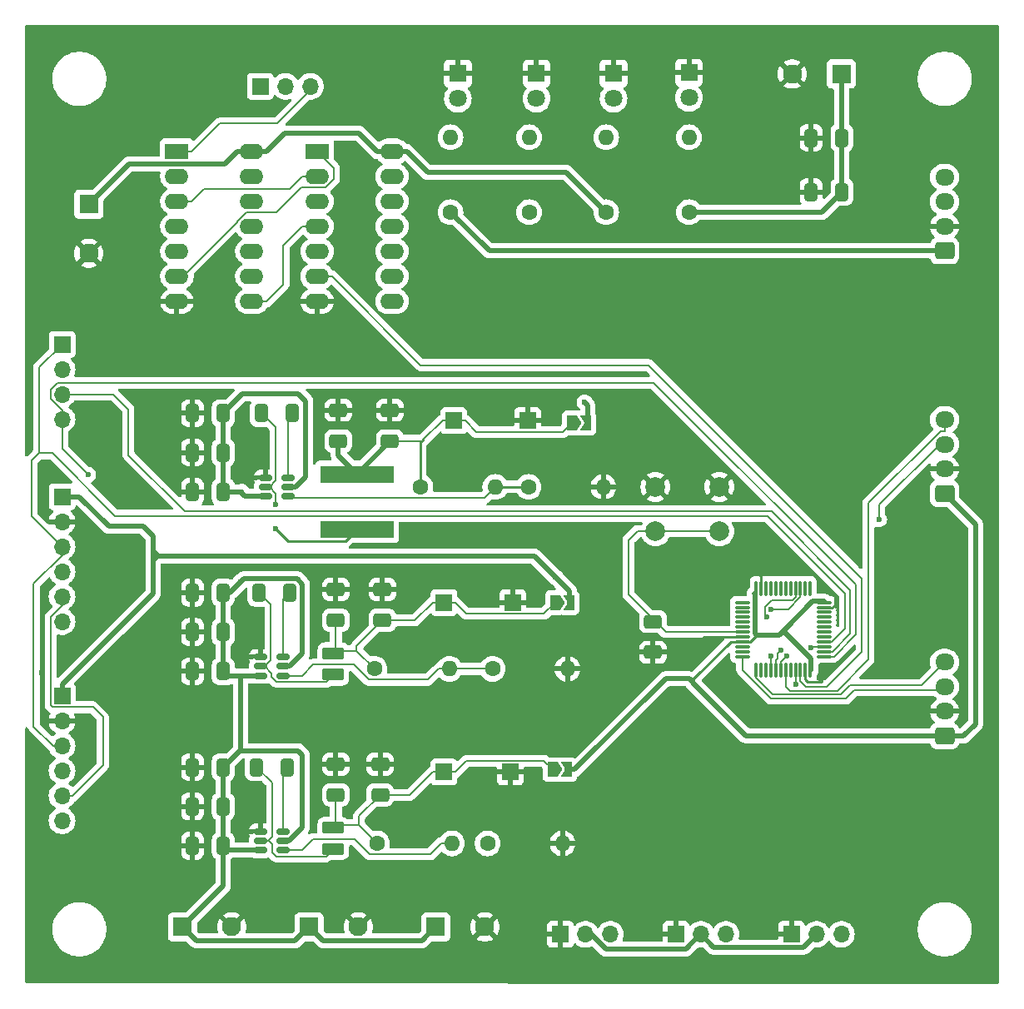
<source format=gbr>
%TF.GenerationSoftware,KiCad,Pcbnew,8.0.0*%
%TF.CreationDate,2024-03-19T00:20:39-05:00*%
%TF.ProjectId,MainBoard,4d61696e-426f-4617-9264-2e6b69636164,rev?*%
%TF.SameCoordinates,Original*%
%TF.FileFunction,Copper,L1,Top*%
%TF.FilePolarity,Positive*%
%FSLAX46Y46*%
G04 Gerber Fmt 4.6, Leading zero omitted, Abs format (unit mm)*
G04 Created by KiCad (PCBNEW 8.0.0) date 2024-03-19 00:20:39*
%MOMM*%
%LPD*%
G01*
G04 APERTURE LIST*
G04 Aperture macros list*
%AMRoundRect*
0 Rectangle with rounded corners*
0 $1 Rounding radius*
0 $2 $3 $4 $5 $6 $7 $8 $9 X,Y pos of 4 corners*
0 Add a 4 corners polygon primitive as box body*
4,1,4,$2,$3,$4,$5,$6,$7,$8,$9,$2,$3,0*
0 Add four circle primitives for the rounded corners*
1,1,$1+$1,$2,$3*
1,1,$1+$1,$4,$5*
1,1,$1+$1,$6,$7*
1,1,$1+$1,$8,$9*
0 Add four rect primitives between the rounded corners*
20,1,$1+$1,$2,$3,$4,$5,0*
20,1,$1+$1,$4,$5,$6,$7,0*
20,1,$1+$1,$6,$7,$8,$9,0*
20,1,$1+$1,$8,$9,$2,$3,0*%
%AMFreePoly0*
4,1,6,1.000000,0.000000,0.500000,-0.750000,-0.500000,-0.750000,-0.500000,0.750000,0.500000,0.750000,1.000000,0.000000,1.000000,0.000000,$1*%
%AMFreePoly1*
4,1,6,0.500000,-0.750000,-0.650000,-0.750000,-0.150000,0.000000,-0.650000,0.750000,0.500000,0.750000,0.500000,-0.750000,0.500000,-0.750000,$1*%
G04 Aperture macros list end*
%TA.AperFunction,SMDPad,CuDef*%
%ADD10R,7.500000X1.800000*%
%TD*%
%TA.AperFunction,ComponentPad*%
%ADD11R,1.950000X1.950000*%
%TD*%
%TA.AperFunction,ComponentPad*%
%ADD12C,1.950000*%
%TD*%
%TA.AperFunction,SMDPad,CuDef*%
%ADD13RoundRect,0.150000X-0.512500X-0.150000X0.512500X-0.150000X0.512500X0.150000X-0.512500X0.150000X0*%
%TD*%
%TA.AperFunction,ComponentPad*%
%ADD14C,1.600000*%
%TD*%
%TA.AperFunction,ComponentPad*%
%ADD15O,1.600000X1.600000*%
%TD*%
%TA.AperFunction,SMDPad,CuDef*%
%ADD16RoundRect,0.250000X0.412500X0.650000X-0.412500X0.650000X-0.412500X-0.650000X0.412500X-0.650000X0*%
%TD*%
%TA.AperFunction,ComponentPad*%
%ADD17R,1.700000X1.700000*%
%TD*%
%TA.AperFunction,ComponentPad*%
%ADD18O,1.700000X1.700000*%
%TD*%
%TA.AperFunction,SMDPad,CuDef*%
%ADD19RoundRect,0.250000X0.650000X-0.412500X0.650000X0.412500X-0.650000X0.412500X-0.650000X-0.412500X0*%
%TD*%
%TA.AperFunction,ComponentPad*%
%ADD20R,1.800000X1.800000*%
%TD*%
%TA.AperFunction,ComponentPad*%
%ADD21C,1.800000*%
%TD*%
%TA.AperFunction,ComponentPad*%
%ADD22C,2.000000*%
%TD*%
%TA.AperFunction,SMDPad,CuDef*%
%ADD23FreePoly0,0.000000*%
%TD*%
%TA.AperFunction,SMDPad,CuDef*%
%ADD24FreePoly1,0.000000*%
%TD*%
%TA.AperFunction,SMDPad,CuDef*%
%ADD25RoundRect,0.075000X-0.662500X-0.075000X0.662500X-0.075000X0.662500X0.075000X-0.662500X0.075000X0*%
%TD*%
%TA.AperFunction,SMDPad,CuDef*%
%ADD26RoundRect,0.075000X-0.075000X-0.662500X0.075000X-0.662500X0.075000X0.662500X-0.075000X0.662500X0*%
%TD*%
%TA.AperFunction,SMDPad,CuDef*%
%ADD27RoundRect,0.250000X0.850000X-0.375000X0.850000X0.375000X-0.850000X0.375000X-0.850000X-0.375000X0*%
%TD*%
%TA.AperFunction,ComponentPad*%
%ADD28RoundRect,0.250000X0.725000X-0.600000X0.725000X0.600000X-0.725000X0.600000X-0.725000X-0.600000X0*%
%TD*%
%TA.AperFunction,ComponentPad*%
%ADD29O,1.950000X1.700000*%
%TD*%
%TA.AperFunction,ComponentPad*%
%ADD30R,2.400000X1.600000*%
%TD*%
%TA.AperFunction,ComponentPad*%
%ADD31O,2.400000X1.600000*%
%TD*%
%TA.AperFunction,SMDPad,CuDef*%
%ADD32RoundRect,0.250000X-0.650000X0.412500X-0.650000X-0.412500X0.650000X-0.412500X0.650000X0.412500X0*%
%TD*%
%TA.AperFunction,ViaPad*%
%ADD33C,0.600000*%
%TD*%
%TA.AperFunction,Conductor*%
%ADD34C,0.254000*%
%TD*%
%TA.AperFunction,Conductor*%
%ADD35C,0.200000*%
%TD*%
%TA.AperFunction,Conductor*%
%ADD36C,0.508000*%
%TD*%
G04 APERTURE END LIST*
D10*
%TO.P,L2,1*%
%TO.N,Net-(U1-SW)*%
X136750000Y-98800000D03*
%TO.P,L2,2*%
%TO.N,Net-(JP2-A)*%
X136750000Y-93200000D03*
%TD*%
D11*
%TO.P,J8,1,1*%
%TO.N,+5V_3A*%
X109475000Y-65750000D03*
D12*
%TO.P,J8,2,2*%
%TO.N,GND*%
X109475000Y-70750000D03*
%TD*%
D11*
%TO.P,J4,1,1*%
%TO.N,+12V*%
X144750000Y-139250000D03*
D12*
%TO.P,J4,2,2*%
%TO.N,GND*%
X149750000Y-139250000D03*
%TD*%
D11*
%TO.P,J3,1,1*%
%TO.N,+12V*%
X131875000Y-139250000D03*
D12*
%TO.P,J3,2,2*%
%TO.N,GND*%
X136875000Y-139250000D03*
%TD*%
D11*
%TO.P,J2,1,1*%
%TO.N,+12V*%
X119000000Y-139250000D03*
D12*
%TO.P,J2,2,2*%
%TO.N,GND*%
X124000000Y-139250000D03*
%TD*%
D11*
%TO.P,J1,1,1*%
%TO.N,+12V*%
X186000000Y-52500000D03*
D12*
%TO.P,J1,2,2*%
%TO.N,GND*%
X181000000Y-52500000D03*
%TD*%
D13*
%TO.P,U5,1,GND*%
%TO.N,GND*%
X126950000Y-129550000D03*
%TO.P,U5,2,SW*%
%TO.N,Net-(U5-SW)*%
X126950000Y-130500000D03*
%TO.P,U5,3,VIN*%
%TO.N,+12V*%
X126950000Y-131450000D03*
%TO.P,U5,4,FB*%
%TO.N,Net-(U5-FB)*%
X129225000Y-131450000D03*
%TO.P,U5,5,EN*%
%TO.N,+12V*%
X129225000Y-130500000D03*
%TO.P,U5,6,BOOT*%
%TO.N,Net-(U5-BOOT)*%
X129225000Y-129550000D03*
%TD*%
D14*
%TO.P,R3,1*%
%TO.N,+12V*%
X170500000Y-66560000D03*
D15*
%TO.P,R3,2*%
%TO.N,Net-(D3-A)*%
X170500000Y-58940000D03*
%TD*%
D16*
%TO.P,C11,1*%
%TO.N,+12V*%
X123150000Y-91000000D03*
%TO.P,C11,2*%
%TO.N,GND*%
X120025000Y-91000000D03*
%TD*%
D17*
%TO.P,TP5,1,1*%
%TO.N,Net-(JP3-A)*%
X145587500Y-106250000D03*
%TD*%
%TO.P,TP3,1,1*%
%TO.N,Net-(JP2-A)*%
X146587500Y-87750000D03*
%TD*%
%TO.P,J12,1,Pin_1*%
%TO.N,/SPI2_MOSI*%
X106750000Y-80000000D03*
D18*
%TO.P,J12,2,Pin_2*%
%TO.N,/SPI2_MISO*%
X106750000Y-82540000D03*
%TO.P,J12,3,Pin_3*%
%TO.N,/SPI2_SCK*%
X106750000Y-85080000D03*
%TO.P,J12,4,Pin_4*%
%TO.N,/SPI2_NSS*%
X106750000Y-87620000D03*
%TD*%
D16*
%TO.P,C16,1*%
%TO.N,+12V*%
X123150000Y-105250000D03*
%TO.P,C16,2*%
%TO.N,GND*%
X120025000Y-105250000D03*
%TD*%
D14*
%TO.P,R7,1*%
%TO.N,Net-(U1-FB)*%
X154190000Y-94500000D03*
D15*
%TO.P,R7,2*%
%TO.N,GND*%
X161810000Y-94500000D03*
%TD*%
D19*
%TO.P,C8,1*%
%TO.N,Net-(JP1-A)*%
X134587500Y-125812500D03*
%TO.P,C8,2*%
%TO.N,GND*%
X134587500Y-122687500D03*
%TD*%
D17*
%TO.P,J5,1,Pin_1*%
%TO.N,GND*%
X157435000Y-140000000D03*
D18*
%TO.P,J5,2,Pin_2*%
%TO.N,+5V_1.2A*%
X159975000Y-140000000D03*
%TO.P,J5,3,Pin_3*%
%TO.N,Net-(J5-Pin_3)*%
X162515000Y-140000000D03*
%TD*%
D19*
%TO.P,C9,1*%
%TO.N,Net-(JP1-A)*%
X139087500Y-125812500D03*
%TO.P,C9,2*%
%TO.N,GND*%
X139087500Y-122687500D03*
%TD*%
%TO.P,C21,1*%
%TO.N,Net-(JP3-A)*%
X139337500Y-108062500D03*
%TO.P,C21,2*%
%TO.N,GND*%
X139337500Y-104937500D03*
%TD*%
D17*
%TO.P,TP2,1,1*%
%TO.N,GND*%
X152337500Y-123500000D03*
%TD*%
D20*
%TO.P,D1,1,K*%
%TO.N,GND*%
X147000000Y-52460000D03*
D21*
%TO.P,D1,2,A*%
%TO.N,Net-(D1-A)*%
X147000000Y-55000000D03*
%TD*%
D22*
%TO.P,SW1,1,1*%
%TO.N,GND*%
X167087500Y-94500000D03*
X173587500Y-94500000D03*
%TO.P,SW1,2,2*%
%TO.N,Net-(U3-NRST)*%
X167087500Y-99000000D03*
X173587500Y-99000000D03*
%TD*%
D20*
%TO.P,D4,1,K*%
%TO.N,GND*%
X162833300Y-52460000D03*
D21*
%TO.P,D4,2,A*%
%TO.N,Net-(D4-A)*%
X162833300Y-55000000D03*
%TD*%
D23*
%TO.P,JP3,1,A*%
%TO.N,Net-(JP3-A)*%
X156887500Y-106250000D03*
D24*
%TO.P,JP3,2,B*%
%TO.N,+5V_1.2A*%
X158337500Y-106250000D03*
%TD*%
D13*
%TO.P,U2,1,GND*%
%TO.N,GND*%
X126950000Y-111800000D03*
%TO.P,U2,2,SW*%
%TO.N,Net-(U2-SW)*%
X126950000Y-112750000D03*
%TO.P,U2,3,VIN*%
%TO.N,+12V*%
X126950000Y-113700000D03*
%TO.P,U2,4,FB*%
%TO.N,Net-(U2-FB)*%
X129225000Y-113700000D03*
%TO.P,U2,5,EN*%
%TO.N,+12V*%
X129225000Y-112750000D03*
%TO.P,U2,6,BOOT*%
%TO.N,Net-(U2-BOOT)*%
X129225000Y-111800000D03*
%TD*%
D16*
%TO.P,C17,1*%
%TO.N,+12V*%
X123150000Y-109250000D03*
%TO.P,C17,2*%
%TO.N,GND*%
X120025000Y-109250000D03*
%TD*%
%TO.P,C6,1*%
%TO.N,+12V*%
X123150000Y-131000000D03*
%TO.P,C6,2*%
%TO.N,GND*%
X120025000Y-131000000D03*
%TD*%
D14*
%TO.P,R4,1*%
%TO.N,Net-(JP1-A)*%
X138777500Y-130750000D03*
D15*
%TO.P,R4,2*%
%TO.N,Net-(U5-FB)*%
X146397500Y-130750000D03*
%TD*%
D14*
%TO.P,R10,1*%
%TO.N,+5V_3A*%
X162083300Y-66560000D03*
D15*
%TO.P,R10,2*%
%TO.N,Net-(D4-A)*%
X162083300Y-58940000D03*
%TD*%
D14*
%TO.P,R8,1*%
%TO.N,Net-(JP3-A)*%
X138527500Y-113000000D03*
D15*
%TO.P,R8,2*%
%TO.N,Net-(U2-FB)*%
X146147500Y-113000000D03*
%TD*%
D25*
%TO.P,U3,1,VBAT*%
%TO.N,unconnected-(U3-VBAT-Pad1)*%
X175925000Y-106250000D03*
%TO.P,U3,2,PC13*%
%TO.N,unconnected-(U3-PC13-Pad2)*%
X175925000Y-106750000D03*
%TO.P,U3,3,PC14*%
%TO.N,unconnected-(U3-PC14-Pad3)*%
X175925000Y-107250000D03*
%TO.P,U3,4,PC15*%
%TO.N,unconnected-(U3-PC15-Pad4)*%
X175925000Y-107750000D03*
%TO.P,U3,5,PD0*%
%TO.N,unconnected-(U3-PD0-Pad5)*%
X175925000Y-108250000D03*
%TO.P,U3,6,PD1*%
%TO.N,unconnected-(U3-PD1-Pad6)*%
X175925000Y-108750000D03*
%TO.P,U3,7,NRST*%
%TO.N,Net-(U3-NRST)*%
X175925000Y-109250000D03*
%TO.P,U3,8,VSSA*%
%TO.N,GND*%
X175925000Y-109750000D03*
%TO.P,U3,9,VDDA*%
%TO.N,+3.3V_1.2A*%
X175925000Y-110250000D03*
%TO.P,U3,10,PA0*%
%TO.N,unconnected-(U3-PA0-Pad10)*%
X175925000Y-110750000D03*
%TO.P,U3,11,PA1*%
%TO.N,unconnected-(U3-PA1-Pad11)*%
X175925000Y-111250000D03*
%TO.P,U3,12,PA2*%
%TO.N,/ME1_ChA*%
X175925000Y-111750000D03*
D26*
%TO.P,U3,13,PA3*%
%TO.N,/ME1_ChB*%
X177337500Y-113162500D03*
%TO.P,U3,14,PA4*%
%TO.N,unconnected-(U3-PA4-Pad14)*%
X177837500Y-113162500D03*
%TO.P,U3,15,PA5*%
%TO.N,unconnected-(U3-PA5-Pad15)*%
X178337500Y-113162500D03*
%TO.P,U3,16,PA6*%
%TO.N,/ME3_ChA*%
X178837500Y-113162500D03*
%TO.P,U3,17,PA7*%
%TO.N,/ME3_ChB*%
X179337500Y-113162500D03*
%TO.P,U3,18,PB0*%
%TO.N,/ME2_ChA*%
X179837500Y-113162500D03*
%TO.P,U3,19,PB1*%
%TO.N,/ME2_ChB*%
X180337500Y-113162500D03*
%TO.P,U3,20,PB2*%
%TO.N,unconnected-(U3-PB2-Pad20)*%
X180837500Y-113162500D03*
%TO.P,U3,21,PB10*%
%TO.N,Net-(J7-Pin_3)*%
X181337500Y-113162500D03*
%TO.P,U3,22,PB11*%
%TO.N,/LimitSwitchORGates/OR3 Output*%
X181837500Y-113162500D03*
%TO.P,U3,23,VSS*%
%TO.N,GND*%
X182337500Y-113162500D03*
%TO.P,U3,24,VDD*%
%TO.N,+3.3V_1.2A*%
X182837500Y-113162500D03*
D25*
%TO.P,U3,25,PB12*%
%TO.N,/SPI2_NSS*%
X184250000Y-111750000D03*
%TO.P,U3,26,PB13*%
%TO.N,/SPI2_SCK*%
X184250000Y-111250000D03*
%TO.P,U3,27,PB14*%
%TO.N,/SPI2_MISO*%
X184250000Y-110750000D03*
%TO.P,U3,28,PB15*%
%TO.N,/SPI2_MOSI*%
X184250000Y-110250000D03*
%TO.P,U3,29,PA8*%
%TO.N,unconnected-(U3-PA8-Pad29)*%
X184250000Y-109750000D03*
%TO.P,U3,30,PA9*%
%TO.N,unconnected-(U3-PA9-Pad30)*%
X184250000Y-109250000D03*
%TO.P,U3,31,PA10*%
%TO.N,unconnected-(U3-PA10-Pad31)*%
X184250000Y-108750000D03*
%TO.P,U3,32,PA11*%
%TO.N,unconnected-(U3-PA11-Pad32)*%
X184250000Y-108250000D03*
%TO.P,U3,33,PA12*%
%TO.N,unconnected-(U3-PA12-Pad33)*%
X184250000Y-107750000D03*
%TO.P,U3,34,PA13*%
%TO.N,unconnected-(U3-PA13-Pad34)*%
X184250000Y-107250000D03*
%TO.P,U3,35,VSS*%
%TO.N,GND*%
X184250000Y-106750000D03*
%TO.P,U3,36,VDD*%
%TO.N,+3.3V_1.2A*%
X184250000Y-106250000D03*
D26*
%TO.P,U3,37,PA14*%
%TO.N,unconnected-(U3-PA14-Pad37)*%
X182837500Y-104837500D03*
%TO.P,U3,38,PA15*%
%TO.N,unconnected-(U3-PA15-Pad38)*%
X182337500Y-104837500D03*
%TO.P,U3,39,PB3*%
%TO.N,Net-(J5-Pin_3)*%
X181837500Y-104837500D03*
%TO.P,U3,40,PB4*%
%TO.N,Net-(J6-Pin_3)*%
X181337500Y-104837500D03*
%TO.P,U3,41,PB5*%
%TO.N,unconnected-(U3-PB5-Pad41)*%
X180837500Y-104837500D03*
%TO.P,U3,42,PB6*%
%TO.N,unconnected-(U3-PB6-Pad42)*%
X180337500Y-104837500D03*
%TO.P,U3,43,PB7*%
%TO.N,unconnected-(U3-PB7-Pad43)*%
X179837500Y-104837500D03*
%TO.P,U3,44,BOOT0*%
%TO.N,unconnected-(U3-BOOT0-Pad44)*%
X179337500Y-104837500D03*
%TO.P,U3,45,PB8*%
%TO.N,unconnected-(U3-PB8-Pad45)*%
X178837500Y-104837500D03*
%TO.P,U3,46,PB9*%
%TO.N,unconnected-(U3-PB9-Pad46)*%
X178337500Y-104837500D03*
%TO.P,U3,47,VSS*%
%TO.N,GND*%
X177837500Y-104837500D03*
%TO.P,U3,48,VDD*%
%TO.N,+3.3V_1.2A*%
X177337500Y-104837500D03*
%TD*%
D14*
%TO.P,R5,1*%
%TO.N,Net-(U5-FB)*%
X150027500Y-130750000D03*
D15*
%TO.P,R5,2*%
%TO.N,GND*%
X157647500Y-130750000D03*
%TD*%
D27*
%TO.P,L3,1,1*%
%TO.N,Net-(U2-SW)*%
X134337500Y-113575000D03*
%TO.P,L3,2,2*%
%TO.N,Net-(JP3-A)*%
X134337500Y-111425000D03*
%TD*%
D13*
%TO.P,U1,1,GND*%
%TO.N,GND*%
X127450000Y-93550000D03*
%TO.P,U1,2,SW*%
%TO.N,Net-(U1-SW)*%
X127450000Y-94500000D03*
%TO.P,U1,3,VIN*%
%TO.N,+12V*%
X127450000Y-95450000D03*
%TO.P,U1,4,FB*%
%TO.N,Net-(U1-FB)*%
X129725000Y-95450000D03*
%TO.P,U1,5,EN*%
%TO.N,+12V*%
X129725000Y-94500000D03*
%TO.P,U1,6,BOOT*%
%TO.N,Net-(U1-BOOT)*%
X129725000Y-93550000D03*
%TD*%
D14*
%TO.P,R9,1*%
%TO.N,Net-(U2-FB)*%
X150527500Y-113000000D03*
D15*
%TO.P,R9,2*%
%TO.N,GND*%
X158147500Y-113000000D03*
%TD*%
D17*
%TO.P,TP4,1,1*%
%TO.N,GND*%
X154087500Y-87750000D03*
%TD*%
D16*
%TO.P,C18,1*%
%TO.N,+12V*%
X123150000Y-113250000D03*
%TO.P,C18,2*%
%TO.N,GND*%
X120025000Y-113250000D03*
%TD*%
D27*
%TO.P,L1,1,1*%
%TO.N,Net-(U5-SW)*%
X134337500Y-131325000D03*
%TO.P,L1,2,2*%
%TO.N,Net-(JP1-A)*%
X134337500Y-129175000D03*
%TD*%
D16*
%TO.P,C19,1*%
%TO.N,Net-(U2-BOOT)*%
X129900000Y-105250000D03*
%TO.P,C19,2*%
%TO.N,Net-(U2-SW)*%
X126775000Y-105250000D03*
%TD*%
%TO.P,C2,1*%
%TO.N,+12V*%
X123150000Y-127000000D03*
%TO.P,C2,2*%
%TO.N,GND*%
X120025000Y-127000000D03*
%TD*%
%TO.P,C3,1*%
%TO.N,+12V*%
X186062500Y-59000000D03*
%TO.P,C3,2*%
%TO.N,GND*%
X182937500Y-59000000D03*
%TD*%
D28*
%TO.P,J18,1,Pin_1*%
%TO.N,+3.3V_1.2A*%
X196500000Y-95160000D03*
D29*
%TO.P,J18,2,Pin_2*%
%TO.N,GND*%
X196500000Y-92660000D03*
%TO.P,J18,3,Pin_3*%
%TO.N,/ME2_ChA*%
X196500000Y-90160000D03*
%TO.P,J18,4,Pin_4*%
%TO.N,/ME2_ChB*%
X196500000Y-87660000D03*
%TD*%
D28*
%TO.P,J20,1,Pin_1*%
%TO.N,+3.3V_1.2A*%
X196500000Y-70500000D03*
D29*
%TO.P,J20,2,Pin_2*%
%TO.N,GND*%
X196500000Y-68000000D03*
%TO.P,J20,3,Pin_3*%
%TO.N,/ME3_ChA*%
X196500000Y-65500000D03*
%TO.P,J20,4,Pin_4*%
%TO.N,/ME3_ChB*%
X196500000Y-63000000D03*
%TD*%
D14*
%TO.P,R6,1*%
%TO.N,Net-(JP2-A)*%
X143190000Y-94500000D03*
D15*
%TO.P,R6,2*%
%TO.N,Net-(U1-FB)*%
X150810000Y-94500000D03*
%TD*%
D17*
%TO.P,J7,1,Pin_1*%
%TO.N,GND*%
X180920000Y-140000000D03*
D18*
%TO.P,J7,2,Pin_2*%
%TO.N,+5V_1.2A*%
X183460000Y-140000000D03*
%TO.P,J7,3,Pin_3*%
%TO.N,Net-(J7-Pin_3)*%
X186000000Y-140000000D03*
%TD*%
D17*
%TO.P,J10,1,Pin_1*%
%TO.N,+5V_1.2A*%
X106750000Y-95500000D03*
D18*
%TO.P,J10,2,Pin_2*%
%TO.N,GND*%
X106750000Y-98040000D03*
%TO.P,J10,3,Pin_3*%
%TO.N,/SPI2_MOSI*%
X106750000Y-100580000D03*
%TO.P,J10,4,Pin_4*%
%TO.N,/SPI2_MISO*%
X106750000Y-103120000D03*
%TO.P,J10,5,Pin_5*%
%TO.N,/SPI2_SCK*%
X106750000Y-105660000D03*
%TO.P,J10,6,Pin_6*%
%TO.N,/SPI2_NSS*%
X106750000Y-108200000D03*
%TD*%
D16*
%TO.P,C13,1*%
%TO.N,Net-(U1-BOOT)*%
X130150000Y-87000000D03*
%TO.P,C13,2*%
%TO.N,Net-(U1-SW)*%
X127025000Y-87000000D03*
%TD*%
D17*
%TO.P,J6,1,Pin_1*%
%TO.N,GND*%
X169177500Y-140000000D03*
D18*
%TO.P,J6,2,Pin_2*%
%TO.N,+5V_1.2A*%
X171717500Y-140000000D03*
%TO.P,J6,3,Pin_3*%
%TO.N,Net-(J6-Pin_3)*%
X174257500Y-140000000D03*
%TD*%
D17*
%TO.P,TP6,1,1*%
%TO.N,GND*%
X152587500Y-106250000D03*
%TD*%
D23*
%TO.P,JP2,1,A*%
%TO.N,Net-(JP2-A)*%
X158587500Y-88000000D03*
D24*
%TO.P,JP2,2,B*%
%TO.N,+5V_3A*%
X160037500Y-88000000D03*
%TD*%
D30*
%TO.P,U4,1,1A*%
%TO.N,Net-(J14-Pin_3)*%
X118425000Y-60375000D03*
D31*
%TO.P,U4,2,1B*%
X118425000Y-62915000D03*
%TO.P,U4,3,1Y*%
%TO.N,Net-(U4-1Y)*%
X118425000Y-65455000D03*
%TO.P,U4,4,2A*%
%TO.N,Net-(J14-Pin_2)*%
X118425000Y-67995000D03*
%TO.P,U4,5,2B*%
X118425000Y-70535000D03*
%TO.P,U4,6,2Y*%
%TO.N,Net-(U4-2Y)*%
X118425000Y-73075000D03*
%TO.P,U4,7,GND*%
%TO.N,GND*%
X118425000Y-75615000D03*
%TO.P,U4,8,3Y*%
%TO.N,Net-(U4-3Y)*%
X126045000Y-75615000D03*
%TO.P,U4,9,3A*%
%TO.N,Net-(J14-Pin_1)*%
X126045000Y-73075000D03*
%TO.P,U4,10,3B*%
X126045000Y-70535000D03*
%TO.P,U4,11,4Y*%
%TO.N,unconnected-(U4-4Y-Pad11)*%
X126045000Y-67995000D03*
%TO.P,U4,12,4A*%
%TO.N,unconnected-(U4-4A-Pad12)*%
X126045000Y-65455000D03*
%TO.P,U4,13,4B*%
%TO.N,unconnected-(U4-4B-Pad13)*%
X126045000Y-62915000D03*
%TO.P,U4,14,VCC*%
%TO.N,+5V_3A*%
X126045000Y-60375000D03*
%TD*%
D20*
%TO.P,D3,1,K*%
%TO.N,GND*%
X170500000Y-52375000D03*
D21*
%TO.P,D3,2,A*%
%TO.N,Net-(D3-A)*%
X170500000Y-54915000D03*
%TD*%
D17*
%TO.P,J11,1,Pin_1*%
%TO.N,+5V_1.2A*%
X106750000Y-115750000D03*
D18*
%TO.P,J11,2,Pin_2*%
%TO.N,GND*%
X106750000Y-118290000D03*
%TO.P,J11,3,Pin_3*%
%TO.N,/SPI2_MOSI*%
X106750000Y-120830000D03*
%TO.P,J11,4,Pin_4*%
%TO.N,/SPI2_MISO*%
X106750000Y-123370000D03*
%TO.P,J11,5,Pin_5*%
%TO.N,/SPI2_SCK*%
X106750000Y-125910000D03*
%TO.P,J11,6,Pin_6*%
%TO.N,/SPI2_NSS*%
X106750000Y-128450000D03*
%TD*%
D30*
%TO.P,U6,1,1A*%
%TO.N,Net-(U4-2Y)*%
X132675000Y-60375000D03*
D31*
%TO.P,U6,2,1B*%
%TO.N,Net-(U4-1Y)*%
X132675000Y-62915000D03*
%TO.P,U6,3,1Y*%
%TO.N,Net-(U6-1Y)*%
X132675000Y-65455000D03*
%TO.P,U6,4,2A*%
%TO.N,Net-(U4-3Y)*%
X132675000Y-67995000D03*
%TO.P,U6,5,2B*%
%TO.N,Net-(U6-1Y)*%
X132675000Y-70535000D03*
%TO.P,U6,6,2Y*%
%TO.N,/LimitSwitchORGates/OR3 Output*%
X132675000Y-73075000D03*
%TO.P,U6,7,GND*%
%TO.N,GND*%
X132675000Y-75615000D03*
%TO.P,U6,8,3Y*%
%TO.N,unconnected-(U6-3Y-Pad8)*%
X140295000Y-75615000D03*
%TO.P,U6,9,3A*%
%TO.N,unconnected-(U6-3A-Pad9)*%
X140295000Y-73075000D03*
%TO.P,U6,10,3B*%
%TO.N,unconnected-(U6-3B-Pad10)*%
X140295000Y-70535000D03*
%TO.P,U6,11,4Y*%
%TO.N,unconnected-(U6-4Y-Pad11)*%
X140295000Y-67995000D03*
%TO.P,U6,12,4A*%
%TO.N,unconnected-(U6-4A-Pad12)*%
X140295000Y-65455000D03*
%TO.P,U6,13,4B*%
%TO.N,unconnected-(U6-4B-Pad13)*%
X140295000Y-62915000D03*
%TO.P,U6,14,VCC*%
%TO.N,+5V_3A*%
X140295000Y-60375000D03*
%TD*%
D14*
%TO.P,R1,1*%
%TO.N,+3.3V_1.2A*%
X146250000Y-66560000D03*
D15*
%TO.P,R1,2*%
%TO.N,Net-(D1-A)*%
X146250000Y-58940000D03*
%TD*%
D19*
%TO.P,C20,1*%
%TO.N,Net-(JP3-A)*%
X134587500Y-108062500D03*
%TO.P,C20,2*%
%TO.N,GND*%
X134587500Y-104937500D03*
%TD*%
D16*
%TO.P,C12,1*%
%TO.N,+12V*%
X123150000Y-95000000D03*
%TO.P,C12,2*%
%TO.N,GND*%
X120025000Y-95000000D03*
%TD*%
%TO.P,C7,1*%
%TO.N,Net-(U5-BOOT)*%
X129650000Y-123000000D03*
%TO.P,C7,2*%
%TO.N,Net-(U5-SW)*%
X126525000Y-123000000D03*
%TD*%
D20*
%TO.P,D2,1,K*%
%TO.N,GND*%
X155000000Y-52460000D03*
D21*
%TO.P,D2,2,A*%
%TO.N,Net-(D2-A)*%
X155000000Y-55000000D03*
%TD*%
D16*
%TO.P,C10,1*%
%TO.N,+12V*%
X123150000Y-87000000D03*
%TO.P,C10,2*%
%TO.N,GND*%
X120025000Y-87000000D03*
%TD*%
%TO.P,C4,1*%
%TO.N,+12V*%
X186062500Y-64500000D03*
%TO.P,C4,2*%
%TO.N,GND*%
X182937500Y-64500000D03*
%TD*%
D19*
%TO.P,C15,1*%
%TO.N,Net-(JP2-A)*%
X140087500Y-89812500D03*
%TO.P,C15,2*%
%TO.N,GND*%
X140087500Y-86687500D03*
%TD*%
D17*
%TO.P,TP1,1,1*%
%TO.N,Net-(JP1-A)*%
X145587500Y-123500000D03*
%TD*%
%TO.P,J14,1,Pin_1*%
%TO.N,Net-(J14-Pin_1)*%
X126920000Y-53750000D03*
D18*
%TO.P,J14,2,Pin_2*%
%TO.N,Net-(J14-Pin_2)*%
X129460000Y-53750000D03*
%TO.P,J14,3,Pin_3*%
%TO.N,Net-(J14-Pin_3)*%
X132000000Y-53750000D03*
%TD*%
D16*
%TO.P,C1,1*%
%TO.N,+12V*%
X123150000Y-123000000D03*
%TO.P,C1,2*%
%TO.N,GND*%
X120025000Y-123000000D03*
%TD*%
D28*
%TO.P,J19,1,Pin_1*%
%TO.N,+3.3V_1.2A*%
X196500000Y-119820000D03*
D29*
%TO.P,J19,2,Pin_2*%
%TO.N,GND*%
X196500000Y-117320000D03*
%TO.P,J19,3,Pin_3*%
%TO.N,/ME1_ChA*%
X196500000Y-114820000D03*
%TO.P,J19,4,Pin_4*%
%TO.N,/ME1_ChB*%
X196500000Y-112320000D03*
%TD*%
D32*
%TO.P,C5,1*%
%TO.N,Net-(U3-NRST)*%
X166837500Y-108187500D03*
%TO.P,C5,2*%
%TO.N,GND*%
X166837500Y-111312500D03*
%TD*%
D14*
%TO.P,R2,1*%
%TO.N,+5V_1.2A*%
X154250000Y-66560000D03*
D15*
%TO.P,R2,2*%
%TO.N,Net-(D2-A)*%
X154250000Y-58940000D03*
%TD*%
D23*
%TO.P,JP1,1,A*%
%TO.N,Net-(JP1-A)*%
X156637500Y-123250000D03*
D24*
%TO.P,JP1,2,B*%
%TO.N,+3.3V_1.2A*%
X158087500Y-123250000D03*
%TD*%
D19*
%TO.P,C14,1*%
%TO.N,Net-(JP2-A)*%
X134837500Y-89812500D03*
%TO.P,C14,2*%
%TO.N,GND*%
X134837500Y-86687500D03*
%TD*%
D33*
%TO.N,Net-(U1-SW)*%
X128500000Y-98750000D03*
X128500000Y-96250000D03*
%TO.N,+12V*%
X125000000Y-95000000D03*
%TO.N,GND*%
X111750000Y-92000000D03*
%TO.N,+12V*%
X129500000Y-85000000D03*
X124902700Y-104156700D03*
%TO.N,GND*%
X136750000Y-133500000D03*
X179000000Y-127500000D03*
X183950000Y-114200000D03*
X138838000Y-118250000D03*
X109950000Y-120900000D03*
X125700000Y-126800000D03*
X125750000Y-90250000D03*
X171250000Y-104000000D03*
X157750000Y-72750000D03*
X185900000Y-118150000D03*
X116950000Y-86150000D03*
X104600000Y-93000000D03*
X171500000Y-110350000D03*
X145750000Y-99500000D03*
X104650000Y-113350000D03*
X111400000Y-104100000D03*
X125250000Y-80500000D03*
X185750000Y-81750000D03*
X177800000Y-103150000D03*
X125750000Y-109050000D03*
X184850000Y-105150000D03*
%TO.N,+5V_3A*%
X159883500Y-85890400D03*
%TO.N,+5V_1.2A*%
X156936400Y-103687000D03*
%TO.N,Net-(J5-Pin_3)*%
X178831100Y-106920000D03*
%TO.N,Net-(J6-Pin_3)*%
X178381000Y-107683600D03*
%TO.N,Net-(J7-Pin_3)*%
X181400000Y-114611300D03*
%TO.N,/SPI2_NSS*%
X109400000Y-93250000D03*
%TO.N,/SPI2_MISO*%
X182891200Y-110869200D03*
%TO.N,/ME2_ChA*%
X180462500Y-111675100D03*
X189839700Y-97792800D03*
%TO.N,/ME3_ChA*%
X178843300Y-111719600D03*
%TO.N,/ME3_ChB*%
X179886900Y-111094000D03*
%TD*%
D34*
%TO.N,Net-(U1-SW)*%
X135550000Y-100000000D02*
X136750000Y-98800000D01*
X128500000Y-98750000D02*
X129750000Y-100000000D01*
X129750000Y-100000000D02*
X135550000Y-100000000D01*
D35*
X128500000Y-96250000D02*
X128500000Y-95174000D01*
X128500000Y-95174000D02*
X127826000Y-94500000D01*
%TO.N,/SPI2_SCK*%
X185095400Y-111250000D02*
X184250000Y-111250000D01*
X186900000Y-109445400D02*
X185095400Y-111250000D01*
X186900000Y-105000000D02*
X186900000Y-109445400D01*
X178900000Y-97000000D02*
X186900000Y-105000000D01*
X119250000Y-97000000D02*
X178900000Y-97000000D01*
X111978700Y-85080000D02*
X113500000Y-86601300D01*
X113500000Y-91250000D02*
X119250000Y-97000000D01*
X113500000Y-86601300D02*
X113500000Y-91250000D01*
X106750000Y-85080000D02*
X111978700Y-85080000D01*
D36*
%TO.N,+12V*%
X131500000Y-85750000D02*
X131500000Y-93500000D01*
X130750000Y-85000000D02*
X131500000Y-85750000D01*
X131500000Y-93500000D02*
X130500000Y-94500000D01*
X125081500Y-85000000D02*
X130750000Y-85000000D01*
X123150000Y-86931500D02*
X125081500Y-85000000D01*
X123150000Y-87000000D02*
X123150000Y-86931500D01*
X130500000Y-94500000D02*
X129725000Y-94500000D01*
X123150000Y-105250000D02*
X123809400Y-105250000D01*
X123809400Y-105250000D02*
X124902700Y-104156700D01*
X130657400Y-103850000D02*
X125209400Y-103850000D01*
X125209400Y-103850000D02*
X124902700Y-104156700D01*
X131200000Y-104392600D02*
X130657400Y-103850000D01*
X131200000Y-111469500D02*
X131200000Y-104392600D01*
X129919500Y-112750000D02*
X131200000Y-111469500D01*
X129225000Y-112750000D02*
X129919500Y-112750000D01*
D34*
%TO.N,Net-(U1-FB)*%
X150810000Y-94500000D02*
X154190000Y-94500000D01*
D35*
X129875000Y-95600000D02*
X129725000Y-95450000D01*
X149710000Y-95600000D02*
X129875000Y-95600000D01*
X150810000Y-94500000D02*
X149710000Y-95600000D01*
D34*
%TO.N,Net-(JP2-A)*%
X143190000Y-89997400D02*
X143190000Y-94500000D01*
D35*
X143468700Y-89718700D02*
X143374900Y-89812500D01*
D34*
X143468700Y-89718700D02*
X143190000Y-89997400D01*
D35*
X145437400Y-87750000D02*
X143468700Y-89718700D01*
D36*
X140087500Y-89862500D02*
X136750000Y-93200000D01*
X140087500Y-89812500D02*
X140087500Y-89862500D01*
X134837500Y-91287500D02*
X136750000Y-93200000D01*
X134837500Y-89812500D02*
X134837500Y-91287500D01*
%TO.N,+12V*%
X184002500Y-66560000D02*
X186062500Y-64500000D01*
X170500000Y-66560000D02*
X184002500Y-66560000D01*
X144750000Y-139250000D02*
X143321000Y-140679000D01*
X143321000Y-140679000D02*
X133304000Y-140679000D01*
X133304000Y-140679000D02*
X131875000Y-139250000D01*
X120429000Y-140679000D02*
X119000000Y-139250000D01*
X130446000Y-140679000D02*
X120429000Y-140679000D01*
X131875000Y-139250000D02*
X130446000Y-140679000D01*
X123150000Y-135100000D02*
X119000000Y-139250000D01*
X123150000Y-131000000D02*
X123150000Y-135100000D01*
X186000000Y-58625000D02*
X186000000Y-52500000D01*
X186062500Y-58687500D02*
X186000000Y-58625000D01*
X186062500Y-59000000D02*
X186062500Y-58687500D01*
%TO.N,+5V_3A*%
X113575000Y-61650000D02*
X109475000Y-65750000D01*
X124544900Y-60375000D02*
X123269900Y-61650000D01*
X123269900Y-61650000D02*
X113575000Y-61650000D01*
X126045000Y-60375000D02*
X124544900Y-60375000D01*
%TO.N,+12V*%
X124893500Y-121350000D02*
X124800000Y-121350000D01*
X131200000Y-129118100D02*
X131200000Y-121768100D01*
X123600000Y-131450000D02*
X126950000Y-131450000D01*
X123150000Y-105250000D02*
X123150000Y-109250000D01*
X125352700Y-95450000D02*
X127450000Y-95450000D01*
X123150000Y-127000000D02*
X123150000Y-131000000D01*
X124800000Y-121350000D02*
X123150000Y-123000000D01*
X124893500Y-121350000D02*
X124893500Y-113700000D01*
X123150000Y-131000000D02*
X123600000Y-131450000D01*
X123600000Y-113700000D02*
X124893500Y-113700000D01*
X123150000Y-91000000D02*
X123150000Y-95000000D01*
X123150000Y-109250000D02*
X123150000Y-113250000D01*
X129818100Y-130500000D02*
X131200000Y-129118100D01*
X123150000Y-123000000D02*
X123150000Y-127000000D01*
X131200000Y-121768100D02*
X130781900Y-121350000D01*
X123150000Y-113250000D02*
X123600000Y-113700000D01*
X186062500Y-59000000D02*
X186062500Y-64500000D01*
X124902700Y-95000000D02*
X125352700Y-95450000D01*
X124893500Y-113700000D02*
X126950000Y-113700000D01*
X123150000Y-87000000D02*
X123150000Y-91000000D01*
X129225000Y-130500000D02*
X129606300Y-130500000D01*
X123150000Y-95000000D02*
X124902700Y-95000000D01*
X130781900Y-121350000D02*
X124893500Y-121350000D01*
D34*
%TO.N,GND*%
X182576935Y-114335836D02*
X183814164Y-114335836D01*
X185314500Y-106493592D02*
X185058092Y-106750000D01*
X171500000Y-110350000D02*
X172100000Y-109750000D01*
X182337500Y-113162500D02*
X182337500Y-114096401D01*
X183814164Y-114335836D02*
X183950000Y-114200000D01*
X185058092Y-106750000D02*
X184250000Y-106750000D01*
X177837500Y-104837500D02*
X177837500Y-103187500D01*
X172100000Y-109750000D02*
X175925000Y-109750000D01*
X182337500Y-114096401D02*
X182576935Y-114335836D01*
X177837500Y-103187500D02*
X177800000Y-103150000D01*
X185314500Y-105614500D02*
X185314500Y-106493592D01*
X184850000Y-105150000D02*
X185314500Y-105614500D01*
D35*
%TO.N,Net-(U5-SW)*%
X127326000Y-130500000D02*
X126950000Y-130500000D01*
X126525000Y-123000000D02*
X128100000Y-124575000D01*
X134337500Y-131325000D02*
X133597100Y-132065400D01*
X128100000Y-131645400D02*
X128100000Y-130850000D01*
X128100000Y-124575000D02*
X128100000Y-130100000D01*
X128520000Y-132065400D02*
X128100000Y-131645400D01*
X128100000Y-130100000D02*
X127700000Y-130500000D01*
X127750000Y-130500000D02*
X127326000Y-130500000D01*
X127700000Y-130500000D02*
X127326000Y-130500000D01*
X133597100Y-132065400D02*
X128520000Y-132065400D01*
X128100000Y-130850000D02*
X127750000Y-130500000D01*
%TO.N,Net-(U5-BOOT)*%
X129225000Y-123425000D02*
X129225000Y-129550000D01*
X129650000Y-123000000D02*
X129225000Y-123425000D01*
%TO.N,Net-(JP1-A)*%
X138777500Y-130750000D02*
X136952500Y-128925000D01*
X145587500Y-123500000D02*
X146737600Y-123500000D01*
X147887700Y-122349900D02*
X146737600Y-123500000D01*
X136952500Y-127947500D02*
X139087500Y-125812500D01*
X142124900Y-125812500D02*
X144437400Y-123500000D01*
X134587500Y-128925000D02*
X134587500Y-125812500D01*
X136952500Y-128925000D02*
X136952500Y-127947500D01*
X145587500Y-123500000D02*
X144437400Y-123500000D01*
X136952500Y-128925000D02*
X134587500Y-128925000D01*
X139087500Y-125812500D02*
X142124900Y-125812500D01*
X134337500Y-129175000D02*
X134587500Y-128925000D01*
X156637500Y-123250000D02*
X155737400Y-122349900D01*
X155737400Y-122349900D02*
X147887700Y-122349900D01*
%TO.N,Net-(U1-SW)*%
X128457100Y-93868900D02*
X127826000Y-94500000D01*
X128457100Y-88432100D02*
X128457100Y-93868900D01*
X127025000Y-87000000D02*
X128457100Y-88432100D01*
X127826000Y-94500000D02*
X127450000Y-94500000D01*
%TO.N,Net-(U1-BOOT)*%
X129725000Y-87425000D02*
X129725000Y-93550000D01*
X130150000Y-87000000D02*
X129725000Y-87425000D01*
%TO.N,Net-(JP2-A)*%
X158587500Y-88000000D02*
X157687400Y-88900100D01*
X143374900Y-89812500D02*
X140087500Y-89812500D01*
X146587500Y-87750000D02*
X145437400Y-87750000D01*
X157687400Y-88900100D02*
X148887700Y-88900100D01*
X146587500Y-87750000D02*
X147737600Y-87750000D01*
X148887700Y-88900100D02*
X147737600Y-87750000D01*
%TO.N,Net-(U2-SW)*%
X134337500Y-113575000D02*
X133611200Y-114301300D01*
X128051100Y-113464800D02*
X127336300Y-112750000D01*
X128051100Y-113830500D02*
X128051100Y-113464800D01*
X128521900Y-114301300D02*
X128051100Y-113830500D01*
X127959700Y-112126600D02*
X127336300Y-112750000D01*
X133611200Y-114301300D02*
X128521900Y-114301300D01*
X127959700Y-106434700D02*
X127959700Y-112126600D01*
X127336300Y-112750000D02*
X126950000Y-112750000D01*
X126775000Y-105250000D02*
X127959700Y-106434700D01*
%TO.N,Net-(U2-BOOT)*%
X129900000Y-105250000D02*
X129225000Y-105925000D01*
X129225000Y-105925000D02*
X129225000Y-111800000D01*
%TO.N,Net-(JP3-A)*%
X134337500Y-111425000D02*
X134587500Y-111175000D01*
X134587500Y-111175000D02*
X134587500Y-108062500D01*
X142624900Y-108062500D02*
X144437400Y-106250000D01*
X136702500Y-111175000D02*
X136702500Y-110697500D01*
X155737400Y-107400100D02*
X147887700Y-107400100D01*
X147887700Y-107400100D02*
X146737600Y-106250000D01*
X139337500Y-108062500D02*
X142624900Y-108062500D01*
X134587500Y-111175000D02*
X136702500Y-111175000D01*
X136702500Y-111175000D02*
X138527500Y-113000000D01*
X145587500Y-106250000D02*
X146737600Y-106250000D01*
X136702500Y-110697500D02*
X139337500Y-108062500D01*
X145587500Y-106250000D02*
X144437400Y-106250000D01*
X156887500Y-106250000D02*
X155737400Y-107400100D01*
D36*
%TO.N,+5V_3A*%
X136919900Y-58500000D02*
X129420100Y-58500000D01*
X140295000Y-60375000D02*
X138794900Y-60375000D01*
X162083300Y-66560000D02*
X158023300Y-62500000D01*
X160173403Y-86180303D02*
X160173403Y-88000000D01*
X141795100Y-60375000D02*
X140295000Y-60375000D01*
X143920100Y-62500000D02*
X141795100Y-60375000D01*
X138794900Y-60375000D02*
X136919900Y-58500000D01*
X129420100Y-58500000D02*
X127545100Y-60375000D01*
X159883500Y-85890400D02*
X160173403Y-86180303D01*
X158023300Y-62500000D02*
X143920100Y-62500000D01*
X127545100Y-60375000D02*
X126045000Y-60375000D01*
%TO.N,+5V_1.2A*%
X117000000Y-101500000D02*
X116500000Y-101500000D01*
X160569800Y-140000000D02*
X162069800Y-141500000D01*
X117000000Y-101500000D02*
X154749400Y-101500000D01*
X162069800Y-141500000D02*
X170175100Y-141500000D01*
X116000000Y-101500000D02*
X117000000Y-101500000D01*
X116500000Y-101500000D02*
X116000000Y-102000000D01*
X116000000Y-99500000D02*
X115000000Y-98500000D01*
X115000000Y-98500000D02*
X111500000Y-98500000D01*
X106750000Y-115750000D02*
X106750000Y-114599900D01*
X106750000Y-114599900D02*
X116000000Y-105349900D01*
X171717500Y-140000000D02*
X173021500Y-141304000D01*
X159975000Y-140000000D02*
X160569800Y-140000000D01*
X173021500Y-141304000D02*
X182156000Y-141304000D01*
X111500000Y-98500000D02*
X108500000Y-95500000D01*
X116500000Y-101500000D02*
X116000000Y-101000000D01*
X170175100Y-141500000D02*
X171675100Y-140000000D01*
X158346403Y-105097003D02*
X158346403Y-106250000D01*
X116000000Y-102000000D02*
X116000000Y-101000000D01*
X156936400Y-103687000D02*
X158346403Y-105097003D01*
X182156000Y-141304000D02*
X183460000Y-140000000D01*
X154749400Y-101500000D02*
X156936400Y-103687000D01*
X116000000Y-105349900D02*
X116000000Y-102000000D01*
X108500000Y-95500000D02*
X106750000Y-95500000D01*
X116000000Y-101000000D02*
X116000000Y-99500000D01*
X171675100Y-140000000D02*
X171717500Y-140000000D01*
D35*
%TO.N,Net-(J5-Pin_3)*%
X181837500Y-104837500D02*
X181837500Y-105720200D01*
X180637700Y-106920000D02*
X178831100Y-106920000D01*
X181837500Y-105720200D02*
X180637700Y-106920000D01*
%TO.N,Net-(J6-Pin_3)*%
X178905700Y-105992900D02*
X178220100Y-106678500D01*
X181337500Y-104837500D02*
X181337500Y-105651500D01*
X178220100Y-107522700D02*
X178381000Y-107683600D01*
X181337500Y-105651500D02*
X180996100Y-105992900D01*
X180996100Y-105992900D02*
X178905700Y-105992900D01*
X178220100Y-106678500D02*
X178220100Y-107522700D01*
%TO.N,Net-(J7-Pin_3)*%
X181400000Y-114611300D02*
X181337500Y-114548800D01*
X181337500Y-114548800D02*
X181337500Y-113162500D01*
%TO.N,/SPI2_NSS*%
X166901400Y-83901400D02*
X187450000Y-104450000D01*
X106750000Y-86700000D02*
X106700000Y-86650000D01*
X106691800Y-86650000D02*
X105586600Y-85544800D01*
X106266000Y-83901400D02*
X166901400Y-83901400D01*
X105586600Y-85544800D02*
X105586600Y-84580800D01*
X106750000Y-87620000D02*
X106750000Y-86700000D01*
X185233400Y-111750000D02*
X184250000Y-111750000D01*
X109400000Y-93250000D02*
X106750000Y-90600000D01*
X187450000Y-104450000D02*
X187450000Y-109533400D01*
X187450000Y-109533400D02*
X185233400Y-111750000D01*
X105586600Y-84580800D02*
X106266000Y-83901400D01*
X106750000Y-90600000D02*
X106750000Y-87620000D01*
X106700000Y-86650000D02*
X106691800Y-86650000D01*
%TO.N,/SPI2_MISO*%
X183010400Y-110750000D02*
X182891200Y-110869200D01*
X184250000Y-110750000D02*
X183010400Y-110750000D01*
%TO.N,/SPI2_SCK*%
X105771300Y-116900200D02*
X105590300Y-116719200D01*
X105590300Y-116719200D02*
X105590300Y-107731500D01*
X110900000Y-117900000D02*
X109900200Y-116900200D01*
X105590300Y-107731500D02*
X106750000Y-106571800D01*
X106750000Y-106571800D02*
X106750000Y-105660000D01*
X109900200Y-116900200D02*
X105771300Y-116900200D01*
X110900000Y-122800000D02*
X110900000Y-117900000D01*
X107790000Y-125910000D02*
X110900000Y-122800000D01*
X106750000Y-125910000D02*
X107790000Y-125910000D01*
%TO.N,/SPI2_MOSI*%
X112138000Y-97438000D02*
X105776500Y-91076500D01*
X106750000Y-101450000D02*
X106750000Y-100580000D01*
X104500000Y-91076500D02*
X104400000Y-90976500D01*
X185028500Y-110250000D02*
X186400000Y-108878500D01*
X178488000Y-97438000D02*
X112138000Y-97438000D01*
X103650000Y-97480000D02*
X106750000Y-100580000D01*
X103850000Y-118850000D02*
X103850000Y-104350000D01*
X104400000Y-82350000D02*
X106750000Y-80000000D01*
X104400000Y-90976500D02*
X104400000Y-82350000D01*
X104400000Y-90976500D02*
X104400000Y-91050000D01*
X186400000Y-105350000D02*
X178488000Y-97438000D01*
X105830000Y-120830000D02*
X103850000Y-118850000D01*
X186400000Y-108878500D02*
X186400000Y-105350000D01*
X104400000Y-91050000D02*
X103650000Y-91800000D01*
X105776500Y-91076500D02*
X104500000Y-91076500D01*
X103850000Y-104350000D02*
X106750000Y-101450000D01*
X184250000Y-110250000D02*
X185028500Y-110250000D01*
X106750000Y-120830000D02*
X105830000Y-120830000D01*
X103650000Y-91800000D02*
X103650000Y-97480000D01*
D34*
%TO.N,+3.3V_1.2A*%
X170750000Y-114250000D02*
X171250000Y-113750000D01*
X174750000Y-110250000D02*
X175925000Y-110250000D01*
D36*
X168137600Y-114000000D02*
X158887600Y-123250000D01*
X180275000Y-108975000D02*
X183104000Y-106146000D01*
X177233500Y-109383500D02*
X177434700Y-109584700D01*
D34*
X177400000Y-109583092D02*
X177400000Y-109550000D01*
D36*
X170500000Y-114000000D02*
X171000000Y-114500000D01*
X199650000Y-98310000D02*
X196500000Y-95160000D01*
X150190000Y-70500000D02*
X146250000Y-66560000D01*
D34*
X171250000Y-113750000D02*
X174750000Y-110250000D01*
D36*
X177400000Y-109550000D02*
X177233500Y-109383500D01*
X180275000Y-108975000D02*
X180275000Y-109319318D01*
X176300000Y-119800000D02*
X196480000Y-119800000D01*
X180275000Y-109319318D02*
X182941500Y-111985818D01*
X196500000Y-119820000D02*
X198430000Y-119820000D01*
D34*
X171250000Y-113750000D02*
X171000000Y-114000000D01*
D36*
X177434700Y-109584700D02*
X179665300Y-109584700D01*
X177233500Y-109383500D02*
X177233500Y-105433500D01*
X171000000Y-114500000D02*
X176300000Y-119800000D01*
X183104000Y-106146000D02*
X184250000Y-106146000D01*
D34*
X175925000Y-110250000D02*
X176733092Y-110250000D01*
D36*
X196500000Y-70500000D02*
X150190000Y-70500000D01*
X199650000Y-118600000D02*
X199650000Y-98310000D01*
D34*
X171000000Y-114000000D02*
X171000000Y-114500000D01*
D36*
X196480000Y-119800000D02*
X196500000Y-119820000D01*
X179665300Y-109584700D02*
X180275000Y-108975000D01*
X182941500Y-111985818D02*
X182941500Y-113162500D01*
D34*
X171000000Y-114000000D02*
X170500000Y-114000000D01*
X176733092Y-110250000D02*
X177400000Y-109583092D01*
D36*
X158887600Y-123250000D02*
X158096403Y-123250000D01*
X170500000Y-114000000D02*
X168137600Y-114000000D01*
X198430000Y-119820000D02*
X199650000Y-118600000D01*
X177233500Y-105433500D02*
X177150000Y-105350000D01*
D35*
%TO.N,Net-(J14-Pin_3)*%
X132000000Y-54150000D02*
X132000000Y-53750000D01*
X118425000Y-60375000D02*
X119925100Y-60375000D01*
X128600000Y-57550000D02*
X132000000Y-54150000D01*
X119925100Y-60375000D02*
X122750100Y-57550000D01*
X122750100Y-57550000D02*
X128600000Y-57550000D01*
%TO.N,/ME2_ChA*%
X189839700Y-96310300D02*
X189839700Y-97792800D01*
X196500000Y-90160000D02*
X195990000Y-90160000D01*
X179837500Y-112300100D02*
X179837500Y-113162500D01*
X180462500Y-111675100D02*
X179837500Y-112300100D01*
X195990000Y-90160000D02*
X189839700Y-96310300D01*
%TO.N,/ME2_ChB*%
X180761300Y-115211300D02*
X180337500Y-114787500D01*
X180337500Y-114787500D02*
X180337500Y-113162500D01*
X196068700Y-88810100D02*
X188751300Y-96127500D01*
X188751300Y-112048700D02*
X185588700Y-115211300D01*
X188751300Y-96127500D02*
X188751300Y-112048700D01*
X196500000Y-87660000D02*
X196500000Y-88810100D01*
X185588700Y-115211300D02*
X180761300Y-115211300D01*
X196500000Y-88810100D02*
X196068700Y-88810100D01*
%TO.N,/ME1_ChB*%
X194170000Y-114650000D02*
X186900000Y-114650000D01*
X185938700Y-115611300D02*
X179012900Y-115611300D01*
X177337500Y-113935900D02*
X177337500Y-113162500D01*
X186900000Y-114650000D02*
X185938700Y-115611300D01*
X179012900Y-115611300D02*
X177337500Y-113935900D01*
X196500000Y-112320000D02*
X194170000Y-114650000D01*
%TO.N,/ME1_ChA*%
X187300000Y-115150000D02*
X186438700Y-116011300D01*
X186438700Y-116011300D02*
X178830900Y-116011300D01*
X178830900Y-116011300D02*
X175925000Y-113105400D01*
X196170000Y-115150000D02*
X187300000Y-115150000D01*
X196500000Y-114820000D02*
X196170000Y-115150000D01*
X175925000Y-113105400D02*
X175925000Y-111750000D01*
%TO.N,/ME3_ChA*%
X178837500Y-113162500D02*
X178837500Y-111725400D01*
X178837500Y-111725400D02*
X178843300Y-111719600D01*
%TO.N,/ME3_ChB*%
X179886900Y-111094000D02*
X179506300Y-111474600D01*
X179506300Y-111474600D02*
X179506300Y-111945600D01*
X179337500Y-112114400D02*
X179337500Y-113162500D01*
X179506300Y-111945600D02*
X179337500Y-112114400D01*
%TO.N,Net-(U5-FB)*%
X138057100Y-131850800D02*
X136537600Y-130331300D01*
X145297400Y-130750000D02*
X144196600Y-131850800D01*
X131139700Y-131450000D02*
X129225000Y-131450000D01*
X144196600Y-131850800D02*
X138057100Y-131850800D01*
X146397500Y-130750000D02*
X145297400Y-130750000D01*
X136537600Y-130331300D02*
X132258400Y-130331300D01*
X132258400Y-130331300D02*
X131139700Y-131450000D01*
%TO.N,Net-(U2-FB)*%
X150527500Y-113000000D02*
X146147500Y-113000000D01*
X145047400Y-113000000D02*
X143946600Y-114100800D01*
X131139700Y-113700000D02*
X129225000Y-113700000D01*
X136412600Y-112581300D02*
X132258400Y-112581300D01*
X143946600Y-114100800D02*
X137932100Y-114100800D01*
X132258400Y-112581300D02*
X131139700Y-113700000D01*
X146147500Y-113000000D02*
X145047400Y-113000000D01*
X137932100Y-114100800D02*
X136412600Y-112581300D01*
%TO.N,/LimitSwitchORGates/OR3 Output*%
X134175100Y-73075000D02*
X143215300Y-82115200D01*
X166415200Y-82115200D02*
X188100000Y-103800000D01*
X182400000Y-114800000D02*
X182000000Y-114400000D01*
X188100000Y-111250000D02*
X184550000Y-114800000D01*
X143215300Y-82115200D02*
X166415200Y-82115200D01*
X181837500Y-114200271D02*
X181837500Y-113162500D01*
X182000000Y-114400000D02*
X182000000Y-114362771D01*
X182000000Y-114362771D02*
X181837500Y-114200271D01*
X188100000Y-103800000D02*
X188100000Y-111250000D01*
X132675000Y-73075000D02*
X134175100Y-73075000D01*
X184550000Y-114800000D02*
X182400000Y-114800000D01*
%TO.N,Net-(U4-1Y)*%
X132675000Y-62915000D02*
X131174900Y-62915000D01*
X118425000Y-65455000D02*
X119925100Y-65455000D01*
X121195100Y-64185000D02*
X119925100Y-65455000D01*
X131174900Y-62915000D02*
X129904900Y-64185000D01*
X129904900Y-64185000D02*
X121195100Y-64185000D01*
%TO.N,Net-(U4-2Y)*%
X128584500Y-66550000D02*
X126905635Y-66550000D01*
X134400000Y-62100000D02*
X134400000Y-63169400D01*
X124545000Y-67539365D02*
X124545000Y-67555000D01*
X133526000Y-64043400D02*
X131091100Y-64043400D01*
X125529365Y-66555000D02*
X124545000Y-67539365D01*
X126900635Y-66555000D02*
X125529365Y-66555000D01*
X124545000Y-67555000D02*
X119025000Y-73075000D01*
X126905635Y-66550000D02*
X126900635Y-66555000D01*
X119025000Y-73075000D02*
X118425000Y-73075000D01*
X134400000Y-63169400D02*
X133526000Y-64043400D01*
X131091100Y-64043400D02*
X128584500Y-66550000D01*
X132675000Y-60375000D02*
X134400000Y-62100000D01*
%TO.N,Net-(U4-3Y)*%
X132675000Y-67995000D02*
X131174900Y-67995000D01*
X127545100Y-75615000D02*
X126045000Y-75615000D01*
X129250000Y-69919900D02*
X129250000Y-73910100D01*
X131174900Y-67995000D02*
X129250000Y-69919900D01*
X129250000Y-73910100D02*
X127545100Y-75615000D01*
%TO.N,Net-(U3-NRST)*%
X166962500Y-108062500D02*
X166837500Y-108187500D01*
X175925000Y-109250000D02*
X168150000Y-109250000D01*
X168150000Y-109250000D02*
X166962500Y-108062500D01*
X165250000Y-99000000D02*
X167087500Y-99000000D01*
X167087500Y-99000000D02*
X173587500Y-99000000D01*
X164350000Y-105450000D02*
X164350000Y-99900000D01*
X166962500Y-108062500D02*
X164350000Y-105450000D01*
X164350000Y-99900000D02*
X165250000Y-99000000D01*
%TD*%
%TA.AperFunction,Conductor*%
%TO.N,GND*%
G36*
X201942121Y-47520002D02*
G01*
X201988614Y-47573658D01*
X202000000Y-47626000D01*
X202000000Y-144923936D01*
X201979998Y-144992057D01*
X201926342Y-145038550D01*
X201873936Y-145049936D01*
X103141436Y-145000070D01*
X103073326Y-144980034D01*
X103026860Y-144926354D01*
X103015500Y-144874070D01*
X103015500Y-139654465D01*
X105749500Y-139654465D01*
X105784089Y-139961456D01*
X105816665Y-140104178D01*
X105852832Y-140262636D01*
X105852834Y-140262642D01*
X105852833Y-140262642D01*
X105954858Y-140554211D01*
X105954869Y-140554238D01*
X106088902Y-140832560D01*
X106088907Y-140832569D01*
X106253265Y-141094143D01*
X106445882Y-141335677D01*
X106664322Y-141554117D01*
X106664326Y-141554120D01*
X106905857Y-141746735D01*
X107095228Y-141865724D01*
X107143839Y-141896269D01*
X107167435Y-141911095D01*
X107445771Y-142045135D01*
X107445787Y-142045140D01*
X107445788Y-142045141D01*
X107737357Y-142147166D01*
X107737360Y-142147166D01*
X107737364Y-142147168D01*
X107960290Y-142198049D01*
X108038543Y-142215910D01*
X108038544Y-142215910D01*
X108038548Y-142215911D01*
X108282565Y-142243405D01*
X108345534Y-142250500D01*
X108345535Y-142250500D01*
X108654466Y-142250500D01*
X108706717Y-142244612D01*
X108961452Y-142215911D01*
X109262636Y-142147168D01*
X109554229Y-142045135D01*
X109832565Y-141911095D01*
X110094143Y-141746735D01*
X110335674Y-141554120D01*
X110554120Y-141335674D01*
X110746735Y-141094143D01*
X110911095Y-140832565D01*
X111045135Y-140554229D01*
X111147168Y-140262636D01*
X111215911Y-139961452D01*
X111250500Y-139654465D01*
X111250500Y-139345535D01*
X111250409Y-139344731D01*
X111239736Y-139249999D01*
X111215911Y-139038548D01*
X111147168Y-138737364D01*
X111126590Y-138678556D01*
X111045141Y-138445788D01*
X111045140Y-138445787D01*
X111045135Y-138445771D01*
X110911095Y-138167435D01*
X110746735Y-137905857D01*
X110554120Y-137664326D01*
X110554117Y-137664322D01*
X110335677Y-137445882D01*
X110094143Y-137253265D01*
X109832569Y-137088907D01*
X109832560Y-137088902D01*
X109554238Y-136954869D01*
X109554233Y-136954867D01*
X109554229Y-136954865D01*
X109554223Y-136954862D01*
X109554211Y-136954858D01*
X109262642Y-136852833D01*
X108961456Y-136784089D01*
X108654466Y-136749500D01*
X108654465Y-136749500D01*
X108345535Y-136749500D01*
X108345534Y-136749500D01*
X108038543Y-136784089D01*
X107737357Y-136852833D01*
X107445788Y-136954858D01*
X107445761Y-136954869D01*
X107167439Y-137088902D01*
X107167430Y-137088907D01*
X106905856Y-137253265D01*
X106664322Y-137445882D01*
X106445882Y-137664322D01*
X106253265Y-137905856D01*
X106088907Y-138167430D01*
X106088902Y-138167439D01*
X105954869Y-138445761D01*
X105954858Y-138445788D01*
X105852833Y-138737357D01*
X105784089Y-139038543D01*
X105749500Y-139345534D01*
X105749500Y-139654465D01*
X103015500Y-139654465D01*
X103015500Y-131254000D01*
X118854500Y-131254000D01*
X118854500Y-131700516D01*
X118865105Y-131804318D01*
X118865106Y-131804321D01*
X118920842Y-131972525D01*
X119013865Y-132123339D01*
X119013870Y-132123345D01*
X119139154Y-132248629D01*
X119139160Y-132248634D01*
X119289974Y-132341657D01*
X119458178Y-132397393D01*
X119458181Y-132397394D01*
X119561983Y-132407999D01*
X119561983Y-132408000D01*
X119771000Y-132408000D01*
X119771000Y-131254000D01*
X120279000Y-131254000D01*
X120279000Y-132408000D01*
X120488017Y-132408000D01*
X120488016Y-132407999D01*
X120591818Y-132397394D01*
X120591821Y-132397393D01*
X120760025Y-132341657D01*
X120910839Y-132248634D01*
X120910845Y-132248629D01*
X121036129Y-132123345D01*
X121036134Y-132123339D01*
X121129157Y-131972525D01*
X121184893Y-131804321D01*
X121184894Y-131804318D01*
X121195499Y-131700516D01*
X121195500Y-131700516D01*
X121195500Y-131254000D01*
X120279000Y-131254000D01*
X119771000Y-131254000D01*
X118854500Y-131254000D01*
X103015500Y-131254000D01*
X103015500Y-130746000D01*
X118854500Y-130746000D01*
X119771000Y-130746000D01*
X119771000Y-129592000D01*
X120279000Y-129592000D01*
X120279000Y-130746000D01*
X121195500Y-130746000D01*
X121195500Y-130299483D01*
X121184894Y-130195681D01*
X121184893Y-130195678D01*
X121129157Y-130027474D01*
X121036134Y-129876660D01*
X121036129Y-129876654D01*
X120910845Y-129751370D01*
X120910839Y-129751365D01*
X120760025Y-129658342D01*
X120591821Y-129602606D01*
X120591818Y-129602605D01*
X120488016Y-129592000D01*
X120279000Y-129592000D01*
X119771000Y-129592000D01*
X119561983Y-129592000D01*
X119458181Y-129602605D01*
X119458178Y-129602606D01*
X119289974Y-129658342D01*
X119139160Y-129751365D01*
X119139154Y-129751370D01*
X119013870Y-129876654D01*
X119013865Y-129876660D01*
X118920842Y-130027474D01*
X118865106Y-130195678D01*
X118865105Y-130195681D01*
X118854500Y-130299483D01*
X118854500Y-130746000D01*
X103015500Y-130746000D01*
X103015500Y-119043732D01*
X103035502Y-118975611D01*
X103089158Y-118929118D01*
X103159432Y-118919014D01*
X103224012Y-118948508D01*
X103262396Y-119008234D01*
X103263199Y-119011092D01*
X103270274Y-119037498D01*
X103282967Y-119084870D01*
X103282970Y-119084877D01*
X103363075Y-119223623D01*
X103363083Y-119223633D01*
X105456368Y-121316918D01*
X105462927Y-121321951D01*
X105461346Y-121324010D01*
X105501395Y-121366001D01*
X105504789Y-121373121D01*
X105533466Y-121438498D01*
X105551141Y-121478793D01*
X105674275Y-121667265D01*
X105674279Y-121667270D01*
X105826762Y-121832908D01*
X105865392Y-121862975D01*
X106004424Y-121971189D01*
X106037680Y-121989186D01*
X106088071Y-122039200D01*
X106103423Y-122108516D01*
X106078862Y-122175129D01*
X106037680Y-122210813D01*
X106004426Y-122228810D01*
X106004424Y-122228811D01*
X105826762Y-122367091D01*
X105674279Y-122532729D01*
X105674275Y-122532734D01*
X105551141Y-122721206D01*
X105460703Y-122927386D01*
X105460702Y-122927387D01*
X105405437Y-123145624D01*
X105405436Y-123145630D01*
X105405436Y-123145632D01*
X105386844Y-123370000D01*
X105403693Y-123573339D01*
X105405437Y-123594375D01*
X105460702Y-123812612D01*
X105460703Y-123812613D01*
X105460704Y-123812616D01*
X105535527Y-123983197D01*
X105551141Y-124018793D01*
X105674275Y-124207265D01*
X105674279Y-124207270D01*
X105826762Y-124372908D01*
X105858222Y-124397394D01*
X106004424Y-124511189D01*
X106037680Y-124529186D01*
X106088071Y-124579200D01*
X106103423Y-124648516D01*
X106078862Y-124715129D01*
X106037680Y-124750813D01*
X106004426Y-124768810D01*
X106004424Y-124768811D01*
X105826762Y-124907091D01*
X105674279Y-125072729D01*
X105674275Y-125072734D01*
X105551141Y-125261206D01*
X105460703Y-125467386D01*
X105460702Y-125467387D01*
X105405437Y-125685624D01*
X105405436Y-125685630D01*
X105405436Y-125685632D01*
X105386844Y-125910000D01*
X105396578Y-126027474D01*
X105405437Y-126134375D01*
X105460702Y-126352612D01*
X105460703Y-126352613D01*
X105460704Y-126352616D01*
X105520708Y-126489412D01*
X105551141Y-126558793D01*
X105674275Y-126747265D01*
X105674279Y-126747270D01*
X105826762Y-126912908D01*
X105881331Y-126955381D01*
X106004424Y-127051189D01*
X106037680Y-127069186D01*
X106088071Y-127119200D01*
X106103423Y-127188516D01*
X106078862Y-127255129D01*
X106037680Y-127290813D01*
X106004426Y-127308810D01*
X106004424Y-127308811D01*
X105826762Y-127447091D01*
X105674279Y-127612729D01*
X105674275Y-127612734D01*
X105551141Y-127801206D01*
X105460703Y-128007386D01*
X105460702Y-128007387D01*
X105405437Y-128225624D01*
X105405436Y-128225630D01*
X105405436Y-128225632D01*
X105386844Y-128450000D01*
X105403213Y-128647544D01*
X105405437Y-128674375D01*
X105460702Y-128892612D01*
X105460703Y-128892613D01*
X105460704Y-128892616D01*
X105475069Y-128925365D01*
X105551141Y-129098793D01*
X105674275Y-129287265D01*
X105674279Y-129287270D01*
X105826762Y-129452908D01*
X105860645Y-129479280D01*
X106004424Y-129591189D01*
X106202426Y-129698342D01*
X106202427Y-129698342D01*
X106202428Y-129698343D01*
X106314227Y-129736723D01*
X106415365Y-129771444D01*
X106637431Y-129808500D01*
X106637435Y-129808500D01*
X106862565Y-129808500D01*
X106862569Y-129808500D01*
X107084635Y-129771444D01*
X107297574Y-129698342D01*
X107495576Y-129591189D01*
X107673240Y-129452906D01*
X107825722Y-129287268D01*
X107948860Y-129098791D01*
X108039296Y-128892616D01*
X108094564Y-128674368D01*
X108113156Y-128450000D01*
X108094564Y-128225632D01*
X108047936Y-128041501D01*
X108039297Y-128007387D01*
X108039296Y-128007386D01*
X108039296Y-128007384D01*
X107948860Y-127801209D01*
X107890987Y-127712627D01*
X107825724Y-127612734D01*
X107825720Y-127612729D01*
X107673237Y-127447091D01*
X107591382Y-127383381D01*
X107495576Y-127308811D01*
X107462319Y-127290813D01*
X107425227Y-127254000D01*
X118854500Y-127254000D01*
X118854500Y-127700516D01*
X118865105Y-127804318D01*
X118865106Y-127804321D01*
X118920842Y-127972525D01*
X119013865Y-128123339D01*
X119013870Y-128123345D01*
X119139154Y-128248629D01*
X119139160Y-128248634D01*
X119289974Y-128341657D01*
X119458178Y-128397393D01*
X119458181Y-128397394D01*
X119561983Y-128407999D01*
X119561983Y-128408000D01*
X119771000Y-128408000D01*
X119771000Y-127254000D01*
X120279000Y-127254000D01*
X120279000Y-128408000D01*
X120488017Y-128408000D01*
X120488016Y-128407999D01*
X120591818Y-128397394D01*
X120591821Y-128397393D01*
X120760025Y-128341657D01*
X120910839Y-128248634D01*
X120910845Y-128248629D01*
X121036129Y-128123345D01*
X121036134Y-128123339D01*
X121129157Y-127972525D01*
X121184893Y-127804321D01*
X121184894Y-127804318D01*
X121195499Y-127700516D01*
X121195500Y-127700516D01*
X121195500Y-127254000D01*
X120279000Y-127254000D01*
X119771000Y-127254000D01*
X118854500Y-127254000D01*
X107425227Y-127254000D01*
X107411929Y-127240802D01*
X107396576Y-127171485D01*
X107421136Y-127104872D01*
X107462320Y-127069186D01*
X107495576Y-127051189D01*
X107673240Y-126912906D01*
X107825722Y-126747268D01*
X107826550Y-126746000D01*
X118854500Y-126746000D01*
X119771000Y-126746000D01*
X119771000Y-125592000D01*
X120279000Y-125592000D01*
X120279000Y-126746000D01*
X121195500Y-126746000D01*
X121195500Y-126299483D01*
X121184894Y-126195681D01*
X121184893Y-126195678D01*
X121129157Y-126027474D01*
X121036134Y-125876660D01*
X121036129Y-125876654D01*
X120910845Y-125751370D01*
X120910839Y-125751365D01*
X120760025Y-125658342D01*
X120591821Y-125602606D01*
X120591818Y-125602605D01*
X120488016Y-125592000D01*
X120279000Y-125592000D01*
X119771000Y-125592000D01*
X119561983Y-125592000D01*
X119458181Y-125602605D01*
X119458178Y-125602606D01*
X119289974Y-125658342D01*
X119139160Y-125751365D01*
X119139154Y-125751370D01*
X119013870Y-125876654D01*
X119013865Y-125876660D01*
X118920842Y-126027474D01*
X118865106Y-126195678D01*
X118865105Y-126195681D01*
X118854500Y-126299483D01*
X118854500Y-126746000D01*
X107826550Y-126746000D01*
X107948860Y-126558791D01*
X107955453Y-126543759D01*
X108001132Y-126489412D01*
X108022626Y-126477962D01*
X108024866Y-126477033D01*
X108024873Y-126477032D01*
X108163627Y-126396922D01*
X111306549Y-123254000D01*
X118854500Y-123254000D01*
X118854500Y-123700516D01*
X118865105Y-123804318D01*
X118865106Y-123804321D01*
X118920842Y-123972525D01*
X119013865Y-124123339D01*
X119013870Y-124123345D01*
X119139154Y-124248629D01*
X119139160Y-124248634D01*
X119289974Y-124341657D01*
X119458178Y-124397393D01*
X119458181Y-124397394D01*
X119561983Y-124407999D01*
X119561983Y-124408000D01*
X119771000Y-124408000D01*
X119771000Y-123254000D01*
X120279000Y-123254000D01*
X120279000Y-124408000D01*
X120488017Y-124408000D01*
X120488016Y-124407999D01*
X120591818Y-124397394D01*
X120591821Y-124397393D01*
X120760025Y-124341657D01*
X120910839Y-124248634D01*
X120910845Y-124248629D01*
X121036129Y-124123345D01*
X121036134Y-124123339D01*
X121129157Y-123972525D01*
X121184893Y-123804321D01*
X121184894Y-123804318D01*
X121195499Y-123700516D01*
X121195500Y-123700516D01*
X121195500Y-123254000D01*
X120279000Y-123254000D01*
X119771000Y-123254000D01*
X118854500Y-123254000D01*
X111306549Y-123254000D01*
X111386921Y-123173628D01*
X111467032Y-123034873D01*
X111487766Y-122957491D01*
X111508500Y-122880111D01*
X111508500Y-122746000D01*
X118854500Y-122746000D01*
X119771000Y-122746000D01*
X119771000Y-121592000D01*
X120279000Y-121592000D01*
X120279000Y-122746000D01*
X121195500Y-122746000D01*
X121195500Y-122299483D01*
X121184894Y-122195681D01*
X121184893Y-122195678D01*
X121129157Y-122027474D01*
X121036134Y-121876660D01*
X121036129Y-121876654D01*
X120910845Y-121751370D01*
X120910839Y-121751365D01*
X120760025Y-121658342D01*
X120591821Y-121602606D01*
X120591818Y-121602605D01*
X120488016Y-121592000D01*
X120279000Y-121592000D01*
X119771000Y-121592000D01*
X119561983Y-121592000D01*
X119458181Y-121602605D01*
X119458178Y-121602606D01*
X119289974Y-121658342D01*
X119139160Y-121751365D01*
X119139154Y-121751370D01*
X119013870Y-121876654D01*
X119013865Y-121876660D01*
X118920842Y-122027474D01*
X118865106Y-122195678D01*
X118865105Y-122195681D01*
X118854500Y-122299483D01*
X118854500Y-122746000D01*
X111508500Y-122746000D01*
X111508500Y-117819889D01*
X111467032Y-117665128D01*
X111386921Y-117526372D01*
X111273628Y-117413079D01*
X110800454Y-116939905D01*
X110273833Y-116413283D01*
X110273823Y-116413275D01*
X110135077Y-116333170D01*
X110135074Y-116333169D01*
X110135073Y-116333168D01*
X110135071Y-116333167D01*
X110135070Y-116333167D01*
X110057691Y-116312434D01*
X109980311Y-116291700D01*
X109980309Y-116291700D01*
X108234500Y-116291700D01*
X108166379Y-116271698D01*
X108119886Y-116218042D01*
X108108500Y-116165700D01*
X108108500Y-114851367D01*
X108108499Y-114851350D01*
X108101990Y-114790803D01*
X108101988Y-114790795D01*
X108054350Y-114663076D01*
X108050889Y-114653796D01*
X108050888Y-114653794D01*
X108050887Y-114653792D01*
X107997967Y-114583100D01*
X107973156Y-114516580D01*
X107988247Y-114447206D01*
X108009736Y-114418500D01*
X108924236Y-113504000D01*
X118854500Y-113504000D01*
X118854500Y-113950516D01*
X118865105Y-114054318D01*
X118865106Y-114054321D01*
X118920842Y-114222525D01*
X119013865Y-114373339D01*
X119013870Y-114373345D01*
X119139154Y-114498629D01*
X119139160Y-114498634D01*
X119289974Y-114591657D01*
X119458178Y-114647393D01*
X119458181Y-114647394D01*
X119561983Y-114657999D01*
X119561983Y-114658000D01*
X119771000Y-114658000D01*
X119771000Y-113504000D01*
X120279000Y-113504000D01*
X120279000Y-114658000D01*
X120488017Y-114658000D01*
X120488016Y-114657999D01*
X120591818Y-114647394D01*
X120591821Y-114647393D01*
X120760025Y-114591657D01*
X120910839Y-114498634D01*
X120910845Y-114498629D01*
X121036129Y-114373345D01*
X121036134Y-114373339D01*
X121129157Y-114222525D01*
X121184893Y-114054321D01*
X121184894Y-114054318D01*
X121195499Y-113950516D01*
X121195500Y-113950516D01*
X121195500Y-113504000D01*
X120279000Y-113504000D01*
X119771000Y-113504000D01*
X118854500Y-113504000D01*
X108924236Y-113504000D01*
X109432236Y-112996000D01*
X118854500Y-112996000D01*
X119771000Y-112996000D01*
X119771000Y-111842000D01*
X120279000Y-111842000D01*
X120279000Y-112996000D01*
X121195500Y-112996000D01*
X121195500Y-112549483D01*
X121184894Y-112445681D01*
X121184893Y-112445678D01*
X121129157Y-112277474D01*
X121036134Y-112126660D01*
X121036129Y-112126654D01*
X120910845Y-112001370D01*
X120910839Y-112001365D01*
X120760025Y-111908342D01*
X120591821Y-111852606D01*
X120591818Y-111852605D01*
X120488016Y-111842000D01*
X120279000Y-111842000D01*
X119771000Y-111842000D01*
X119561983Y-111842000D01*
X119458181Y-111852605D01*
X119458178Y-111852606D01*
X119289974Y-111908342D01*
X119139160Y-112001365D01*
X119139154Y-112001370D01*
X119013870Y-112126654D01*
X119013865Y-112126660D01*
X118920842Y-112277474D01*
X118865106Y-112445678D01*
X118865105Y-112445681D01*
X118854500Y-112549483D01*
X118854500Y-112996000D01*
X109432236Y-112996000D01*
X112924237Y-109504000D01*
X118854500Y-109504000D01*
X118854500Y-109950516D01*
X118865105Y-110054318D01*
X118865106Y-110054321D01*
X118920842Y-110222525D01*
X119013865Y-110373339D01*
X119013870Y-110373345D01*
X119139154Y-110498629D01*
X119139160Y-110498634D01*
X119289974Y-110591657D01*
X119458178Y-110647393D01*
X119458181Y-110647394D01*
X119561983Y-110657999D01*
X119561983Y-110658000D01*
X119771000Y-110658000D01*
X119771000Y-109504000D01*
X120279000Y-109504000D01*
X120279000Y-110658000D01*
X120488017Y-110658000D01*
X120488016Y-110657999D01*
X120591818Y-110647394D01*
X120591821Y-110647393D01*
X120760025Y-110591657D01*
X120910839Y-110498634D01*
X120910845Y-110498629D01*
X121036129Y-110373345D01*
X121036134Y-110373339D01*
X121129157Y-110222525D01*
X121184893Y-110054321D01*
X121184894Y-110054318D01*
X121195499Y-109950516D01*
X121195500Y-109950516D01*
X121195500Y-109504000D01*
X120279000Y-109504000D01*
X119771000Y-109504000D01*
X118854500Y-109504000D01*
X112924237Y-109504000D01*
X113432237Y-108996000D01*
X118854500Y-108996000D01*
X119771000Y-108996000D01*
X119771000Y-107842000D01*
X120279000Y-107842000D01*
X120279000Y-108996000D01*
X121195500Y-108996000D01*
X121195500Y-108549483D01*
X121184894Y-108445681D01*
X121184893Y-108445678D01*
X121129157Y-108277474D01*
X121036134Y-108126660D01*
X121036129Y-108126654D01*
X120910845Y-108001370D01*
X120910839Y-108001365D01*
X120760025Y-107908342D01*
X120591821Y-107852606D01*
X120591818Y-107852605D01*
X120488016Y-107842000D01*
X120279000Y-107842000D01*
X119771000Y-107842000D01*
X119561983Y-107842000D01*
X119458181Y-107852605D01*
X119458178Y-107852606D01*
X119289974Y-107908342D01*
X119139160Y-108001365D01*
X119139154Y-108001370D01*
X119013870Y-108126654D01*
X119013865Y-108126660D01*
X118920842Y-108277474D01*
X118865106Y-108445678D01*
X118865105Y-108445681D01*
X118854500Y-108549483D01*
X118854500Y-108996000D01*
X113432237Y-108996000D01*
X116592272Y-105835966D01*
X116675718Y-105711079D01*
X116733197Y-105572313D01*
X116733197Y-105572309D01*
X116733199Y-105572307D01*
X116737362Y-105551376D01*
X116737362Y-105551373D01*
X116746785Y-105504000D01*
X118854500Y-105504000D01*
X118854500Y-105950516D01*
X118865105Y-106054318D01*
X118865106Y-106054321D01*
X118920842Y-106222525D01*
X119013865Y-106373339D01*
X119013869Y-106373344D01*
X119139154Y-106498629D01*
X119139160Y-106498634D01*
X119289974Y-106591657D01*
X119458178Y-106647393D01*
X119458181Y-106647394D01*
X119561983Y-106657999D01*
X119561983Y-106658000D01*
X119771000Y-106658000D01*
X119771000Y-105504000D01*
X120279000Y-105504000D01*
X120279000Y-106658000D01*
X120488017Y-106658000D01*
X120488016Y-106657999D01*
X120591818Y-106647394D01*
X120591821Y-106647393D01*
X120760025Y-106591657D01*
X120910839Y-106498634D01*
X120910845Y-106498629D01*
X121036131Y-106373344D01*
X121036134Y-106373339D01*
X121129157Y-106222525D01*
X121184893Y-106054321D01*
X121184894Y-106054318D01*
X121195499Y-105950516D01*
X121195500Y-105950516D01*
X121195500Y-105504000D01*
X120279000Y-105504000D01*
X119771000Y-105504000D01*
X118854500Y-105504000D01*
X116746785Y-105504000D01*
X116762500Y-105425000D01*
X116762500Y-104996000D01*
X118854500Y-104996000D01*
X119771000Y-104996000D01*
X119771000Y-103842000D01*
X120279000Y-103842000D01*
X120279000Y-104996000D01*
X121195500Y-104996000D01*
X121195500Y-104549483D01*
X121184894Y-104445681D01*
X121184893Y-104445678D01*
X121129157Y-104277474D01*
X121036134Y-104126660D01*
X121036129Y-104126654D01*
X120910845Y-104001370D01*
X120910839Y-104001365D01*
X120760025Y-103908342D01*
X120591821Y-103852606D01*
X120591818Y-103852605D01*
X120488016Y-103842000D01*
X120279000Y-103842000D01*
X119771000Y-103842000D01*
X119561983Y-103842000D01*
X119458181Y-103852605D01*
X119458178Y-103852606D01*
X119289974Y-103908342D01*
X119139160Y-104001365D01*
X119139154Y-104001370D01*
X119013870Y-104126654D01*
X119013865Y-104126660D01*
X118920842Y-104277474D01*
X118865106Y-104445678D01*
X118865105Y-104445681D01*
X118854500Y-104549483D01*
X118854500Y-104996000D01*
X116762500Y-104996000D01*
X116762500Y-102388500D01*
X116782502Y-102320379D01*
X116836158Y-102273886D01*
X116888500Y-102262500D01*
X116924900Y-102262500D01*
X154381372Y-102262500D01*
X154449493Y-102282502D01*
X154470467Y-102299405D01*
X156181046Y-104009984D01*
X156198565Y-104034670D01*
X156199593Y-104034025D01*
X156300287Y-104194279D01*
X156300288Y-104194281D01*
X156429118Y-104323111D01*
X156429120Y-104323112D01*
X156589377Y-104423808D01*
X156588729Y-104424837D01*
X156613413Y-104442351D01*
X156861533Y-104690471D01*
X156942467Y-104771404D01*
X156976492Y-104833717D01*
X156971428Y-104904532D01*
X156928881Y-104961368D01*
X156862361Y-104986179D01*
X156853372Y-104986500D01*
X156387500Y-104986500D01*
X156338780Y-104989984D01*
X156314418Y-104991727D01*
X156174186Y-105032903D01*
X156174182Y-105032905D01*
X156051229Y-105111922D01*
X155955516Y-105222380D01*
X155896594Y-105351402D01*
X155894800Y-105355330D01*
X155884784Y-105424998D01*
X155874000Y-105500002D01*
X155874000Y-106350761D01*
X155853998Y-106418882D01*
X155837095Y-106439856D01*
X155522256Y-106754695D01*
X155459944Y-106788721D01*
X155433161Y-106791600D01*
X154071500Y-106791600D01*
X154003379Y-106771598D01*
X153956886Y-106717942D01*
X153945500Y-106665600D01*
X153945500Y-106504000D01*
X153018203Y-106504000D01*
X153053425Y-106442993D01*
X153087500Y-106315826D01*
X153087500Y-106184174D01*
X153053425Y-106057007D01*
X153018203Y-105996000D01*
X153945500Y-105996000D01*
X153945500Y-105351414D01*
X153945499Y-105351402D01*
X153938994Y-105290906D01*
X153887944Y-105154035D01*
X153887944Y-105154034D01*
X153800404Y-105037095D01*
X153683465Y-104949555D01*
X153546593Y-104898505D01*
X153486097Y-104892000D01*
X152841500Y-104892000D01*
X152841500Y-105819297D01*
X152780493Y-105784075D01*
X152653326Y-105750000D01*
X152521674Y-105750000D01*
X152394507Y-105784075D01*
X152333500Y-105819297D01*
X152333500Y-104892000D01*
X151688902Y-104892000D01*
X151628406Y-104898505D01*
X151491535Y-104949555D01*
X151491534Y-104949555D01*
X151374595Y-105037095D01*
X151287055Y-105154034D01*
X151287055Y-105154035D01*
X151236005Y-105290906D01*
X151229500Y-105351402D01*
X151229500Y-105996000D01*
X152156797Y-105996000D01*
X152121575Y-106057007D01*
X152087500Y-106184174D01*
X152087500Y-106315826D01*
X152121575Y-106442993D01*
X152156797Y-106504000D01*
X151229500Y-106504000D01*
X151229500Y-106665600D01*
X151209498Y-106733721D01*
X151155842Y-106780214D01*
X151103500Y-106791600D01*
X148191938Y-106791600D01*
X148123817Y-106771598D01*
X148102847Y-106754699D01*
X147111227Y-105763078D01*
X147081956Y-105746178D01*
X147008999Y-105704056D01*
X146960006Y-105652673D01*
X146946000Y-105594937D01*
X146946000Y-105351367D01*
X146945999Y-105351350D01*
X146939490Y-105290803D01*
X146939488Y-105290795D01*
X146902452Y-105191500D01*
X146888389Y-105153796D01*
X146888388Y-105153794D01*
X146888387Y-105153792D01*
X146800761Y-105036738D01*
X146683707Y-104949112D01*
X146683702Y-104949110D01*
X146546704Y-104898011D01*
X146546696Y-104898009D01*
X146486149Y-104891500D01*
X146486138Y-104891500D01*
X144688862Y-104891500D01*
X144688850Y-104891500D01*
X144628303Y-104898009D01*
X144628295Y-104898011D01*
X144491297Y-104949110D01*
X144491292Y-104949112D01*
X144374238Y-105036738D01*
X144286612Y-105153792D01*
X144286610Y-105153797D01*
X144235511Y-105290795D01*
X144235509Y-105290803D01*
X144229000Y-105351350D01*
X144229000Y-105594937D01*
X144208998Y-105663058D01*
X144166001Y-105704056D01*
X144063773Y-105763078D01*
X144063765Y-105763084D01*
X142409756Y-107417095D01*
X142347444Y-107451120D01*
X142320661Y-107454000D01*
X140812597Y-107454000D01*
X140744476Y-107433998D01*
X140697983Y-107380342D01*
X140692993Y-107367633D01*
X140679616Y-107327265D01*
X140679615Y-107327264D01*
X140679615Y-107327262D01*
X140586530Y-107176348D01*
X140586529Y-107176347D01*
X140586524Y-107176341D01*
X140461158Y-107050975D01*
X140461152Y-107050970D01*
X140310238Y-106957885D01*
X140200388Y-106921485D01*
X140141927Y-106902113D01*
X140141920Y-106902112D01*
X140038053Y-106891500D01*
X138636955Y-106891500D01*
X138533074Y-106902112D01*
X138364761Y-106957885D01*
X138213847Y-107050970D01*
X138213841Y-107050975D01*
X138088475Y-107176341D01*
X138088470Y-107176347D01*
X137995385Y-107327262D01*
X137939613Y-107495572D01*
X137939612Y-107495579D01*
X137929000Y-107599446D01*
X137929000Y-108525549D01*
X137929001Y-108525551D01*
X137930785Y-108543023D01*
X137917806Y-108612823D01*
X137894532Y-108644917D01*
X136215583Y-110323866D01*
X136215575Y-110323876D01*
X136135470Y-110462622D01*
X136135466Y-110462631D01*
X136132658Y-110473114D01*
X136095705Y-110533736D01*
X136031844Y-110564756D01*
X136010952Y-110566500D01*
X135828872Y-110566500D01*
X135760751Y-110546498D01*
X135739781Y-110529599D01*
X135661152Y-110450970D01*
X135510238Y-110357885D01*
X135407595Y-110323873D01*
X135341927Y-110302113D01*
X135341921Y-110302112D01*
X135309191Y-110298768D01*
X135243457Y-110271945D01*
X135202659Y-110213841D01*
X135196000Y-110173421D01*
X135196000Y-109356686D01*
X135216002Y-109288565D01*
X135269658Y-109242072D01*
X135309194Y-109231338D01*
X135391926Y-109222887D01*
X135560238Y-109167115D01*
X135711152Y-109074030D01*
X135836530Y-108948652D01*
X135929615Y-108797738D01*
X135985387Y-108629426D01*
X135996000Y-108525545D01*
X135995999Y-107599456D01*
X135993399Y-107574009D01*
X135985387Y-107495574D01*
X135984435Y-107492700D01*
X135929615Y-107327262D01*
X135836530Y-107176348D01*
X135836529Y-107176347D01*
X135836524Y-107176341D01*
X135711158Y-107050975D01*
X135711152Y-107050970D01*
X135560238Y-106957885D01*
X135450388Y-106921485D01*
X135391927Y-106902113D01*
X135391920Y-106902112D01*
X135288053Y-106891500D01*
X133886955Y-106891500D01*
X133783074Y-106902112D01*
X133614761Y-106957885D01*
X133463847Y-107050970D01*
X133463841Y-107050975D01*
X133338475Y-107176341D01*
X133338470Y-107176347D01*
X133245385Y-107327262D01*
X133189613Y-107495572D01*
X133189612Y-107495579D01*
X133179000Y-107599446D01*
X133179000Y-108525544D01*
X133189612Y-108629425D01*
X133245385Y-108797738D01*
X133338470Y-108948652D01*
X133338475Y-108948658D01*
X133463841Y-109074024D01*
X133463847Y-109074029D01*
X133463848Y-109074030D01*
X133614762Y-109167115D01*
X133783074Y-109222887D01*
X133821645Y-109226827D01*
X133865807Y-109231340D01*
X133931542Y-109258162D01*
X133972340Y-109316265D01*
X133979000Y-109356687D01*
X133979000Y-110165500D01*
X133958998Y-110233621D01*
X133905342Y-110280114D01*
X133853000Y-110291500D01*
X133436955Y-110291500D01*
X133333074Y-110302112D01*
X133164761Y-110357885D01*
X133013847Y-110450970D01*
X133013841Y-110450975D01*
X132888475Y-110576341D01*
X132888470Y-110576347D01*
X132795385Y-110727262D01*
X132739613Y-110895572D01*
X132739612Y-110895579D01*
X132729000Y-110999446D01*
X132729001Y-111846800D01*
X132708999Y-111914921D01*
X132655343Y-111961414D01*
X132603001Y-111972800D01*
X132178289Y-111972800D01*
X132161413Y-111977322D01*
X132073157Y-112000969D01*
X132073157Y-112000970D01*
X132023528Y-112014268D01*
X132023526Y-112014268D01*
X132017219Y-112015959D01*
X131946242Y-112014269D01*
X131887446Y-111974475D01*
X131859498Y-111909211D01*
X131871271Y-111839197D01*
X131873487Y-111834852D01*
X131875712Y-111830686D01*
X131875718Y-111830679D01*
X131933197Y-111691913D01*
X131934270Y-111686516D01*
X131934277Y-111686502D01*
X131934273Y-111686502D01*
X131962500Y-111544600D01*
X131962500Y-105191500D01*
X133179500Y-105191500D01*
X133179500Y-105400516D01*
X133190105Y-105504318D01*
X133190106Y-105504321D01*
X133245842Y-105672525D01*
X133338865Y-105823339D01*
X133338870Y-105823345D01*
X133464154Y-105948629D01*
X133464160Y-105948634D01*
X133614974Y-106041657D01*
X133783178Y-106097393D01*
X133783181Y-106097394D01*
X133886983Y-106107999D01*
X133886983Y-106108000D01*
X134333500Y-106108000D01*
X134333500Y-105191500D01*
X134841500Y-105191500D01*
X134841500Y-106108000D01*
X135288017Y-106108000D01*
X135288016Y-106107999D01*
X135391818Y-106097394D01*
X135391821Y-106097393D01*
X135560025Y-106041657D01*
X135710839Y-105948634D01*
X135710845Y-105948629D01*
X135836129Y-105823345D01*
X135836134Y-105823339D01*
X135929157Y-105672525D01*
X135984893Y-105504321D01*
X135984894Y-105504318D01*
X135995499Y-105400516D01*
X135995500Y-105400516D01*
X135995500Y-105191500D01*
X137929500Y-105191500D01*
X137929500Y-105400516D01*
X137940105Y-105504318D01*
X137940106Y-105504321D01*
X137995842Y-105672525D01*
X138088865Y-105823339D01*
X138088870Y-105823345D01*
X138214154Y-105948629D01*
X138214160Y-105948634D01*
X138364974Y-106041657D01*
X138533178Y-106097393D01*
X138533181Y-106097394D01*
X138636983Y-106107999D01*
X138636983Y-106108000D01*
X139083500Y-106108000D01*
X139083500Y-105191500D01*
X139591500Y-105191500D01*
X139591500Y-106108000D01*
X140038017Y-106108000D01*
X140038016Y-106107999D01*
X140141818Y-106097394D01*
X140141821Y-106097393D01*
X140310025Y-106041657D01*
X140460839Y-105948634D01*
X140460845Y-105948629D01*
X140586129Y-105823345D01*
X140586134Y-105823339D01*
X140679157Y-105672525D01*
X140734893Y-105504321D01*
X140734894Y-105504318D01*
X140745499Y-105400516D01*
X140745500Y-105400516D01*
X140745500Y-105191500D01*
X139591500Y-105191500D01*
X139083500Y-105191500D01*
X137929500Y-105191500D01*
X135995500Y-105191500D01*
X134841500Y-105191500D01*
X134333500Y-105191500D01*
X133179500Y-105191500D01*
X131962500Y-105191500D01*
X131962500Y-104683500D01*
X133179500Y-104683500D01*
X134333500Y-104683500D01*
X134333500Y-103767000D01*
X134841500Y-103767000D01*
X134841500Y-104683500D01*
X135995500Y-104683500D01*
X137929500Y-104683500D01*
X139083500Y-104683500D01*
X139083500Y-103767000D01*
X139591500Y-103767000D01*
X139591500Y-104683500D01*
X140745500Y-104683500D01*
X140745500Y-104474483D01*
X140734894Y-104370681D01*
X140734893Y-104370678D01*
X140679157Y-104202474D01*
X140586134Y-104051660D01*
X140586129Y-104051654D01*
X140460845Y-103926370D01*
X140460839Y-103926365D01*
X140310025Y-103833342D01*
X140141821Y-103777606D01*
X140141818Y-103777605D01*
X140038016Y-103767000D01*
X139591500Y-103767000D01*
X139083500Y-103767000D01*
X138636983Y-103767000D01*
X138533181Y-103777605D01*
X138533178Y-103777606D01*
X138364974Y-103833342D01*
X138214160Y-103926365D01*
X138214154Y-103926370D01*
X138088870Y-104051654D01*
X138088865Y-104051660D01*
X137995842Y-104202474D01*
X137940106Y-104370678D01*
X137940105Y-104370681D01*
X137929500Y-104474483D01*
X137929500Y-104683500D01*
X135995500Y-104683500D01*
X135995500Y-104474483D01*
X135984894Y-104370681D01*
X135984893Y-104370678D01*
X135929157Y-104202474D01*
X135836134Y-104051660D01*
X135836129Y-104051654D01*
X135710845Y-103926370D01*
X135710839Y-103926365D01*
X135560025Y-103833342D01*
X135391821Y-103777606D01*
X135391818Y-103777605D01*
X135288016Y-103767000D01*
X134841500Y-103767000D01*
X134333500Y-103767000D01*
X133886983Y-103767000D01*
X133783181Y-103777605D01*
X133783178Y-103777606D01*
X133614974Y-103833342D01*
X133464160Y-103926365D01*
X133464154Y-103926370D01*
X133338870Y-104051654D01*
X133338865Y-104051660D01*
X133245842Y-104202474D01*
X133190106Y-104370678D01*
X133190105Y-104370681D01*
X133179500Y-104474483D01*
X133179500Y-104683500D01*
X131962500Y-104683500D01*
X131962500Y-104317500D01*
X131933197Y-104170187D01*
X131875718Y-104031421D01*
X131792272Y-103906535D01*
X131686065Y-103800328D01*
X131143465Y-103257727D01*
X131018579Y-103174282D01*
X130879814Y-103116803D01*
X130732503Y-103087500D01*
X130732500Y-103087500D01*
X125134300Y-103087500D01*
X125134296Y-103087500D01*
X124986985Y-103116803D01*
X124986984Y-103116804D01*
X124848219Y-103174283D01*
X124840085Y-103179718D01*
X124723337Y-103257727D01*
X124723334Y-103257729D01*
X124723332Y-103257730D01*
X124579713Y-103401348D01*
X124555030Y-103418867D01*
X124555675Y-103419893D01*
X124395420Y-103520587D01*
X124395418Y-103520588D01*
X124266588Y-103649418D01*
X124266587Y-103649420D01*
X124165893Y-103809675D01*
X124164867Y-103809030D01*
X124147347Y-103833713D01*
X124071925Y-103909135D01*
X124009613Y-103943161D01*
X123938798Y-103938096D01*
X123916686Y-103927282D01*
X123885238Y-103907885D01*
X123801082Y-103879999D01*
X123716927Y-103852113D01*
X123716920Y-103852112D01*
X123613053Y-103841500D01*
X122686955Y-103841500D01*
X122583074Y-103852112D01*
X122414761Y-103907885D01*
X122263847Y-104000970D01*
X122263841Y-104000975D01*
X122138475Y-104126341D01*
X122138470Y-104126347D01*
X122045385Y-104277262D01*
X121989613Y-104445572D01*
X121989612Y-104445579D01*
X121979000Y-104549446D01*
X121979000Y-105950544D01*
X121989612Y-106054425D01*
X122045385Y-106222738D01*
X122138470Y-106373652D01*
X122138475Y-106373658D01*
X122263841Y-106499024D01*
X122263847Y-106499029D01*
X122263848Y-106499030D01*
X122327647Y-106538382D01*
X122375125Y-106591167D01*
X122387500Y-106645622D01*
X122387500Y-107854377D01*
X122367498Y-107922498D01*
X122327648Y-107961617D01*
X122263849Y-108000968D01*
X122263841Y-108000975D01*
X122138475Y-108126341D01*
X122138470Y-108126347D01*
X122045385Y-108277262D01*
X121989613Y-108445572D01*
X121989612Y-108445579D01*
X121979000Y-108549446D01*
X121979000Y-109950544D01*
X121989612Y-110054425D01*
X122045385Y-110222738D01*
X122138470Y-110373652D01*
X122138475Y-110373658D01*
X122263841Y-110499024D01*
X122263847Y-110499029D01*
X122263848Y-110499030D01*
X122327647Y-110538382D01*
X122375125Y-110591167D01*
X122387500Y-110645622D01*
X122387500Y-111854377D01*
X122367498Y-111922498D01*
X122327648Y-111961617D01*
X122263849Y-112000968D01*
X122263841Y-112000975D01*
X122138475Y-112126341D01*
X122138470Y-112126347D01*
X122045385Y-112277262D01*
X121989613Y-112445572D01*
X121989612Y-112445579D01*
X121979000Y-112549446D01*
X121979000Y-113950544D01*
X121989612Y-114054425D01*
X122045385Y-114222738D01*
X122138470Y-114373652D01*
X122138475Y-114373658D01*
X122263841Y-114499024D01*
X122263847Y-114499029D01*
X122263848Y-114499030D01*
X122414762Y-114592115D01*
X122583074Y-114647887D01*
X122686955Y-114658500D01*
X123613044Y-114658499D01*
X123716926Y-114647887D01*
X123885238Y-114592115D01*
X123938855Y-114559043D01*
X124007332Y-114540307D01*
X124075071Y-114561566D01*
X124120563Y-114616073D01*
X124131000Y-114666285D01*
X124131000Y-120888472D01*
X124110998Y-120956593D01*
X124094099Y-120977562D01*
X123799050Y-121272612D01*
X123517066Y-121554596D01*
X123454754Y-121588621D01*
X123427971Y-121591500D01*
X122686955Y-121591500D01*
X122583074Y-121602112D01*
X122414761Y-121657885D01*
X122263847Y-121750970D01*
X122263841Y-121750975D01*
X122138475Y-121876341D01*
X122138470Y-121876347D01*
X122045385Y-122027262D01*
X121989613Y-122195572D01*
X121989612Y-122195579D01*
X121979000Y-122299446D01*
X121979000Y-123700544D01*
X121989612Y-123804425D01*
X122045385Y-123972738D01*
X122138470Y-124123652D01*
X122138475Y-124123658D01*
X122263841Y-124249024D01*
X122263847Y-124249029D01*
X122263848Y-124249030D01*
X122327647Y-124288382D01*
X122375125Y-124341167D01*
X122387500Y-124395622D01*
X122387500Y-125604377D01*
X122367498Y-125672498D01*
X122327648Y-125711617D01*
X122263849Y-125750968D01*
X122263841Y-125750975D01*
X122138475Y-125876341D01*
X122138470Y-125876347D01*
X122045385Y-126027262D01*
X121989613Y-126195572D01*
X121989612Y-126195579D01*
X121979000Y-126299446D01*
X121979000Y-127700544D01*
X121989612Y-127804425D01*
X122045385Y-127972738D01*
X122138470Y-128123652D01*
X122138475Y-128123658D01*
X122263841Y-128249024D01*
X122263847Y-128249029D01*
X122263848Y-128249030D01*
X122327647Y-128288382D01*
X122375125Y-128341167D01*
X122387500Y-128395622D01*
X122387500Y-129604377D01*
X122367498Y-129672498D01*
X122327648Y-129711617D01*
X122263849Y-129750968D01*
X122263841Y-129750975D01*
X122138475Y-129876341D01*
X122138470Y-129876347D01*
X122045385Y-130027262D01*
X121989613Y-130195572D01*
X121989612Y-130195579D01*
X121979000Y-130299446D01*
X121979000Y-131700544D01*
X121989612Y-131804425D01*
X122045385Y-131972738D01*
X122138470Y-132123652D01*
X122138475Y-132123658D01*
X122263841Y-132249024D01*
X122263847Y-132249029D01*
X122263848Y-132249030D01*
X122327647Y-132288382D01*
X122375125Y-132341167D01*
X122387500Y-132395622D01*
X122387500Y-134731972D01*
X122367498Y-134800093D01*
X122350595Y-134821067D01*
X119442067Y-137729595D01*
X119379755Y-137763621D01*
X119352972Y-137766500D01*
X117976350Y-137766500D01*
X117915803Y-137773009D01*
X117915795Y-137773011D01*
X117778797Y-137824110D01*
X117778792Y-137824112D01*
X117661738Y-137911738D01*
X117574112Y-138028792D01*
X117574110Y-138028797D01*
X117523011Y-138165795D01*
X117523009Y-138165803D01*
X117516500Y-138226350D01*
X117516500Y-140273649D01*
X117523009Y-140334196D01*
X117523011Y-140334204D01*
X117574110Y-140471202D01*
X117574112Y-140471207D01*
X117661738Y-140588261D01*
X117778792Y-140675887D01*
X117778794Y-140675888D01*
X117778796Y-140675889D01*
X117823455Y-140692546D01*
X117915795Y-140726988D01*
X117915803Y-140726990D01*
X117976350Y-140733499D01*
X117976355Y-140733499D01*
X117976362Y-140733500D01*
X119352972Y-140733500D01*
X119421093Y-140753502D01*
X119442062Y-140770400D01*
X119942935Y-141271273D01*
X120067821Y-141354718D01*
X120206587Y-141412197D01*
X120353900Y-141441500D01*
X130521100Y-141441500D01*
X130668413Y-141412197D01*
X130807179Y-141354718D01*
X130932065Y-141271273D01*
X131432934Y-140770403D01*
X131495245Y-140736380D01*
X131522028Y-140733500D01*
X132227972Y-140733500D01*
X132296093Y-140753502D01*
X132317062Y-140770400D01*
X132817935Y-141271273D01*
X132942821Y-141354718D01*
X133081587Y-141412197D01*
X133228900Y-141441500D01*
X143396100Y-141441500D01*
X143543413Y-141412197D01*
X143682179Y-141354718D01*
X143807065Y-141271273D01*
X144179740Y-140898597D01*
X156077000Y-140898597D01*
X156083505Y-140959093D01*
X156134555Y-141095964D01*
X156134555Y-141095965D01*
X156222095Y-141212904D01*
X156339034Y-141300444D01*
X156475906Y-141351494D01*
X156536402Y-141357999D01*
X156536415Y-141358000D01*
X157181000Y-141358000D01*
X157181000Y-140430702D01*
X157242007Y-140465925D01*
X157369174Y-140500000D01*
X157500826Y-140500000D01*
X157627993Y-140465925D01*
X157689000Y-140430702D01*
X157689000Y-141358000D01*
X158333585Y-141358000D01*
X158333597Y-141357999D01*
X158394093Y-141351494D01*
X158530964Y-141300444D01*
X158530965Y-141300444D01*
X158647904Y-141212904D01*
X158735444Y-141095965D01*
X158779618Y-140977530D01*
X158822165Y-140920694D01*
X158888685Y-140895883D01*
X158958059Y-140910974D01*
X158990372Y-140936222D01*
X159011427Y-140959093D01*
X159051762Y-141002908D01*
X159106331Y-141045381D01*
X159229424Y-141141189D01*
X159427426Y-141248342D01*
X159427427Y-141248342D01*
X159427428Y-141248343D01*
X159539227Y-141286723D01*
X159640365Y-141321444D01*
X159862431Y-141358500D01*
X159862435Y-141358500D01*
X160087565Y-141358500D01*
X160087569Y-141358500D01*
X160309635Y-141321444D01*
X160522574Y-141248342D01*
X160580896Y-141216779D01*
X160650323Y-141201949D01*
X160716750Y-141227008D01*
X160729959Y-141238497D01*
X161477528Y-141986065D01*
X161583735Y-142092272D01*
X161708621Y-142175718D01*
X161847387Y-142233197D01*
X161994700Y-142262500D01*
X170250200Y-142262500D01*
X170397513Y-142233197D01*
X170536279Y-142175718D01*
X170661165Y-142092273D01*
X171379107Y-141374328D01*
X171441418Y-141340305D01*
X171488938Y-141339144D01*
X171562947Y-141351494D01*
X171604930Y-141358500D01*
X171604931Y-141358500D01*
X171830070Y-141358500D01*
X171858690Y-141353724D01*
X171909722Y-141345208D01*
X171980205Y-141353724D01*
X172019553Y-141380391D01*
X172535434Y-141896272D01*
X172660321Y-141979718D01*
X172799087Y-142037197D01*
X172946400Y-142066500D01*
X182231100Y-142066500D01*
X182378413Y-142037197D01*
X182517179Y-141979718D01*
X182642065Y-141896273D01*
X183157944Y-141380392D01*
X183220255Y-141346369D01*
X183267776Y-141345208D01*
X183274734Y-141346369D01*
X183347429Y-141358500D01*
X183347431Y-141358500D01*
X183572565Y-141358500D01*
X183572569Y-141358500D01*
X183794635Y-141321444D01*
X184007574Y-141248342D01*
X184205576Y-141141189D01*
X184383240Y-141002906D01*
X184535722Y-140837268D01*
X184624518Y-140701354D01*
X184678520Y-140655268D01*
X184748868Y-140645692D01*
X184813225Y-140675669D01*
X184835480Y-140701353D01*
X184868607Y-140752058D01*
X184924275Y-140837265D01*
X184924279Y-140837270D01*
X185076762Y-141002908D01*
X185131331Y-141045381D01*
X185254424Y-141141189D01*
X185452426Y-141248342D01*
X185452427Y-141248342D01*
X185452428Y-141248343D01*
X185564227Y-141286723D01*
X185665365Y-141321444D01*
X185887431Y-141358500D01*
X185887435Y-141358500D01*
X186112565Y-141358500D01*
X186112569Y-141358500D01*
X186334635Y-141321444D01*
X186547574Y-141248342D01*
X186745576Y-141141189D01*
X186923240Y-141002906D01*
X187075722Y-140837268D01*
X187198860Y-140648791D01*
X187289296Y-140442616D01*
X187344564Y-140224368D01*
X187363156Y-140000000D01*
X187344564Y-139775632D01*
X187323637Y-139692993D01*
X187313880Y-139654465D01*
X193749500Y-139654465D01*
X193784089Y-139961456D01*
X193816665Y-140104178D01*
X193852832Y-140262636D01*
X193852834Y-140262642D01*
X193852833Y-140262642D01*
X193954858Y-140554211D01*
X193954869Y-140554238D01*
X194088902Y-140832560D01*
X194088907Y-140832569D01*
X194253265Y-141094143D01*
X194445882Y-141335677D01*
X194664322Y-141554117D01*
X194664326Y-141554120D01*
X194905857Y-141746735D01*
X195095228Y-141865724D01*
X195143839Y-141896269D01*
X195167435Y-141911095D01*
X195445771Y-142045135D01*
X195445787Y-142045140D01*
X195445788Y-142045141D01*
X195737357Y-142147166D01*
X195737360Y-142147166D01*
X195737364Y-142147168D01*
X195960290Y-142198049D01*
X196038543Y-142215910D01*
X196038544Y-142215910D01*
X196038548Y-142215911D01*
X196282565Y-142243405D01*
X196345534Y-142250500D01*
X196345535Y-142250500D01*
X196654466Y-142250500D01*
X196706717Y-142244612D01*
X196961452Y-142215911D01*
X197262636Y-142147168D01*
X197554229Y-142045135D01*
X197832565Y-141911095D01*
X198094143Y-141746735D01*
X198335674Y-141554120D01*
X198554120Y-141335674D01*
X198746735Y-141094143D01*
X198911095Y-140832565D01*
X199045135Y-140554229D01*
X199147168Y-140262636D01*
X199215911Y-139961452D01*
X199250500Y-139654465D01*
X199250500Y-139345535D01*
X199250409Y-139344731D01*
X199239736Y-139249999D01*
X199215911Y-139038548D01*
X199147168Y-138737364D01*
X199126590Y-138678556D01*
X199045141Y-138445788D01*
X199045140Y-138445787D01*
X199045135Y-138445771D01*
X198911095Y-138167435D01*
X198746735Y-137905857D01*
X198554120Y-137664326D01*
X198554117Y-137664322D01*
X198335677Y-137445882D01*
X198094143Y-137253265D01*
X197832569Y-137088907D01*
X197832560Y-137088902D01*
X197554238Y-136954869D01*
X197554233Y-136954867D01*
X197554229Y-136954865D01*
X197554223Y-136954862D01*
X197554211Y-136954858D01*
X197262642Y-136852833D01*
X196961456Y-136784089D01*
X196654466Y-136749500D01*
X196654465Y-136749500D01*
X196345535Y-136749500D01*
X196345534Y-136749500D01*
X196038543Y-136784089D01*
X195737357Y-136852833D01*
X195445788Y-136954858D01*
X195445761Y-136954869D01*
X195167439Y-137088902D01*
X195167430Y-137088907D01*
X194905856Y-137253265D01*
X194664322Y-137445882D01*
X194445882Y-137664322D01*
X194253265Y-137905856D01*
X194088907Y-138167430D01*
X194088902Y-138167439D01*
X193954869Y-138445761D01*
X193954858Y-138445788D01*
X193852833Y-138737357D01*
X193784089Y-139038543D01*
X193749500Y-139345534D01*
X193749500Y-139654465D01*
X187313880Y-139654465D01*
X187289297Y-139557387D01*
X187289296Y-139557386D01*
X187289296Y-139557384D01*
X187198860Y-139351209D01*
X187192140Y-139340924D01*
X187075724Y-139162734D01*
X187075720Y-139162729D01*
X186946600Y-139022470D01*
X186923240Y-138997094D01*
X186923239Y-138997093D01*
X186923237Y-138997091D01*
X186803679Y-138904035D01*
X186745576Y-138858811D01*
X186547574Y-138751658D01*
X186547572Y-138751657D01*
X186547571Y-138751656D01*
X186334639Y-138678557D01*
X186334630Y-138678555D01*
X186290476Y-138671187D01*
X186112569Y-138641500D01*
X185887431Y-138641500D01*
X185739211Y-138666233D01*
X185665369Y-138678555D01*
X185665360Y-138678557D01*
X185452428Y-138751656D01*
X185452426Y-138751658D01*
X185348441Y-138807932D01*
X185254426Y-138858810D01*
X185254424Y-138858811D01*
X185076762Y-138997091D01*
X184924279Y-139162729D01*
X184835483Y-139298643D01*
X184781479Y-139344731D01*
X184711131Y-139354306D01*
X184646774Y-139324329D01*
X184624517Y-139298643D01*
X184535720Y-139162729D01*
X184406600Y-139022470D01*
X184383240Y-138997094D01*
X184383239Y-138997093D01*
X184383237Y-138997091D01*
X184263679Y-138904035D01*
X184205576Y-138858811D01*
X184007574Y-138751658D01*
X184007572Y-138751657D01*
X184007571Y-138751656D01*
X183794639Y-138678557D01*
X183794630Y-138678555D01*
X183750476Y-138671187D01*
X183572569Y-138641500D01*
X183347431Y-138641500D01*
X183199211Y-138666233D01*
X183125369Y-138678555D01*
X183125360Y-138678557D01*
X182912428Y-138751656D01*
X182912426Y-138751658D01*
X182808441Y-138807932D01*
X182714426Y-138858810D01*
X182714424Y-138858811D01*
X182536759Y-138997094D01*
X182475374Y-139063775D01*
X182414521Y-139100346D01*
X182343557Y-139098211D01*
X182285012Y-139058049D01*
X182264618Y-139022470D01*
X182220443Y-138904033D01*
X182132904Y-138787095D01*
X182015965Y-138699555D01*
X181879093Y-138648505D01*
X181818597Y-138642000D01*
X181174000Y-138642000D01*
X181174000Y-139569297D01*
X181112993Y-139534075D01*
X180985826Y-139500000D01*
X180854174Y-139500000D01*
X180727007Y-139534075D01*
X180666000Y-139569297D01*
X180666000Y-138642000D01*
X180021402Y-138642000D01*
X179960906Y-138648505D01*
X179824035Y-138699555D01*
X179824034Y-138699555D01*
X179707095Y-138787095D01*
X179619555Y-138904034D01*
X179619555Y-138904035D01*
X179568505Y-139040906D01*
X179562000Y-139101402D01*
X179562000Y-139746000D01*
X180489297Y-139746000D01*
X180454075Y-139807007D01*
X180420000Y-139934174D01*
X180420000Y-140065826D01*
X180454075Y-140192993D01*
X180489297Y-140254000D01*
X179562000Y-140254000D01*
X179562000Y-140415500D01*
X179541998Y-140483621D01*
X179488342Y-140530114D01*
X179436000Y-140541500D01*
X175683640Y-140541500D01*
X175615519Y-140521498D01*
X175569026Y-140467842D01*
X175558922Y-140397568D01*
X175561496Y-140384569D01*
X175602062Y-140224375D01*
X175602064Y-140224368D01*
X175620656Y-140000000D01*
X175602064Y-139775632D01*
X175581137Y-139692993D01*
X175546797Y-139557387D01*
X175546796Y-139557386D01*
X175546796Y-139557384D01*
X175456360Y-139351209D01*
X175449640Y-139340924D01*
X175333224Y-139162734D01*
X175333220Y-139162729D01*
X175204100Y-139022470D01*
X175180740Y-138997094D01*
X175180739Y-138997093D01*
X175180737Y-138997091D01*
X175061179Y-138904035D01*
X175003076Y-138858811D01*
X174805074Y-138751658D01*
X174805072Y-138751657D01*
X174805071Y-138751656D01*
X174592139Y-138678557D01*
X174592130Y-138678555D01*
X174547976Y-138671187D01*
X174370069Y-138641500D01*
X174144931Y-138641500D01*
X173996711Y-138666233D01*
X173922869Y-138678555D01*
X173922860Y-138678557D01*
X173709928Y-138751656D01*
X173709926Y-138751658D01*
X173605941Y-138807932D01*
X173511926Y-138858810D01*
X173511924Y-138858811D01*
X173334262Y-138997091D01*
X173181779Y-139162729D01*
X173092983Y-139298643D01*
X173038979Y-139344731D01*
X172968631Y-139354306D01*
X172904274Y-139324329D01*
X172882017Y-139298643D01*
X172793220Y-139162729D01*
X172664100Y-139022470D01*
X172640740Y-138997094D01*
X172640739Y-138997093D01*
X172640737Y-138997091D01*
X172521179Y-138904035D01*
X172463076Y-138858811D01*
X172265074Y-138751658D01*
X172265072Y-138751657D01*
X172265071Y-138751656D01*
X172052139Y-138678557D01*
X172052130Y-138678555D01*
X172007976Y-138671187D01*
X171830069Y-138641500D01*
X171604931Y-138641500D01*
X171456711Y-138666233D01*
X171382869Y-138678555D01*
X171382860Y-138678557D01*
X171169928Y-138751656D01*
X171169926Y-138751658D01*
X171065941Y-138807932D01*
X170971926Y-138858810D01*
X170971924Y-138858811D01*
X170794259Y-138997094D01*
X170732874Y-139063775D01*
X170672021Y-139100346D01*
X170601057Y-139098211D01*
X170542512Y-139058049D01*
X170522118Y-139022470D01*
X170477943Y-138904033D01*
X170390404Y-138787095D01*
X170273465Y-138699555D01*
X170136593Y-138648505D01*
X170076097Y-138642000D01*
X169431500Y-138642000D01*
X169431500Y-139569297D01*
X169370493Y-139534075D01*
X169243326Y-139500000D01*
X169111674Y-139500000D01*
X168984507Y-139534075D01*
X168923500Y-139569297D01*
X168923500Y-138642000D01*
X168278902Y-138642000D01*
X168218406Y-138648505D01*
X168081535Y-138699555D01*
X168081534Y-138699555D01*
X167964595Y-138787095D01*
X167877055Y-138904034D01*
X167877055Y-138904035D01*
X167826005Y-139040906D01*
X167819500Y-139101402D01*
X167819500Y-139746000D01*
X168746797Y-139746000D01*
X168711575Y-139807007D01*
X168677500Y-139934174D01*
X168677500Y-140065826D01*
X168711575Y-140192993D01*
X168746797Y-140254000D01*
X167819500Y-140254000D01*
X167819500Y-140611500D01*
X167799498Y-140679621D01*
X167745842Y-140726114D01*
X167693500Y-140737500D01*
X163867806Y-140737500D01*
X163799685Y-140717498D01*
X163753192Y-140663842D01*
X163743088Y-140593568D01*
X163752418Y-140560887D01*
X163779125Y-140500000D01*
X163804296Y-140442616D01*
X163859564Y-140224368D01*
X163878156Y-140000000D01*
X163859564Y-139775632D01*
X163838637Y-139692993D01*
X163804297Y-139557387D01*
X163804296Y-139557386D01*
X163804296Y-139557384D01*
X163713860Y-139351209D01*
X163707140Y-139340924D01*
X163590724Y-139162734D01*
X163590720Y-139162729D01*
X163461600Y-139022470D01*
X163438240Y-138997094D01*
X163438239Y-138997093D01*
X163438237Y-138997091D01*
X163318679Y-138904035D01*
X163260576Y-138858811D01*
X163062574Y-138751658D01*
X163062572Y-138751657D01*
X163062571Y-138751656D01*
X162849639Y-138678557D01*
X162849630Y-138678555D01*
X162805476Y-138671187D01*
X162627569Y-138641500D01*
X162402431Y-138641500D01*
X162254211Y-138666233D01*
X162180369Y-138678555D01*
X162180360Y-138678557D01*
X161967428Y-138751656D01*
X161967426Y-138751658D01*
X161863441Y-138807932D01*
X161769426Y-138858810D01*
X161769424Y-138858811D01*
X161591762Y-138997091D01*
X161439279Y-139162729D01*
X161350483Y-139298643D01*
X161296479Y-139344731D01*
X161226131Y-139354306D01*
X161161774Y-139324329D01*
X161139517Y-139298643D01*
X161050720Y-139162729D01*
X160921600Y-139022470D01*
X160898240Y-138997094D01*
X160898239Y-138997093D01*
X160898237Y-138997091D01*
X160778679Y-138904035D01*
X160720576Y-138858811D01*
X160522574Y-138751658D01*
X160522572Y-138751657D01*
X160522571Y-138751656D01*
X160309639Y-138678557D01*
X160309630Y-138678555D01*
X160265476Y-138671187D01*
X160087569Y-138641500D01*
X159862431Y-138641500D01*
X159714211Y-138666233D01*
X159640369Y-138678555D01*
X159640360Y-138678557D01*
X159427428Y-138751656D01*
X159427426Y-138751658D01*
X159323441Y-138807932D01*
X159229426Y-138858810D01*
X159229424Y-138858811D01*
X159051759Y-138997094D01*
X158990374Y-139063775D01*
X158929521Y-139100346D01*
X158858557Y-139098211D01*
X158800012Y-139058049D01*
X158779618Y-139022470D01*
X158735443Y-138904033D01*
X158647904Y-138787095D01*
X158530965Y-138699555D01*
X158394093Y-138648505D01*
X158333597Y-138642000D01*
X157689000Y-138642000D01*
X157689000Y-139569297D01*
X157627993Y-139534075D01*
X157500826Y-139500000D01*
X157369174Y-139500000D01*
X157242007Y-139534075D01*
X157181000Y-139569297D01*
X157181000Y-138642000D01*
X156536402Y-138642000D01*
X156475906Y-138648505D01*
X156339035Y-138699555D01*
X156339034Y-138699555D01*
X156222095Y-138787095D01*
X156134555Y-138904034D01*
X156134555Y-138904035D01*
X156083505Y-139040906D01*
X156077000Y-139101402D01*
X156077000Y-139746000D01*
X157004297Y-139746000D01*
X156969075Y-139807007D01*
X156935000Y-139934174D01*
X156935000Y-140065826D01*
X156969075Y-140192993D01*
X157004297Y-140254000D01*
X156077000Y-140254000D01*
X156077000Y-140898597D01*
X144179740Y-140898597D01*
X144307934Y-140770403D01*
X144370245Y-140736380D01*
X144397028Y-140733500D01*
X145773632Y-140733500D01*
X145773638Y-140733500D01*
X145773645Y-140733499D01*
X145773649Y-140733499D01*
X145834196Y-140726990D01*
X145834199Y-140726989D01*
X145834201Y-140726989D01*
X145971204Y-140675889D01*
X145998751Y-140655268D01*
X146088261Y-140588261D01*
X146175887Y-140471207D01*
X146175887Y-140471206D01*
X146175889Y-140471204D01*
X146226989Y-140334201D01*
X146233500Y-140273638D01*
X146233500Y-139250000D01*
X148261917Y-139250000D01*
X148282213Y-139494931D01*
X148342547Y-139733185D01*
X148441265Y-139958239D01*
X148441267Y-139958242D01*
X148536610Y-140104178D01*
X149147301Y-139493487D01*
X149173978Y-139557890D01*
X149245112Y-139664351D01*
X149335649Y-139754888D01*
X149442110Y-139826022D01*
X149506511Y-139852698D01*
X148895238Y-140463971D01*
X148936087Y-140495766D01*
X148936093Y-140495770D01*
X149152248Y-140612748D01*
X149384692Y-140692546D01*
X149384701Y-140692548D01*
X149627119Y-140733000D01*
X149872881Y-140733000D01*
X150115298Y-140692548D01*
X150115307Y-140692546D01*
X150347753Y-140612748D01*
X150347755Y-140612747D01*
X150563897Y-140495776D01*
X150604760Y-140463969D01*
X149993489Y-139852698D01*
X150057890Y-139826022D01*
X150164351Y-139754888D01*
X150254888Y-139664351D01*
X150326022Y-139557890D01*
X150352698Y-139493487D01*
X150963389Y-140104178D01*
X151058731Y-139958245D01*
X151157452Y-139733185D01*
X151217786Y-139494931D01*
X151238082Y-139250000D01*
X151217786Y-139005068D01*
X151157452Y-138766814D01*
X151058730Y-138541751D01*
X150963388Y-138395820D01*
X150352698Y-139006510D01*
X150326022Y-138942110D01*
X150254888Y-138835649D01*
X150164351Y-138745112D01*
X150057890Y-138673978D01*
X149993488Y-138647301D01*
X150604761Y-138036028D01*
X150563905Y-138004228D01*
X150347751Y-137887251D01*
X150115307Y-137807453D01*
X150115298Y-137807451D01*
X149872881Y-137767000D01*
X149627119Y-137767000D01*
X149384701Y-137807451D01*
X149384692Y-137807453D01*
X149152248Y-137887251D01*
X148936092Y-138004229D01*
X148936087Y-138004232D01*
X148895238Y-138036027D01*
X148895238Y-138036029D01*
X149506510Y-138647301D01*
X149442110Y-138673978D01*
X149335649Y-138745112D01*
X149245112Y-138835649D01*
X149173978Y-138942110D01*
X149147301Y-139006510D01*
X148536610Y-138395819D01*
X148536609Y-138395820D01*
X148441274Y-138541742D01*
X148441267Y-138541756D01*
X148342547Y-138766814D01*
X148282213Y-139005068D01*
X148261917Y-139250000D01*
X146233500Y-139250000D01*
X146233500Y-138226362D01*
X146233499Y-138226350D01*
X146226990Y-138165803D01*
X146226988Y-138165795D01*
X146197924Y-138087875D01*
X146175889Y-138028796D01*
X146175888Y-138028794D01*
X146175887Y-138028792D01*
X146088261Y-137911738D01*
X145971207Y-137824112D01*
X145971202Y-137824110D01*
X145834204Y-137773011D01*
X145834196Y-137773009D01*
X145773649Y-137766500D01*
X145773638Y-137766500D01*
X143726362Y-137766500D01*
X143726350Y-137766500D01*
X143665803Y-137773009D01*
X143665795Y-137773011D01*
X143528797Y-137824110D01*
X143528792Y-137824112D01*
X143411738Y-137911738D01*
X143324112Y-138028792D01*
X143324110Y-138028797D01*
X143273011Y-138165795D01*
X143273009Y-138165803D01*
X143266500Y-138226350D01*
X143266500Y-139602972D01*
X143246498Y-139671093D01*
X143229595Y-139692067D01*
X143042067Y-139879595D01*
X142979755Y-139913621D01*
X142952972Y-139916500D01*
X138394901Y-139916500D01*
X138326780Y-139896498D01*
X138280287Y-139842842D01*
X138270183Y-139772568D01*
X138279513Y-139739888D01*
X138282452Y-139733185D01*
X138342786Y-139494931D01*
X138363082Y-139250000D01*
X138342786Y-139005068D01*
X138282452Y-138766814D01*
X138183730Y-138541751D01*
X138088388Y-138395820D01*
X137477697Y-139006510D01*
X137451022Y-138942110D01*
X137379888Y-138835649D01*
X137289351Y-138745112D01*
X137182890Y-138673978D01*
X137118488Y-138647301D01*
X137729761Y-138036028D01*
X137688905Y-138004228D01*
X137472751Y-137887251D01*
X137240307Y-137807453D01*
X137240298Y-137807451D01*
X136997881Y-137767000D01*
X136752119Y-137767000D01*
X136509701Y-137807451D01*
X136509692Y-137807453D01*
X136277248Y-137887251D01*
X136061092Y-138004229D01*
X136061087Y-138004232D01*
X136020238Y-138036027D01*
X136020238Y-138036029D01*
X136631510Y-138647301D01*
X136567110Y-138673978D01*
X136460649Y-138745112D01*
X136370112Y-138835649D01*
X136298978Y-138942110D01*
X136272301Y-139006511D01*
X135661610Y-138395819D01*
X135661609Y-138395820D01*
X135566274Y-138541742D01*
X135566267Y-138541756D01*
X135467547Y-138766814D01*
X135407213Y-139005068D01*
X135386917Y-139250000D01*
X135407213Y-139494931D01*
X135467547Y-139733185D01*
X135470487Y-139739888D01*
X135479533Y-139810306D01*
X135449071Y-139874436D01*
X135388775Y-139911916D01*
X135355099Y-139916500D01*
X133672028Y-139916500D01*
X133603907Y-139896498D01*
X133582933Y-139879595D01*
X133395405Y-139692067D01*
X133361379Y-139629755D01*
X133358500Y-139602972D01*
X133358500Y-138226367D01*
X133358499Y-138226350D01*
X133351990Y-138165803D01*
X133351988Y-138165795D01*
X133322924Y-138087875D01*
X133300889Y-138028796D01*
X133300888Y-138028794D01*
X133300887Y-138028792D01*
X133213261Y-137911738D01*
X133096207Y-137824112D01*
X133096202Y-137824110D01*
X132959204Y-137773011D01*
X132959196Y-137773009D01*
X132898649Y-137766500D01*
X132898638Y-137766500D01*
X130851362Y-137766500D01*
X130851350Y-137766500D01*
X130790803Y-137773009D01*
X130790795Y-137773011D01*
X130653797Y-137824110D01*
X130653792Y-137824112D01*
X130536738Y-137911738D01*
X130449112Y-138028792D01*
X130449110Y-138028797D01*
X130398011Y-138165795D01*
X130398009Y-138165803D01*
X130391500Y-138226350D01*
X130391500Y-139602972D01*
X130371498Y-139671093D01*
X130354595Y-139692067D01*
X130167067Y-139879595D01*
X130104755Y-139913621D01*
X130077972Y-139916500D01*
X125519901Y-139916500D01*
X125451780Y-139896498D01*
X125405287Y-139842842D01*
X125395183Y-139772568D01*
X125404513Y-139739888D01*
X125407452Y-139733185D01*
X125467786Y-139494931D01*
X125488082Y-139250000D01*
X125467786Y-139005068D01*
X125407452Y-138766814D01*
X125308730Y-138541751D01*
X125213388Y-138395820D01*
X124602697Y-139006510D01*
X124576022Y-138942110D01*
X124504888Y-138835649D01*
X124414351Y-138745112D01*
X124307890Y-138673978D01*
X124243488Y-138647301D01*
X124854761Y-138036028D01*
X124813905Y-138004228D01*
X124597751Y-137887251D01*
X124365307Y-137807453D01*
X124365298Y-137807451D01*
X124122881Y-137767000D01*
X123877119Y-137767000D01*
X123634701Y-137807451D01*
X123634692Y-137807453D01*
X123402248Y-137887251D01*
X123186092Y-138004229D01*
X123186087Y-138004232D01*
X123145238Y-138036027D01*
X123145238Y-138036029D01*
X123756510Y-138647301D01*
X123692110Y-138673978D01*
X123585649Y-138745112D01*
X123495112Y-138835649D01*
X123423978Y-138942110D01*
X123397301Y-139006511D01*
X122786610Y-138395819D01*
X122786609Y-138395820D01*
X122691274Y-138541742D01*
X122691267Y-138541756D01*
X122592547Y-138766814D01*
X122532213Y-139005068D01*
X122511917Y-139250000D01*
X122532213Y-139494931D01*
X122592547Y-139733185D01*
X122595487Y-139739888D01*
X122604533Y-139810306D01*
X122574071Y-139874436D01*
X122513775Y-139911916D01*
X122480099Y-139916500D01*
X120797028Y-139916500D01*
X120728907Y-139896498D01*
X120707933Y-139879595D01*
X120520405Y-139692067D01*
X120486379Y-139629755D01*
X120483500Y-139602972D01*
X120483500Y-138897027D01*
X120503502Y-138828906D01*
X120520405Y-138807932D01*
X122075072Y-137253265D01*
X123742272Y-135586065D01*
X123825718Y-135461179D01*
X123883197Y-135322413D01*
X123912500Y-135175100D01*
X123912500Y-132395622D01*
X123932502Y-132327501D01*
X123972351Y-132288382D01*
X124036152Y-132249030D01*
X124036158Y-132249024D01*
X124041910Y-132244477D01*
X124042782Y-132245580D01*
X124098090Y-132215379D01*
X124124873Y-132212500D01*
X126167515Y-132212500D01*
X126202667Y-132217503D01*
X126242391Y-132229043D01*
X126333669Y-132255562D01*
X126370988Y-132258499D01*
X126370989Y-132258500D01*
X126370998Y-132258500D01*
X127529011Y-132258500D01*
X127529011Y-132258499D01*
X127566331Y-132255562D01*
X127714284Y-132212578D01*
X127785278Y-132212781D01*
X127838530Y-132244480D01*
X128146366Y-132552316D01*
X128146371Y-132552320D01*
X128146373Y-132552322D01*
X128285128Y-132632432D01*
X128439889Y-132673900D01*
X128439890Y-132673900D01*
X128439891Y-132673900D01*
X133677210Y-132673900D01*
X133677211Y-132673900D01*
X133754591Y-132653166D01*
X133831973Y-132632432D01*
X133970727Y-132552322D01*
X134027644Y-132495403D01*
X134089956Y-132461379D01*
X134116740Y-132458499D01*
X135238044Y-132458499D01*
X135341926Y-132447887D01*
X135510238Y-132392115D01*
X135661152Y-132299030D01*
X135786530Y-132173652D01*
X135879615Y-132022738D01*
X135935387Y-131854426D01*
X135946000Y-131750545D01*
X135945999Y-131065799D01*
X135966001Y-130997679D01*
X136019657Y-130951186D01*
X136071999Y-130939800D01*
X136233361Y-130939800D01*
X136301482Y-130959802D01*
X136322456Y-130976705D01*
X137683466Y-132337716D01*
X137683470Y-132337719D01*
X137683473Y-132337722D01*
X137683474Y-132337723D01*
X137683476Y-132337724D01*
X137777683Y-132392114D01*
X137822228Y-132417832D01*
X137976989Y-132459300D01*
X137976990Y-132459300D01*
X137976991Y-132459300D01*
X144276710Y-132459300D01*
X144276711Y-132459300D01*
X144354091Y-132438566D01*
X144431473Y-132417832D01*
X144570227Y-132337722D01*
X145263381Y-131644566D01*
X145325692Y-131610543D01*
X145396507Y-131615607D01*
X145441570Y-131644568D01*
X145553200Y-131756198D01*
X145740751Y-131887523D01*
X145948257Y-131984284D01*
X146169413Y-132043543D01*
X146397500Y-132063498D01*
X146625587Y-132043543D01*
X146846743Y-131984284D01*
X147054249Y-131887523D01*
X147241800Y-131756198D01*
X147403698Y-131594300D01*
X147535023Y-131406749D01*
X147631784Y-131199243D01*
X147691043Y-130978087D01*
X147710998Y-130750000D01*
X148714002Y-130750000D01*
X148733957Y-130978087D01*
X148743435Y-131013458D01*
X148793215Y-131199240D01*
X148793217Y-131199246D01*
X148818749Y-131254000D01*
X148889977Y-131406749D01*
X149021302Y-131594300D01*
X149183200Y-131756198D01*
X149370751Y-131887523D01*
X149578257Y-131984284D01*
X149799413Y-132043543D01*
X150027500Y-132063498D01*
X150255587Y-132043543D01*
X150476743Y-131984284D01*
X150684249Y-131887523D01*
X150871800Y-131756198D01*
X151033698Y-131594300D01*
X151165023Y-131406749D01*
X151261784Y-131199243D01*
X151321043Y-130978087D01*
X151340998Y-130750000D01*
X151321043Y-130521913D01*
X151314100Y-130496000D01*
X156361417Y-130496000D01*
X157335814Y-130496000D01*
X157327420Y-130504394D01*
X157274759Y-130595606D01*
X157247500Y-130697339D01*
X157247500Y-130802661D01*
X157274759Y-130904394D01*
X157327420Y-130995606D01*
X157335814Y-131004000D01*
X156361418Y-131004000D01*
X156413686Y-131199068D01*
X156413688Y-131199073D01*
X156510412Y-131406498D01*
X156641684Y-131593974D01*
X156641689Y-131593980D01*
X156803519Y-131755810D01*
X156803525Y-131755815D01*
X156991001Y-131887087D01*
X157198426Y-131983811D01*
X157198431Y-131983813D01*
X157393500Y-132036081D01*
X157393500Y-131061686D01*
X157401894Y-131070080D01*
X157493106Y-131122741D01*
X157594839Y-131150000D01*
X157700161Y-131150000D01*
X157801894Y-131122741D01*
X157893106Y-131070080D01*
X157901500Y-131061686D01*
X157901500Y-132036081D01*
X158096568Y-131983813D01*
X158096573Y-131983811D01*
X158303998Y-131887087D01*
X158491474Y-131755815D01*
X158491480Y-131755810D01*
X158653310Y-131593980D01*
X158653315Y-131593974D01*
X158784587Y-131406498D01*
X158881311Y-131199073D01*
X158881313Y-131199068D01*
X158933582Y-131004000D01*
X157959186Y-131004000D01*
X157967580Y-130995606D01*
X158020241Y-130904394D01*
X158047500Y-130802661D01*
X158047500Y-130697339D01*
X158020241Y-130595606D01*
X157967580Y-130504394D01*
X157959186Y-130496000D01*
X158933582Y-130496000D01*
X158881313Y-130300931D01*
X158881311Y-130300926D01*
X158784587Y-130093501D01*
X158653315Y-129906025D01*
X158653310Y-129906019D01*
X158491480Y-129744189D01*
X158491474Y-129744184D01*
X158303998Y-129612912D01*
X158096573Y-129516188D01*
X158096571Y-129516187D01*
X157901500Y-129463917D01*
X157901500Y-130438314D01*
X157893106Y-130429920D01*
X157801894Y-130377259D01*
X157700161Y-130350000D01*
X157594839Y-130350000D01*
X157493106Y-130377259D01*
X157401894Y-130429920D01*
X157393500Y-130438314D01*
X157393500Y-129463917D01*
X157393499Y-129463917D01*
X157198428Y-129516187D01*
X157198426Y-129516188D01*
X156991001Y-129612912D01*
X156803525Y-129744184D01*
X156803519Y-129744189D01*
X156641689Y-129906019D01*
X156641684Y-129906025D01*
X156510412Y-130093501D01*
X156413688Y-130300926D01*
X156413686Y-130300931D01*
X156361417Y-130496000D01*
X151314100Y-130496000D01*
X151261784Y-130300757D01*
X151165023Y-130093251D01*
X151033698Y-129905700D01*
X150871800Y-129743802D01*
X150867591Y-129740855D01*
X150684249Y-129612477D01*
X150476746Y-129515717D01*
X150476740Y-129515715D01*
X150383271Y-129490670D01*
X150255587Y-129456457D01*
X150027500Y-129436502D01*
X149799413Y-129456457D01*
X149578259Y-129515715D01*
X149578253Y-129515717D01*
X149370750Y-129612477D01*
X149183203Y-129743799D01*
X149183197Y-129743804D01*
X149021304Y-129905697D01*
X149021299Y-129905703D01*
X148889977Y-130093250D01*
X148793217Y-130300753D01*
X148793215Y-130300759D01*
X148756105Y-130439256D01*
X148733957Y-130521913D01*
X148714002Y-130750000D01*
X147710998Y-130750000D01*
X147691043Y-130521913D01*
X147631784Y-130300757D01*
X147535023Y-130093251D01*
X147403698Y-129905700D01*
X147241800Y-129743802D01*
X147237591Y-129740855D01*
X147054249Y-129612477D01*
X146846746Y-129515717D01*
X146846740Y-129515715D01*
X146753271Y-129490670D01*
X146625587Y-129456457D01*
X146397500Y-129436502D01*
X146169413Y-129456457D01*
X145948259Y-129515715D01*
X145948253Y-129515717D01*
X145740750Y-129612477D01*
X145553203Y-129743799D01*
X145553197Y-129743804D01*
X145391304Y-129905697D01*
X145391295Y-129905708D01*
X145256822Y-130097757D01*
X145255474Y-130096813D01*
X145209513Y-130140610D01*
X145184423Y-130150305D01*
X145062534Y-130182965D01*
X145062522Y-130182970D01*
X144923775Y-130263076D01*
X144923769Y-130263081D01*
X144682457Y-130504394D01*
X143981454Y-131205396D01*
X143919144Y-131239420D01*
X143892361Y-131242300D01*
X140164453Y-131242300D01*
X140096332Y-131222298D01*
X140049839Y-131168642D01*
X140039735Y-131098368D01*
X140042742Y-131083705D01*
X140071043Y-130978087D01*
X140090998Y-130750000D01*
X140071043Y-130521913D01*
X140011784Y-130300757D01*
X139915023Y-130093251D01*
X139783698Y-129905700D01*
X139621800Y-129743802D01*
X139617591Y-129740855D01*
X139434249Y-129612477D01*
X139226746Y-129515717D01*
X139226740Y-129515715D01*
X139133271Y-129490670D01*
X139005587Y-129456457D01*
X138777500Y-129436502D01*
X138549412Y-129456457D01*
X138458073Y-129480931D01*
X138387096Y-129479241D01*
X138336368Y-129448319D01*
X137597905Y-128709856D01*
X137563879Y-128647544D01*
X137561000Y-128620761D01*
X137561000Y-128251738D01*
X137581002Y-128183617D01*
X137597900Y-128162647D01*
X138740144Y-127020403D01*
X138802456Y-126986378D01*
X138829239Y-126983499D01*
X139788044Y-126983499D01*
X139891926Y-126972887D01*
X140060238Y-126917115D01*
X140211152Y-126824030D01*
X140336530Y-126698652D01*
X140429615Y-126547738D01*
X140434149Y-126534052D01*
X140442993Y-126507367D01*
X140483407Y-126448995D01*
X140548963Y-126421740D01*
X140562597Y-126421000D01*
X142205009Y-126421000D01*
X142205010Y-126421000D01*
X142205011Y-126421000D01*
X142329274Y-126387704D01*
X142359773Y-126379532D01*
X142498527Y-126299422D01*
X144147459Y-124650488D01*
X144209768Y-124616466D01*
X144280583Y-124621530D01*
X144337418Y-124664076D01*
X144374238Y-124713260D01*
X144374239Y-124713261D01*
X144397860Y-124730943D01*
X144491292Y-124800887D01*
X144491294Y-124800888D01*
X144491296Y-124800889D01*
X144550375Y-124822924D01*
X144628295Y-124851988D01*
X144628303Y-124851990D01*
X144688850Y-124858499D01*
X144688855Y-124858499D01*
X144688862Y-124858500D01*
X144688868Y-124858500D01*
X146486132Y-124858500D01*
X146486138Y-124858500D01*
X146486145Y-124858499D01*
X146486149Y-124858499D01*
X146546696Y-124851990D01*
X146546699Y-124851989D01*
X146546701Y-124851989D01*
X146683704Y-124800889D01*
X146684299Y-124800444D01*
X146800761Y-124713261D01*
X146888387Y-124596207D01*
X146888387Y-124596206D01*
X146888389Y-124596204D01*
X146939489Y-124459201D01*
X146941235Y-124442966D01*
X146945999Y-124398649D01*
X146946000Y-124398632D01*
X146946000Y-124155062D01*
X146966002Y-124086941D01*
X147009000Y-124045943D01*
X147056025Y-124018793D01*
X147111227Y-123986922D01*
X148102844Y-122995303D01*
X148165155Y-122961280D01*
X148191938Y-122958400D01*
X150853500Y-122958400D01*
X150921621Y-122978402D01*
X150968114Y-123032058D01*
X150979500Y-123084400D01*
X150979500Y-123246000D01*
X151906797Y-123246000D01*
X151871575Y-123307007D01*
X151837500Y-123434174D01*
X151837500Y-123565826D01*
X151871575Y-123692993D01*
X151906797Y-123754000D01*
X150979500Y-123754000D01*
X150979500Y-124398597D01*
X150986005Y-124459093D01*
X151037055Y-124595964D01*
X151037055Y-124595965D01*
X151124595Y-124712904D01*
X151241534Y-124800444D01*
X151378406Y-124851494D01*
X151438902Y-124857999D01*
X151438915Y-124858000D01*
X152083500Y-124858000D01*
X152083500Y-123930702D01*
X152144507Y-123965925D01*
X152271674Y-124000000D01*
X152403326Y-124000000D01*
X152530493Y-123965925D01*
X152591500Y-123930702D01*
X152591500Y-124858000D01*
X153236085Y-124858000D01*
X153236097Y-124857999D01*
X153296593Y-124851494D01*
X153433464Y-124800444D01*
X153433465Y-124800444D01*
X153550404Y-124712904D01*
X153637944Y-124595965D01*
X153637944Y-124595964D01*
X153688994Y-124459093D01*
X153695499Y-124398597D01*
X153695500Y-124398585D01*
X153695500Y-123754000D01*
X152768203Y-123754000D01*
X152803425Y-123692993D01*
X152837500Y-123565826D01*
X152837500Y-123434174D01*
X152803425Y-123307007D01*
X152768203Y-123246000D01*
X153695500Y-123246000D01*
X153695500Y-123084400D01*
X153715502Y-123016279D01*
X153769158Y-122969786D01*
X153821500Y-122958400D01*
X155433161Y-122958400D01*
X155501282Y-122978402D01*
X155522256Y-122995305D01*
X155587095Y-123060144D01*
X155621121Y-123122456D01*
X155624000Y-123149239D01*
X155624000Y-123999994D01*
X155629227Y-124073081D01*
X155643986Y-124123345D01*
X155670404Y-124213316D01*
X155709913Y-124274793D01*
X155742371Y-124325299D01*
X155749423Y-124336271D01*
X155859881Y-124431984D01*
X155992830Y-124492700D01*
X156137500Y-124513500D01*
X156137503Y-124513500D01*
X157137502Y-124513500D01*
X157202017Y-124509431D01*
X157202020Y-124509430D01*
X157202028Y-124509430D01*
X157247718Y-124496843D01*
X157299104Y-124493602D01*
X157437500Y-124513500D01*
X158587494Y-124513500D01*
X158587500Y-124513500D01*
X158660579Y-124508273D01*
X158800816Y-124467096D01*
X158923771Y-124388077D01*
X159019484Y-124277619D01*
X159080200Y-124144670D01*
X159092787Y-124057119D01*
X159122279Y-123992542D01*
X159169285Y-123958645D01*
X159248779Y-123925718D01*
X159269426Y-123911922D01*
X159373665Y-123842273D01*
X168416533Y-114799405D01*
X168478845Y-114765379D01*
X168505628Y-114762500D01*
X170131972Y-114762500D01*
X170200093Y-114782502D01*
X170221067Y-114799405D01*
X170407727Y-114986065D01*
X175813930Y-120392269D01*
X175813934Y-120392272D01*
X175931079Y-120470545D01*
X175931080Y-120470545D01*
X175938821Y-120475718D01*
X176077587Y-120533197D01*
X176224900Y-120562500D01*
X194932175Y-120562500D01*
X195000296Y-120582502D01*
X195046789Y-120636158D01*
X195051779Y-120648867D01*
X195082883Y-120742734D01*
X195082884Y-120742736D01*
X195082885Y-120742738D01*
X195136709Y-120830000D01*
X195175970Y-120893652D01*
X195175975Y-120893658D01*
X195301341Y-121019024D01*
X195301347Y-121019029D01*
X195301348Y-121019030D01*
X195452262Y-121112115D01*
X195620574Y-121167887D01*
X195724455Y-121178500D01*
X197275544Y-121178499D01*
X197379426Y-121167887D01*
X197547738Y-121112115D01*
X197698652Y-121019030D01*
X197824030Y-120893652D01*
X197917115Y-120742738D01*
X197923846Y-120722423D01*
X197941594Y-120668867D01*
X197982008Y-120610495D01*
X198047564Y-120583240D01*
X198061198Y-120582500D01*
X198505100Y-120582500D01*
X198652413Y-120553197D01*
X198791179Y-120495718D01*
X198916065Y-120412273D01*
X200242273Y-119086065D01*
X200325719Y-118961179D01*
X200383197Y-118822412D01*
X200393645Y-118769890D01*
X200412500Y-118675100D01*
X200412500Y-98234900D01*
X200383197Y-98087587D01*
X200383195Y-98087583D01*
X200383193Y-98087575D01*
X200353942Y-98016958D01*
X200353941Y-98016957D01*
X200336220Y-97974174D01*
X200325719Y-97948821D01*
X200242273Y-97823935D01*
X198020404Y-95602066D01*
X197986378Y-95539754D01*
X197983499Y-95512971D01*
X197983499Y-94509455D01*
X197972887Y-94405574D01*
X197959074Y-94363888D01*
X197917115Y-94237262D01*
X197824030Y-94086348D01*
X197824029Y-94086347D01*
X197824024Y-94086341D01*
X197698658Y-93960975D01*
X197698652Y-93960970D01*
X197669831Y-93943193D01*
X197553401Y-93871378D01*
X197505926Y-93818595D01*
X197494523Y-93748520D01*
X197522815Y-93683405D01*
X197530456Y-93675044D01*
X197660823Y-93544677D01*
X197786463Y-93371750D01*
X197883506Y-93181292D01*
X197883509Y-93181286D01*
X197949559Y-92978004D01*
X197959698Y-92914000D01*
X196901836Y-92914000D01*
X196942630Y-92843343D01*
X196975000Y-92722535D01*
X196975000Y-92597465D01*
X196942630Y-92476657D01*
X196901836Y-92406000D01*
X197959697Y-92406000D01*
X197949559Y-92341995D01*
X197883509Y-92138713D01*
X197883506Y-92138707D01*
X197786463Y-91948249D01*
X197660822Y-91775320D01*
X197509679Y-91624177D01*
X197355618Y-91512245D01*
X197312264Y-91456022D01*
X197306189Y-91385286D01*
X197339321Y-91322495D01*
X197355612Y-91308377D01*
X197510004Y-91196206D01*
X197661206Y-91045004D01*
X197786894Y-90872009D01*
X197883972Y-90681483D01*
X197950049Y-90478116D01*
X197983500Y-90266916D01*
X197983500Y-90053084D01*
X197950049Y-89841884D01*
X197883972Y-89638517D01*
X197786894Y-89447991D01*
X197661206Y-89274996D01*
X197661203Y-89274993D01*
X197661201Y-89274990D01*
X197510009Y-89123798D01*
X197510006Y-89123796D01*
X197510004Y-89123794D01*
X197356043Y-89011935D01*
X197312690Y-88955714D01*
X197306615Y-88884978D01*
X197339746Y-88822186D01*
X197356044Y-88808064D01*
X197510004Y-88696206D01*
X197661206Y-88545004D01*
X197786894Y-88372009D01*
X197883972Y-88181483D01*
X197950049Y-87978116D01*
X197983500Y-87766916D01*
X197983500Y-87553084D01*
X197950049Y-87341884D01*
X197883972Y-87138517D01*
X197786894Y-86947991D01*
X197661206Y-86774996D01*
X197661203Y-86774993D01*
X197661201Y-86774990D01*
X197510009Y-86623798D01*
X197510006Y-86623796D01*
X197510004Y-86623794D01*
X197373050Y-86524291D01*
X197337012Y-86498108D01*
X197337011Y-86498107D01*
X197337009Y-86498106D01*
X197146483Y-86401028D01*
X197146480Y-86401027D01*
X197146478Y-86401026D01*
X196943120Y-86334952D01*
X196943123Y-86334952D01*
X196901389Y-86328342D01*
X196731916Y-86301500D01*
X196268084Y-86301500D01*
X196056884Y-86334951D01*
X196056878Y-86334952D01*
X195853521Y-86401026D01*
X195853515Y-86401029D01*
X195662987Y-86498108D01*
X195489993Y-86623796D01*
X195489990Y-86623798D01*
X195338798Y-86774990D01*
X195338796Y-86774993D01*
X195213108Y-86947987D01*
X195116029Y-87138515D01*
X195116026Y-87138521D01*
X195049952Y-87341878D01*
X195049951Y-87341883D01*
X195049951Y-87341884D01*
X195016500Y-87553084D01*
X195016500Y-87766916D01*
X195049099Y-87972737D01*
X195049952Y-87978121D01*
X195116026Y-88181478D01*
X195116028Y-88181483D01*
X195213106Y-88372009D01*
X195213108Y-88372012D01*
X195332118Y-88535816D01*
X195355977Y-88602684D01*
X195339896Y-88671836D01*
X195319277Y-88698972D01*
X188264383Y-95753866D01*
X188264375Y-95753876D01*
X188184270Y-95892622D01*
X188184266Y-95892633D01*
X188178426Y-95914425D01*
X188178427Y-95914426D01*
X188162803Y-95972738D01*
X188142800Y-96047390D01*
X188142800Y-102678060D01*
X188122798Y-102746181D01*
X188069142Y-102792674D01*
X187998868Y-102802778D01*
X187934288Y-102773284D01*
X187927705Y-102767155D01*
X166788833Y-81628283D01*
X166788823Y-81628275D01*
X166650077Y-81548170D01*
X166650074Y-81548169D01*
X166650073Y-81548168D01*
X166650071Y-81548167D01*
X166650070Y-81548167D01*
X166572691Y-81527434D01*
X166495311Y-81506700D01*
X166495309Y-81506700D01*
X143519539Y-81506700D01*
X143451418Y-81486698D01*
X143430444Y-81469795D01*
X134548733Y-72588083D01*
X134548723Y-72588075D01*
X134409977Y-72507970D01*
X134409974Y-72507969D01*
X134409973Y-72507968D01*
X134409971Y-72507967D01*
X134409970Y-72507967D01*
X134332591Y-72487234D01*
X134332590Y-72487233D01*
X134284273Y-72474286D01*
X134223650Y-72437334D01*
X134204619Y-72409784D01*
X134194128Y-72389196D01*
X134194126Y-72389193D01*
X134073068Y-72222570D01*
X134073065Y-72222567D01*
X134073063Y-72222564D01*
X133927435Y-72076936D01*
X133927432Y-72076934D01*
X133927430Y-72076932D01*
X133760803Y-71955871D01*
X133685034Y-71917265D01*
X133633422Y-71868519D01*
X133616356Y-71799604D01*
X133639257Y-71732402D01*
X133685034Y-71692735D01*
X133760803Y-71654129D01*
X133927430Y-71533068D01*
X134073068Y-71387430D01*
X134194129Y-71220803D01*
X134287634Y-71037290D01*
X134351280Y-70841408D01*
X134383500Y-70637981D01*
X134383500Y-70432019D01*
X134351280Y-70228592D01*
X134287634Y-70032710D01*
X134194129Y-69849197D01*
X134073068Y-69682570D01*
X134073065Y-69682567D01*
X134073063Y-69682564D01*
X133927435Y-69536936D01*
X133927432Y-69536934D01*
X133927430Y-69536932D01*
X133801999Y-69445802D01*
X133760806Y-69415873D01*
X133760805Y-69415872D01*
X133760803Y-69415871D01*
X133685034Y-69377265D01*
X133633422Y-69328519D01*
X133616356Y-69259604D01*
X133639257Y-69192402D01*
X133685034Y-69152735D01*
X133760803Y-69114129D01*
X133927430Y-68993068D01*
X134073068Y-68847430D01*
X134194129Y-68680803D01*
X134287634Y-68497290D01*
X134351280Y-68301408D01*
X134383500Y-68097981D01*
X134383500Y-67892019D01*
X134351280Y-67688592D01*
X134287634Y-67492710D01*
X134194129Y-67309197D01*
X134073068Y-67142570D01*
X134073065Y-67142567D01*
X134073063Y-67142564D01*
X133927435Y-66996936D01*
X133927432Y-66996934D01*
X133927430Y-66996932D01*
X133760803Y-66875871D01*
X133685034Y-66837265D01*
X133633422Y-66788519D01*
X133616356Y-66719604D01*
X133639257Y-66652402D01*
X133685034Y-66612735D01*
X133760803Y-66574129D01*
X133927430Y-66453068D01*
X134073068Y-66307430D01*
X134194129Y-66140803D01*
X134287634Y-65957290D01*
X134351280Y-65761408D01*
X134383500Y-65557981D01*
X134383500Y-65352019D01*
X134351280Y-65148592D01*
X134287634Y-64952710D01*
X134194129Y-64769197D01*
X134073068Y-64602570D01*
X134039317Y-64568819D01*
X134005293Y-64506510D01*
X134010357Y-64435694D01*
X134039316Y-64390632D01*
X134886922Y-63543027D01*
X134967032Y-63404272D01*
X134990117Y-63318116D01*
X135008500Y-63249511D01*
X135008500Y-62019889D01*
X134967032Y-61865128D01*
X134927046Y-61795871D01*
X134886923Y-61726375D01*
X134886919Y-61726370D01*
X134835500Y-61674951D01*
X134773628Y-61613079D01*
X134420405Y-61259856D01*
X134386379Y-61197544D01*
X134383500Y-61170761D01*
X134383500Y-59526367D01*
X134383499Y-59526350D01*
X134376990Y-59465803D01*
X134376989Y-59465800D01*
X134376987Y-59465795D01*
X134364581Y-59432532D01*
X134359517Y-59361717D01*
X134393542Y-59299404D01*
X134455854Y-59265379D01*
X134482637Y-59262500D01*
X136551872Y-59262500D01*
X136619993Y-59282502D01*
X136640967Y-59299405D01*
X138308826Y-60967265D01*
X138308831Y-60967269D01*
X138308834Y-60967272D01*
X138433721Y-61050718D01*
X138572487Y-61108197D01*
X138719800Y-61137500D01*
X138767394Y-61137500D01*
X138835515Y-61157502D01*
X138869329Y-61189438D01*
X138896932Y-61227430D01*
X138896934Y-61227432D01*
X138896936Y-61227435D01*
X139042564Y-61373063D01*
X139042567Y-61373065D01*
X139042570Y-61373068D01*
X139209197Y-61494129D01*
X139284962Y-61532733D01*
X139336577Y-61581482D01*
X139353643Y-61650397D01*
X139330742Y-61717598D01*
X139284963Y-61757266D01*
X139266246Y-61766803D01*
X139209193Y-61795873D01*
X139042567Y-61916934D01*
X139042564Y-61916936D01*
X138896936Y-62062564D01*
X138896934Y-62062567D01*
X138775873Y-62229193D01*
X138682367Y-62412708D01*
X138682364Y-62412714D01*
X138618721Y-62608587D01*
X138618720Y-62608590D01*
X138618720Y-62608592D01*
X138586500Y-62812019D01*
X138586500Y-63017981D01*
X138618720Y-63221408D01*
X138618721Y-63221412D01*
X138678137Y-63404277D01*
X138682366Y-63417290D01*
X138775871Y-63600803D01*
X138896932Y-63767430D01*
X138896934Y-63767432D01*
X138896936Y-63767435D01*
X139042564Y-63913063D01*
X139042567Y-63913065D01*
X139042570Y-63913068D01*
X139209197Y-64034129D01*
X139284962Y-64072733D01*
X139336577Y-64121482D01*
X139353643Y-64190397D01*
X139330742Y-64257598D01*
X139284963Y-64297266D01*
X139232279Y-64324110D01*
X139209193Y-64335873D01*
X139042567Y-64456934D01*
X139042564Y-64456936D01*
X138896936Y-64602564D01*
X138896934Y-64602567D01*
X138775873Y-64769193D01*
X138682367Y-64952708D01*
X138682364Y-64952714D01*
X138618721Y-65148587D01*
X138618721Y-65148589D01*
X138618720Y-65148592D01*
X138586500Y-65352019D01*
X138586500Y-65557981D01*
X138618720Y-65761408D01*
X138618721Y-65761412D01*
X138677372Y-65941922D01*
X138682366Y-65957290D01*
X138775871Y-66140803D01*
X138896932Y-66307430D01*
X138896934Y-66307432D01*
X138896936Y-66307435D01*
X139042564Y-66453063D01*
X139042567Y-66453065D01*
X139042570Y-66453068D01*
X139209197Y-66574129D01*
X139284962Y-66612733D01*
X139336577Y-66661482D01*
X139353643Y-66730397D01*
X139330742Y-66797598D01*
X139284963Y-66837266D01*
X139216033Y-66872387D01*
X139209193Y-66875873D01*
X139042567Y-66996934D01*
X139042564Y-66996936D01*
X138896936Y-67142564D01*
X138896934Y-67142567D01*
X138775873Y-67309193D01*
X138682367Y-67492708D01*
X138682364Y-67492714D01*
X138618721Y-67688587D01*
X138618720Y-67688590D01*
X138618720Y-67688592D01*
X138586500Y-67892019D01*
X138586500Y-68097981D01*
X138617176Y-68291657D01*
X138618721Y-68301412D01*
X138675123Y-68475000D01*
X138682366Y-68497290D01*
X138775871Y-68680803D01*
X138896932Y-68847430D01*
X138896934Y-68847432D01*
X138896936Y-68847435D01*
X139042564Y-68993063D01*
X139042567Y-68993065D01*
X139042570Y-68993068D01*
X139209197Y-69114129D01*
X139284962Y-69152733D01*
X139336577Y-69201482D01*
X139353643Y-69270397D01*
X139330742Y-69337598D01*
X139284963Y-69377266D01*
X139265367Y-69387251D01*
X139209193Y-69415873D01*
X139042567Y-69536934D01*
X139042564Y-69536936D01*
X138896936Y-69682564D01*
X138896934Y-69682567D01*
X138775873Y-69849193D01*
X138682367Y-70032708D01*
X138682364Y-70032714D01*
X138618721Y-70228587D01*
X138618720Y-70228590D01*
X138618720Y-70228592D01*
X138586500Y-70432019D01*
X138586500Y-70637981D01*
X138618720Y-70841408D01*
X138618721Y-70841412D01*
X138668602Y-70994931D01*
X138682366Y-71037290D01*
X138775871Y-71220803D01*
X138896932Y-71387430D01*
X138896934Y-71387432D01*
X138896936Y-71387435D01*
X139042564Y-71533063D01*
X139042567Y-71533065D01*
X139042570Y-71533068D01*
X139209197Y-71654129D01*
X139284962Y-71692733D01*
X139336577Y-71741482D01*
X139353643Y-71810397D01*
X139330742Y-71877598D01*
X139284963Y-71917266D01*
X139216033Y-71952387D01*
X139209193Y-71955873D01*
X139042567Y-72076934D01*
X139042564Y-72076936D01*
X138896936Y-72222564D01*
X138896934Y-72222567D01*
X138775873Y-72389193D01*
X138682367Y-72572708D01*
X138682364Y-72572714D01*
X138618721Y-72768587D01*
X138618720Y-72768590D01*
X138618720Y-72768592D01*
X138586500Y-72972019D01*
X138586500Y-73177981D01*
X138618720Y-73381408D01*
X138682366Y-73577290D01*
X138775871Y-73760803D01*
X138896932Y-73927430D01*
X138896934Y-73927432D01*
X138896936Y-73927435D01*
X139042564Y-74073063D01*
X139042567Y-74073065D01*
X139042570Y-74073068D01*
X139209197Y-74194129D01*
X139284962Y-74232733D01*
X139336577Y-74281482D01*
X139353643Y-74350397D01*
X139330742Y-74417598D01*
X139284963Y-74457266D01*
X139284416Y-74457545D01*
X139209193Y-74495873D01*
X139042567Y-74616934D01*
X139042564Y-74616936D01*
X138896936Y-74762564D01*
X138896934Y-74762567D01*
X138775873Y-74929193D01*
X138682367Y-75112708D01*
X138682364Y-75112714D01*
X138618721Y-75308587D01*
X138618720Y-75308590D01*
X138618720Y-75308592D01*
X138586500Y-75512019D01*
X138586500Y-75717981D01*
X138618702Y-75921295D01*
X138618721Y-75921412D01*
X138677372Y-76101922D01*
X138682366Y-76117290D01*
X138775871Y-76300803D01*
X138896932Y-76467430D01*
X138896934Y-76467432D01*
X138896936Y-76467435D01*
X139042564Y-76613063D01*
X139042567Y-76613065D01*
X139042570Y-76613068D01*
X139209197Y-76734129D01*
X139392710Y-76827634D01*
X139588592Y-76891280D01*
X139792019Y-76923500D01*
X139792022Y-76923500D01*
X140797978Y-76923500D01*
X140797981Y-76923500D01*
X141001408Y-76891280D01*
X141197290Y-76827634D01*
X141380803Y-76734129D01*
X141547430Y-76613068D01*
X141693068Y-76467430D01*
X141814129Y-76300803D01*
X141907634Y-76117290D01*
X141971280Y-75921408D01*
X142003500Y-75717981D01*
X142003500Y-75512019D01*
X141971280Y-75308592D01*
X141907634Y-75112710D01*
X141814129Y-74929197D01*
X141693068Y-74762570D01*
X141693065Y-74762567D01*
X141693063Y-74762564D01*
X141547435Y-74616936D01*
X141547432Y-74616934D01*
X141547430Y-74616932D01*
X141380803Y-74495871D01*
X141305034Y-74457265D01*
X141253422Y-74408519D01*
X141236356Y-74339604D01*
X141259257Y-74272402D01*
X141305034Y-74232735D01*
X141380803Y-74194129D01*
X141547430Y-74073068D01*
X141693068Y-73927430D01*
X141814129Y-73760803D01*
X141907634Y-73577290D01*
X141971280Y-73381408D01*
X142003500Y-73177981D01*
X142003500Y-72972019D01*
X141971280Y-72768592D01*
X141907634Y-72572710D01*
X141814129Y-72389197D01*
X141693068Y-72222570D01*
X141693065Y-72222567D01*
X141693063Y-72222564D01*
X141547435Y-72076936D01*
X141547432Y-72076934D01*
X141547430Y-72076932D01*
X141380803Y-71955871D01*
X141305034Y-71917265D01*
X141253422Y-71868519D01*
X141236356Y-71799604D01*
X141259257Y-71732402D01*
X141305034Y-71692735D01*
X141380803Y-71654129D01*
X141547430Y-71533068D01*
X141693068Y-71387430D01*
X141814129Y-71220803D01*
X141907634Y-71037290D01*
X141971280Y-70841408D01*
X142003500Y-70637981D01*
X142003500Y-70432019D01*
X141971280Y-70228592D01*
X141907634Y-70032710D01*
X141814129Y-69849197D01*
X141693068Y-69682570D01*
X141693065Y-69682567D01*
X141693063Y-69682564D01*
X141547435Y-69536936D01*
X141547432Y-69536934D01*
X141547430Y-69536932D01*
X141421999Y-69445802D01*
X141380806Y-69415873D01*
X141380805Y-69415872D01*
X141380803Y-69415871D01*
X141305034Y-69377265D01*
X141253422Y-69328519D01*
X141236356Y-69259604D01*
X141259257Y-69192402D01*
X141305034Y-69152735D01*
X141380803Y-69114129D01*
X141547430Y-68993068D01*
X141693068Y-68847430D01*
X141814129Y-68680803D01*
X141907634Y-68497290D01*
X141971280Y-68301408D01*
X142003500Y-68097981D01*
X142003500Y-67892019D01*
X141971280Y-67688592D01*
X141907634Y-67492710D01*
X141814129Y-67309197D01*
X141693068Y-67142570D01*
X141693065Y-67142567D01*
X141693063Y-67142564D01*
X141547435Y-66996936D01*
X141547432Y-66996934D01*
X141547430Y-66996932D01*
X141380803Y-66875871D01*
X141305034Y-66837265D01*
X141253422Y-66788519D01*
X141236356Y-66719604D01*
X141259257Y-66652402D01*
X141305034Y-66612735D01*
X141380803Y-66574129D01*
X141400250Y-66560000D01*
X144936502Y-66560000D01*
X144956457Y-66788087D01*
X144964415Y-66817787D01*
X145015715Y-67009240D01*
X145015717Y-67009246D01*
X145112477Y-67216749D01*
X145124205Y-67233499D01*
X145243802Y-67404300D01*
X145405700Y-67566198D01*
X145593251Y-67697523D01*
X145800757Y-67794284D01*
X146021913Y-67853543D01*
X146250000Y-67873498D01*
X146383397Y-67861827D01*
X146407710Y-67859700D01*
X146477315Y-67873688D01*
X146507787Y-67896125D01*
X149703926Y-71092265D01*
X149703929Y-71092267D01*
X149703934Y-71092272D01*
X149791145Y-71150544D01*
X149828821Y-71175718D01*
X149967587Y-71233197D01*
X150114900Y-71262500D01*
X194938802Y-71262500D01*
X195006923Y-71282502D01*
X195053416Y-71336158D01*
X195058406Y-71348867D01*
X195082883Y-71422734D01*
X195082884Y-71422736D01*
X195082885Y-71422738D01*
X195175970Y-71573652D01*
X195175975Y-71573658D01*
X195301341Y-71699024D01*
X195301347Y-71699029D01*
X195301348Y-71699030D01*
X195452262Y-71792115D01*
X195620574Y-71847887D01*
X195724455Y-71858500D01*
X197275544Y-71858499D01*
X197379426Y-71847887D01*
X197547738Y-71792115D01*
X197698652Y-71699030D01*
X197824030Y-71573652D01*
X197917115Y-71422738D01*
X197972887Y-71254426D01*
X197977435Y-71209905D01*
X197983500Y-71150553D01*
X197983500Y-71150544D01*
X197983499Y-69849455D01*
X197972887Y-69745574D01*
X197941593Y-69651133D01*
X197917115Y-69577262D01*
X197824030Y-69426348D01*
X197824029Y-69426347D01*
X197824024Y-69426341D01*
X197698658Y-69300975D01*
X197698652Y-69300970D01*
X197553401Y-69211378D01*
X197505926Y-69158595D01*
X197494523Y-69088520D01*
X197522815Y-69023405D01*
X197530456Y-69015044D01*
X197660823Y-68884677D01*
X197786463Y-68711750D01*
X197883506Y-68521292D01*
X197883509Y-68521286D01*
X197949559Y-68318004D01*
X197959698Y-68254000D01*
X196901836Y-68254000D01*
X196942630Y-68183343D01*
X196975000Y-68062535D01*
X196975000Y-67937465D01*
X196942630Y-67816657D01*
X196901836Y-67746000D01*
X197959697Y-67746000D01*
X197949559Y-67681995D01*
X197883509Y-67478713D01*
X197883506Y-67478707D01*
X197786463Y-67288249D01*
X197660822Y-67115320D01*
X197509679Y-66964177D01*
X197355618Y-66852245D01*
X197312264Y-66796022D01*
X197306189Y-66725286D01*
X197339321Y-66662495D01*
X197355612Y-66648377D01*
X197510004Y-66536206D01*
X197661206Y-66385004D01*
X197786894Y-66212009D01*
X197883972Y-66021483D01*
X197950049Y-65818116D01*
X197983500Y-65606916D01*
X197983500Y-65393084D01*
X197950049Y-65181884D01*
X197883972Y-64978517D01*
X197786894Y-64787991D01*
X197661206Y-64614996D01*
X197661203Y-64614993D01*
X197661201Y-64614990D01*
X197510009Y-64463798D01*
X197510006Y-64463796D01*
X197510004Y-64463794D01*
X197356043Y-64351935D01*
X197312690Y-64295714D01*
X197306615Y-64224978D01*
X197339746Y-64162186D01*
X197356044Y-64148064D01*
X197510004Y-64036206D01*
X197661206Y-63885004D01*
X197786894Y-63712009D01*
X197883972Y-63521483D01*
X197950049Y-63318116D01*
X197983500Y-63106916D01*
X197983500Y-62893084D01*
X197950049Y-62681884D01*
X197883972Y-62478517D01*
X197786894Y-62287991D01*
X197661206Y-62114996D01*
X197661203Y-62114993D01*
X197661201Y-62114990D01*
X197510009Y-61963798D01*
X197510006Y-61963796D01*
X197510004Y-61963794D01*
X197337009Y-61838106D01*
X197146483Y-61741028D01*
X197146480Y-61741027D01*
X197146478Y-61741026D01*
X196943120Y-61674952D01*
X196943123Y-61674952D01*
X196903801Y-61668724D01*
X196731916Y-61641500D01*
X196268084Y-61641500D01*
X196056884Y-61674951D01*
X196056878Y-61674952D01*
X195853521Y-61741026D01*
X195853515Y-61741029D01*
X195662987Y-61838108D01*
X195489993Y-61963796D01*
X195489990Y-61963798D01*
X195338798Y-62114990D01*
X195338796Y-62114993D01*
X195213108Y-62287987D01*
X195116029Y-62478515D01*
X195116026Y-62478521D01*
X195049952Y-62681878D01*
X195049951Y-62681883D01*
X195049951Y-62681884D01*
X195016500Y-62893084D01*
X195016500Y-63106916D01*
X195049951Y-63318116D01*
X195049952Y-63318121D01*
X195109971Y-63502842D01*
X195116028Y-63521483D01*
X195213106Y-63712009D01*
X195338794Y-63885004D01*
X195338796Y-63885006D01*
X195338798Y-63885009D01*
X195489990Y-64036201D01*
X195489993Y-64036203D01*
X195489996Y-64036206D01*
X195590298Y-64109079D01*
X195643955Y-64148064D01*
X195687309Y-64204286D01*
X195693384Y-64275023D01*
X195660252Y-64337814D01*
X195643955Y-64351936D01*
X195489993Y-64463796D01*
X195489990Y-64463798D01*
X195338798Y-64614990D01*
X195338796Y-64614993D01*
X195213108Y-64787987D01*
X195116029Y-64978515D01*
X195116026Y-64978521D01*
X195049952Y-65181878D01*
X195049951Y-65181883D01*
X195049951Y-65181884D01*
X195016500Y-65393084D01*
X195016500Y-65606916D01*
X195049951Y-65818116D01*
X195049952Y-65818121D01*
X195095171Y-65957291D01*
X195116028Y-66021483D01*
X195213106Y-66212009D01*
X195338794Y-66385004D01*
X195338796Y-66385006D01*
X195338798Y-66385009D01*
X195489990Y-66536201D01*
X195489993Y-66536203D01*
X195489996Y-66536206D01*
X195542193Y-66574129D01*
X195644381Y-66648373D01*
X195687735Y-66704595D01*
X195693810Y-66775331D01*
X195660679Y-66838123D01*
X195644382Y-66852245D01*
X195490316Y-66964181D01*
X195339177Y-67115320D01*
X195213536Y-67288249D01*
X195116493Y-67478707D01*
X195116490Y-67478713D01*
X195050440Y-67681995D01*
X195040302Y-67746000D01*
X196098164Y-67746000D01*
X196057370Y-67816657D01*
X196025000Y-67937465D01*
X196025000Y-68062535D01*
X196057370Y-68183343D01*
X196098164Y-68254000D01*
X195040302Y-68254000D01*
X195050440Y-68318004D01*
X195116490Y-68521286D01*
X195116493Y-68521292D01*
X195213536Y-68711750D01*
X195339177Y-68884679D01*
X195469543Y-69015045D01*
X195503569Y-69077357D01*
X195498504Y-69148172D01*
X195455957Y-69205008D01*
X195446603Y-69211375D01*
X195378283Y-69253515D01*
X195301347Y-69300970D01*
X195301341Y-69300975D01*
X195175975Y-69426341D01*
X195175970Y-69426347D01*
X195082883Y-69577265D01*
X195058406Y-69651133D01*
X195017992Y-69709505D01*
X194952436Y-69736760D01*
X194938802Y-69737500D01*
X150558028Y-69737500D01*
X150489907Y-69717498D01*
X150468933Y-69700595D01*
X147586125Y-66817787D01*
X147552099Y-66755475D01*
X147549700Y-66717710D01*
X147558884Y-66612733D01*
X147563498Y-66560000D01*
X152936502Y-66560000D01*
X152956457Y-66788087D01*
X152964415Y-66817787D01*
X153015715Y-67009240D01*
X153015717Y-67009246D01*
X153112477Y-67216749D01*
X153124205Y-67233499D01*
X153243802Y-67404300D01*
X153405700Y-67566198D01*
X153593251Y-67697523D01*
X153800757Y-67794284D01*
X154021913Y-67853543D01*
X154250000Y-67873498D01*
X154478087Y-67853543D01*
X154699243Y-67794284D01*
X154906749Y-67697523D01*
X155094300Y-67566198D01*
X155256198Y-67404300D01*
X155387523Y-67216749D01*
X155484284Y-67009243D01*
X155543543Y-66788087D01*
X155563498Y-66560000D01*
X155543543Y-66331913D01*
X155484284Y-66110757D01*
X155387523Y-65903251D01*
X155256198Y-65715700D01*
X155094300Y-65553802D01*
X154906749Y-65422477D01*
X154755657Y-65352022D01*
X154699246Y-65325717D01*
X154699240Y-65325715D01*
X154605771Y-65300670D01*
X154478087Y-65266457D01*
X154250000Y-65246502D01*
X154021913Y-65266457D01*
X153800759Y-65325715D01*
X153800753Y-65325717D01*
X153593250Y-65422477D01*
X153405703Y-65553799D01*
X153405697Y-65553804D01*
X153243804Y-65715697D01*
X153243799Y-65715703D01*
X153112477Y-65903250D01*
X153015717Y-66110753D01*
X153015715Y-66110759D01*
X152964416Y-66302211D01*
X152956457Y-66331913D01*
X152936502Y-66560000D01*
X147563498Y-66560000D01*
X147543543Y-66331913D01*
X147484284Y-66110757D01*
X147387523Y-65903251D01*
X147256198Y-65715700D01*
X147094300Y-65553802D01*
X146906749Y-65422477D01*
X146755657Y-65352022D01*
X146699246Y-65325717D01*
X146699240Y-65325715D01*
X146605771Y-65300670D01*
X146478087Y-65266457D01*
X146250000Y-65246502D01*
X146021913Y-65266457D01*
X145800759Y-65325715D01*
X145800753Y-65325717D01*
X145593250Y-65422477D01*
X145405703Y-65553799D01*
X145405697Y-65553804D01*
X145243804Y-65715697D01*
X145243799Y-65715703D01*
X145112477Y-65903250D01*
X145015717Y-66110753D01*
X145015715Y-66110759D01*
X144964416Y-66302211D01*
X144956457Y-66331913D01*
X144936502Y-66560000D01*
X141400250Y-66560000D01*
X141547430Y-66453068D01*
X141693068Y-66307430D01*
X141814129Y-66140803D01*
X141907634Y-65957290D01*
X141971280Y-65761408D01*
X142003500Y-65557981D01*
X142003500Y-65352019D01*
X141971280Y-65148592D01*
X141907634Y-64952710D01*
X141814129Y-64769197D01*
X141693068Y-64602570D01*
X141693065Y-64602567D01*
X141693063Y-64602564D01*
X141547435Y-64456936D01*
X141547432Y-64456934D01*
X141547430Y-64456932D01*
X141383879Y-64338106D01*
X141380806Y-64335873D01*
X141380805Y-64335872D01*
X141380803Y-64335871D01*
X141305034Y-64297265D01*
X141253422Y-64248519D01*
X141236356Y-64179604D01*
X141259257Y-64112402D01*
X141305034Y-64072735D01*
X141380803Y-64034129D01*
X141547430Y-63913068D01*
X141693068Y-63767430D01*
X141814129Y-63600803D01*
X141907634Y-63417290D01*
X141971280Y-63221408D01*
X142003500Y-63017981D01*
X142003500Y-62812019D01*
X141971280Y-62608592D01*
X141907634Y-62412710D01*
X141814129Y-62229197D01*
X141693068Y-62062570D01*
X141693065Y-62062567D01*
X141693063Y-62062564D01*
X141547435Y-61916936D01*
X141547432Y-61916934D01*
X141547431Y-61916933D01*
X141547430Y-61916932D01*
X141380803Y-61795871D01*
X141305034Y-61757265D01*
X141253422Y-61708519D01*
X141236356Y-61639604D01*
X141259257Y-61572402D01*
X141305034Y-61532735D01*
X141380803Y-61494129D01*
X141547430Y-61373068D01*
X141547434Y-61373063D01*
X141549147Y-61371601D01*
X141549934Y-61371247D01*
X141551435Y-61370158D01*
X141551663Y-61370473D01*
X141613935Y-61342567D01*
X141684136Y-61353170D01*
X141720076Y-61378314D01*
X143434030Y-63092269D01*
X143434034Y-63092272D01*
X143434035Y-63092273D01*
X143520241Y-63149873D01*
X143558921Y-63175718D01*
X143697687Y-63233197D01*
X143845000Y-63262500D01*
X157655272Y-63262500D01*
X157723393Y-63282502D01*
X157744367Y-63299405D01*
X160747173Y-66302211D01*
X160781199Y-66364523D01*
X160783599Y-66402286D01*
X160769802Y-66559998D01*
X160769802Y-66560000D01*
X160789757Y-66788087D01*
X160797715Y-66817787D01*
X160849015Y-67009240D01*
X160849017Y-67009246D01*
X160945777Y-67216749D01*
X160957505Y-67233499D01*
X161077102Y-67404300D01*
X161239000Y-67566198D01*
X161426551Y-67697523D01*
X161634057Y-67794284D01*
X161855213Y-67853543D01*
X162083300Y-67873498D01*
X162311387Y-67853543D01*
X162532543Y-67794284D01*
X162740049Y-67697523D01*
X162927600Y-67566198D01*
X163089498Y-67404300D01*
X163220823Y-67216749D01*
X163317584Y-67009243D01*
X163376843Y-66788087D01*
X163396798Y-66560000D01*
X169186502Y-66560000D01*
X169206457Y-66788087D01*
X169214415Y-66817787D01*
X169265715Y-67009240D01*
X169265717Y-67009246D01*
X169362477Y-67216749D01*
X169374205Y-67233499D01*
X169493802Y-67404300D01*
X169655700Y-67566198D01*
X169843251Y-67697523D01*
X170050757Y-67794284D01*
X170271913Y-67853543D01*
X170500000Y-67873498D01*
X170728087Y-67853543D01*
X170949243Y-67794284D01*
X171156749Y-67697523D01*
X171344300Y-67566198D01*
X171506198Y-67404300D01*
X171525854Y-67376229D01*
X171581312Y-67331900D01*
X171629067Y-67322500D01*
X184077600Y-67322500D01*
X184224913Y-67293197D01*
X184363679Y-67235718D01*
X184488565Y-67152273D01*
X185695434Y-65945402D01*
X185757745Y-65911379D01*
X185784528Y-65908499D01*
X186525544Y-65908499D01*
X186629426Y-65897887D01*
X186797738Y-65842115D01*
X186948652Y-65749030D01*
X187074030Y-65623652D01*
X187167115Y-65472738D01*
X187222887Y-65304426D01*
X187233500Y-65200545D01*
X187233499Y-63799456D01*
X187222887Y-63695574D01*
X187167115Y-63527262D01*
X187074030Y-63376348D01*
X187074029Y-63376347D01*
X187074024Y-63376341D01*
X186948658Y-63250975D01*
X186948650Y-63250968D01*
X186884852Y-63211617D01*
X186837375Y-63158831D01*
X186825000Y-63104377D01*
X186825000Y-60395622D01*
X186845002Y-60327501D01*
X186884851Y-60288382D01*
X186948652Y-60249030D01*
X187074030Y-60123652D01*
X187167115Y-59972738D01*
X187222887Y-59804426D01*
X187233500Y-59700545D01*
X187233499Y-58299456D01*
X187231843Y-58283250D01*
X187222887Y-58195574D01*
X187210220Y-58157346D01*
X187167115Y-58027262D01*
X187074030Y-57876348D01*
X187074028Y-57876346D01*
X187074024Y-57876341D01*
X186948658Y-57750975D01*
X186948652Y-57750970D01*
X186926814Y-57737500D01*
X186822352Y-57673067D01*
X186774875Y-57620282D01*
X186762500Y-57565827D01*
X186762500Y-54109500D01*
X186782502Y-54041379D01*
X186836158Y-53994886D01*
X186888500Y-53983500D01*
X187023632Y-53983500D01*
X187023638Y-53983500D01*
X187023645Y-53983499D01*
X187023649Y-53983499D01*
X187084196Y-53976990D01*
X187084199Y-53976989D01*
X187084201Y-53976989D01*
X187091210Y-53974375D01*
X187103045Y-53969960D01*
X187221204Y-53925889D01*
X187288941Y-53875182D01*
X187338261Y-53838261D01*
X187425887Y-53721207D01*
X187425887Y-53721206D01*
X187425889Y-53721204D01*
X187476989Y-53584201D01*
X187483287Y-53525624D01*
X187483499Y-53523649D01*
X187483500Y-53523632D01*
X187483500Y-53154465D01*
X193749500Y-53154465D01*
X193784089Y-53461456D01*
X193812106Y-53584204D01*
X193852832Y-53762636D01*
X193852834Y-53762642D01*
X193852833Y-53762642D01*
X193954858Y-54054211D01*
X193954869Y-54054238D01*
X194088902Y-54332560D01*
X194088907Y-54332569D01*
X194253265Y-54594143D01*
X194445882Y-54835677D01*
X194664322Y-55054117D01*
X194724350Y-55101988D01*
X194905857Y-55246735D01*
X195095228Y-55365724D01*
X195108250Y-55373907D01*
X195167435Y-55411095D01*
X195445771Y-55545135D01*
X195445787Y-55545140D01*
X195445788Y-55545141D01*
X195737357Y-55647166D01*
X195737360Y-55647166D01*
X195737364Y-55647168D01*
X195960290Y-55698049D01*
X196038543Y-55715910D01*
X196038544Y-55715910D01*
X196038548Y-55715911D01*
X196282565Y-55743405D01*
X196345534Y-55750500D01*
X196345535Y-55750500D01*
X196654466Y-55750500D01*
X196706717Y-55744612D01*
X196961452Y-55715911D01*
X197262636Y-55647168D01*
X197554229Y-55545135D01*
X197832565Y-55411095D01*
X198094143Y-55246735D01*
X198335674Y-55054120D01*
X198554120Y-54835674D01*
X198746735Y-54594143D01*
X198911095Y-54332565D01*
X199045135Y-54054229D01*
X199147168Y-53762636D01*
X199215911Y-53461452D01*
X199250500Y-53154465D01*
X199250500Y-52845535D01*
X199215911Y-52538548D01*
X199147168Y-52237364D01*
X199136193Y-52206000D01*
X199045141Y-51945788D01*
X199045140Y-51945787D01*
X199045135Y-51945771D01*
X198911095Y-51667435D01*
X198897513Y-51645820D01*
X198791036Y-51476362D01*
X198746735Y-51405857D01*
X198605723Y-51229034D01*
X198554117Y-51164322D01*
X198335677Y-50945882D01*
X198094143Y-50753265D01*
X197832569Y-50588907D01*
X197832560Y-50588902D01*
X197554238Y-50454869D01*
X197554233Y-50454867D01*
X197554229Y-50454865D01*
X197554223Y-50454862D01*
X197554211Y-50454858D01*
X197262642Y-50352833D01*
X196961456Y-50284089D01*
X196654466Y-50249500D01*
X196654465Y-50249500D01*
X196345535Y-50249500D01*
X196345534Y-50249500D01*
X196038543Y-50284089D01*
X195737357Y-50352833D01*
X195445788Y-50454858D01*
X195445761Y-50454869D01*
X195167439Y-50588902D01*
X195167430Y-50588907D01*
X194905856Y-50753265D01*
X194664322Y-50945882D01*
X194445882Y-51164322D01*
X194253265Y-51405856D01*
X194088907Y-51667430D01*
X194088902Y-51667439D01*
X193954869Y-51945761D01*
X193954858Y-51945788D01*
X193852833Y-52237357D01*
X193784089Y-52538543D01*
X193749500Y-52845534D01*
X193749500Y-53154465D01*
X187483500Y-53154465D01*
X187483500Y-51476367D01*
X187483499Y-51476350D01*
X187476990Y-51415803D01*
X187476988Y-51415795D01*
X187447924Y-51337875D01*
X187425889Y-51278796D01*
X187425888Y-51278794D01*
X187425887Y-51278792D01*
X187338261Y-51161738D01*
X187221207Y-51074112D01*
X187221202Y-51074110D01*
X187084204Y-51023011D01*
X187084196Y-51023009D01*
X187023649Y-51016500D01*
X187023638Y-51016500D01*
X184976362Y-51016500D01*
X184976350Y-51016500D01*
X184915803Y-51023009D01*
X184915795Y-51023011D01*
X184778797Y-51074110D01*
X184778792Y-51074112D01*
X184661738Y-51161738D01*
X184574112Y-51278792D01*
X184574110Y-51278797D01*
X184523011Y-51415795D01*
X184523009Y-51415803D01*
X184516500Y-51476350D01*
X184516500Y-53523649D01*
X184523009Y-53584196D01*
X184523011Y-53584204D01*
X184574110Y-53721202D01*
X184574112Y-53721207D01*
X184661738Y-53838261D01*
X184778792Y-53925887D01*
X184778794Y-53925888D01*
X184778796Y-53925889D01*
X184823455Y-53942546D01*
X184915795Y-53976988D01*
X184915803Y-53976990D01*
X184976350Y-53983499D01*
X184976355Y-53983499D01*
X184976362Y-53983500D01*
X185111500Y-53983500D01*
X185179621Y-54003502D01*
X185226114Y-54057158D01*
X185237500Y-54109500D01*
X185237500Y-57642928D01*
X185217498Y-57711049D01*
X185181828Y-57746065D01*
X185182106Y-57746417D01*
X185178840Y-57748998D01*
X185177653Y-57750165D01*
X185176350Y-57750968D01*
X185050971Y-57876346D01*
X185050970Y-57876347D01*
X184957885Y-58027262D01*
X184902113Y-58195572D01*
X184902112Y-58195579D01*
X184891500Y-58299446D01*
X184891500Y-59700544D01*
X184902112Y-59804425D01*
X184957885Y-59972738D01*
X185050970Y-60123652D01*
X185050975Y-60123658D01*
X185176341Y-60249024D01*
X185176347Y-60249029D01*
X185176348Y-60249030D01*
X185240147Y-60288382D01*
X185287625Y-60341167D01*
X185300000Y-60395622D01*
X185300000Y-63104377D01*
X185279998Y-63172498D01*
X185240148Y-63211617D01*
X185176349Y-63250968D01*
X185176341Y-63250975D01*
X185050975Y-63376341D01*
X185050970Y-63376347D01*
X184957885Y-63527262D01*
X184902113Y-63695572D01*
X184902112Y-63695579D01*
X184891500Y-63799446D01*
X184891500Y-64540471D01*
X184871498Y-64608592D01*
X184854595Y-64629566D01*
X184323095Y-65161066D01*
X184260783Y-65195092D01*
X184189968Y-65190027D01*
X184133132Y-65147480D01*
X184108321Y-65080960D01*
X184108000Y-65071971D01*
X184108000Y-64754000D01*
X181767000Y-64754000D01*
X181767000Y-65200516D01*
X181777605Y-65304318D01*
X181777606Y-65304321D01*
X181833342Y-65472525D01*
X181915272Y-65605353D01*
X181934009Y-65673832D01*
X181912750Y-65741571D01*
X181858243Y-65787063D01*
X181808031Y-65797500D01*
X171629067Y-65797500D01*
X171560946Y-65777498D01*
X171525854Y-65743771D01*
X171518622Y-65733444D01*
X171506198Y-65715700D01*
X171344300Y-65553802D01*
X171156749Y-65422477D01*
X171005657Y-65352022D01*
X170949246Y-65325717D01*
X170949240Y-65325715D01*
X170855771Y-65300670D01*
X170728087Y-65266457D01*
X170500000Y-65246502D01*
X170271913Y-65266457D01*
X170050759Y-65325715D01*
X170050753Y-65325717D01*
X169843250Y-65422477D01*
X169655703Y-65553799D01*
X169655697Y-65553804D01*
X169493804Y-65715697D01*
X169493799Y-65715703D01*
X169362477Y-65903250D01*
X169265717Y-66110753D01*
X169265715Y-66110759D01*
X169214416Y-66302211D01*
X169206457Y-66331913D01*
X169186502Y-66560000D01*
X163396798Y-66560000D01*
X163376843Y-66331913D01*
X163317584Y-66110757D01*
X163220823Y-65903251D01*
X163089498Y-65715700D01*
X162927600Y-65553802D01*
X162740049Y-65422477D01*
X162588957Y-65352022D01*
X162532546Y-65325717D01*
X162532540Y-65325715D01*
X162439071Y-65300670D01*
X162311387Y-65266457D01*
X162083300Y-65246502D01*
X162083298Y-65246502D01*
X161925586Y-65260299D01*
X161855982Y-65246309D01*
X161825511Y-65223873D01*
X160847638Y-64246000D01*
X181767000Y-64246000D01*
X182683500Y-64246000D01*
X182683500Y-63092000D01*
X183191500Y-63092000D01*
X183191500Y-64246000D01*
X184108000Y-64246000D01*
X184108000Y-63799483D01*
X184097394Y-63695681D01*
X184097393Y-63695678D01*
X184041657Y-63527474D01*
X183948634Y-63376660D01*
X183948629Y-63376654D01*
X183823345Y-63251370D01*
X183823339Y-63251365D01*
X183672525Y-63158342D01*
X183504321Y-63102606D01*
X183504318Y-63102605D01*
X183400516Y-63092000D01*
X183191500Y-63092000D01*
X182683500Y-63092000D01*
X182474483Y-63092000D01*
X182370681Y-63102605D01*
X182370678Y-63102606D01*
X182202474Y-63158342D01*
X182051660Y-63251365D01*
X182051654Y-63251370D01*
X181926370Y-63376654D01*
X181926365Y-63376660D01*
X181833342Y-63527474D01*
X181777606Y-63695678D01*
X181777605Y-63695681D01*
X181767000Y-63799483D01*
X181767000Y-64246000D01*
X160847638Y-64246000D01*
X158509369Y-61907730D01*
X158509365Y-61907727D01*
X158384479Y-61824282D01*
X158245715Y-61766804D01*
X158245714Y-61766803D01*
X158098403Y-61737500D01*
X158098400Y-61737500D01*
X144288128Y-61737500D01*
X144220007Y-61717498D01*
X144199033Y-61700595D01*
X142281169Y-59782730D01*
X142281165Y-59782727D01*
X142156279Y-59699282D01*
X142017515Y-59641804D01*
X142017514Y-59641803D01*
X141870203Y-59612500D01*
X141870200Y-59612500D01*
X141822606Y-59612500D01*
X141754485Y-59592498D01*
X141720670Y-59560561D01*
X141693068Y-59522570D01*
X141693065Y-59522567D01*
X141693063Y-59522564D01*
X141547435Y-59376936D01*
X141547432Y-59376934D01*
X141547430Y-59376932D01*
X141380803Y-59255871D01*
X141197290Y-59162366D01*
X141197287Y-59162365D01*
X141197285Y-59162364D01*
X141001412Y-59098721D01*
X141001410Y-59098720D01*
X141001408Y-59098720D01*
X140797981Y-59066500D01*
X139792019Y-59066500D01*
X139588592Y-59098720D01*
X139588590Y-59098720D01*
X139588587Y-59098721D01*
X139392714Y-59162364D01*
X139392708Y-59162367D01*
X139209193Y-59255873D01*
X139042560Y-59376939D01*
X139040833Y-59378414D01*
X139040044Y-59378767D01*
X139038565Y-59379842D01*
X139038339Y-59379531D01*
X138976039Y-59407435D01*
X138905841Y-59396819D01*
X138869923Y-59371685D01*
X138438238Y-58940000D01*
X144936502Y-58940000D01*
X144956457Y-59168087D01*
X144979979Y-59255871D01*
X145015715Y-59389240D01*
X145015717Y-59389246D01*
X145112477Y-59596749D01*
X145242702Y-59782730D01*
X145243802Y-59784300D01*
X145405700Y-59946198D01*
X145593251Y-60077523D01*
X145800757Y-60174284D01*
X146021913Y-60233543D01*
X146250000Y-60253498D01*
X146478087Y-60233543D01*
X146699243Y-60174284D01*
X146906749Y-60077523D01*
X147094300Y-59946198D01*
X147256198Y-59784300D01*
X147387523Y-59596749D01*
X147484284Y-59389243D01*
X147543543Y-59168087D01*
X147563498Y-58940000D01*
X152936502Y-58940000D01*
X152956457Y-59168087D01*
X152979979Y-59255871D01*
X153015715Y-59389240D01*
X153015717Y-59389246D01*
X153112477Y-59596749D01*
X153242702Y-59782730D01*
X153243802Y-59784300D01*
X153405700Y-59946198D01*
X153593251Y-60077523D01*
X153800757Y-60174284D01*
X154021913Y-60233543D01*
X154250000Y-60253498D01*
X154478087Y-60233543D01*
X154699243Y-60174284D01*
X154906749Y-60077523D01*
X155094300Y-59946198D01*
X155256198Y-59784300D01*
X155387523Y-59596749D01*
X155484284Y-59389243D01*
X155543543Y-59168087D01*
X155563498Y-58940000D01*
X160769802Y-58940000D01*
X160789757Y-59168087D01*
X160813279Y-59255871D01*
X160849015Y-59389240D01*
X160849017Y-59389246D01*
X160945777Y-59596749D01*
X161076002Y-59782730D01*
X161077102Y-59784300D01*
X161239000Y-59946198D01*
X161426551Y-60077523D01*
X161634057Y-60174284D01*
X161855213Y-60233543D01*
X162083300Y-60253498D01*
X162311387Y-60233543D01*
X162532543Y-60174284D01*
X162740049Y-60077523D01*
X162927600Y-59946198D01*
X163089498Y-59784300D01*
X163220823Y-59596749D01*
X163317584Y-59389243D01*
X163376843Y-59168087D01*
X163396798Y-58940000D01*
X169186502Y-58940000D01*
X169206457Y-59168087D01*
X169229979Y-59255871D01*
X169265715Y-59389240D01*
X169265717Y-59389246D01*
X169362477Y-59596749D01*
X169492702Y-59782730D01*
X169493802Y-59784300D01*
X169655700Y-59946198D01*
X169843251Y-60077523D01*
X170050757Y-60174284D01*
X170271913Y-60233543D01*
X170500000Y-60253498D01*
X170728087Y-60233543D01*
X170949243Y-60174284D01*
X171156749Y-60077523D01*
X171344300Y-59946198D01*
X171506198Y-59784300D01*
X171637523Y-59596749D01*
X171734284Y-59389243D01*
X171770523Y-59254000D01*
X181767000Y-59254000D01*
X181767000Y-59700516D01*
X181777605Y-59804318D01*
X181777606Y-59804321D01*
X181833342Y-59972525D01*
X181926365Y-60123339D01*
X181926370Y-60123345D01*
X182051654Y-60248629D01*
X182051660Y-60248634D01*
X182202474Y-60341657D01*
X182370678Y-60397393D01*
X182370681Y-60397394D01*
X182474483Y-60407999D01*
X182474483Y-60408000D01*
X182683500Y-60408000D01*
X182683500Y-59254000D01*
X183191500Y-59254000D01*
X183191500Y-60408000D01*
X183400517Y-60408000D01*
X183400516Y-60407999D01*
X183504318Y-60397394D01*
X183504321Y-60397393D01*
X183672525Y-60341657D01*
X183823339Y-60248634D01*
X183823345Y-60248629D01*
X183948629Y-60123345D01*
X183948634Y-60123339D01*
X184041657Y-59972525D01*
X184097393Y-59804321D01*
X184097394Y-59804318D01*
X184107999Y-59700516D01*
X184108000Y-59700516D01*
X184108000Y-59254000D01*
X183191500Y-59254000D01*
X182683500Y-59254000D01*
X181767000Y-59254000D01*
X171770523Y-59254000D01*
X171793543Y-59168087D01*
X171813498Y-58940000D01*
X171796525Y-58746000D01*
X181767000Y-58746000D01*
X182683500Y-58746000D01*
X182683500Y-57592000D01*
X183191500Y-57592000D01*
X183191500Y-58746000D01*
X184108000Y-58746000D01*
X184108000Y-58299483D01*
X184097394Y-58195681D01*
X184097393Y-58195678D01*
X184041657Y-58027474D01*
X183948634Y-57876660D01*
X183948629Y-57876654D01*
X183823345Y-57751370D01*
X183823339Y-57751365D01*
X183672525Y-57658342D01*
X183504321Y-57602606D01*
X183504318Y-57602605D01*
X183400516Y-57592000D01*
X183191500Y-57592000D01*
X182683500Y-57592000D01*
X182474483Y-57592000D01*
X182370681Y-57602605D01*
X182370678Y-57602606D01*
X182202474Y-57658342D01*
X182051660Y-57751365D01*
X182051654Y-57751370D01*
X181926370Y-57876654D01*
X181926365Y-57876660D01*
X181833342Y-58027474D01*
X181777606Y-58195678D01*
X181777605Y-58195681D01*
X181767000Y-58299483D01*
X181767000Y-58746000D01*
X171796525Y-58746000D01*
X171793543Y-58711913D01*
X171734284Y-58490757D01*
X171637523Y-58283251D01*
X171506198Y-58095700D01*
X171344300Y-57933802D01*
X171307065Y-57907730D01*
X171156749Y-57802477D01*
X170949246Y-57705717D01*
X170949240Y-57705715D01*
X170792968Y-57663842D01*
X170728087Y-57646457D01*
X170500000Y-57626502D01*
X170271913Y-57646457D01*
X170050759Y-57705715D01*
X170050753Y-57705717D01*
X169843250Y-57802477D01*
X169655703Y-57933799D01*
X169655697Y-57933804D01*
X169493804Y-58095697D01*
X169493799Y-58095703D01*
X169362477Y-58283250D01*
X169265717Y-58490753D01*
X169265716Y-58490757D01*
X169206457Y-58711913D01*
X169186502Y-58940000D01*
X163396798Y-58940000D01*
X163376843Y-58711913D01*
X163317584Y-58490757D01*
X163220823Y-58283251D01*
X163089498Y-58095700D01*
X162927600Y-57933802D01*
X162890365Y-57907730D01*
X162740049Y-57802477D01*
X162532546Y-57705717D01*
X162532540Y-57705715D01*
X162376268Y-57663842D01*
X162311387Y-57646457D01*
X162083300Y-57626502D01*
X161855213Y-57646457D01*
X161634059Y-57705715D01*
X161634053Y-57705717D01*
X161426550Y-57802477D01*
X161239003Y-57933799D01*
X161238997Y-57933804D01*
X161077104Y-58095697D01*
X161077099Y-58095703D01*
X160945777Y-58283250D01*
X160849017Y-58490753D01*
X160849016Y-58490757D01*
X160789757Y-58711913D01*
X160769802Y-58940000D01*
X155563498Y-58940000D01*
X155543543Y-58711913D01*
X155484284Y-58490757D01*
X155387523Y-58283251D01*
X155256198Y-58095700D01*
X155094300Y-57933802D01*
X155057065Y-57907730D01*
X154906749Y-57802477D01*
X154699246Y-57705717D01*
X154699240Y-57705715D01*
X154542968Y-57663842D01*
X154478087Y-57646457D01*
X154250000Y-57626502D01*
X154021913Y-57646457D01*
X153800759Y-57705715D01*
X153800753Y-57705717D01*
X153593250Y-57802477D01*
X153405703Y-57933799D01*
X153405697Y-57933804D01*
X153243804Y-58095697D01*
X153243799Y-58095703D01*
X153112477Y-58283250D01*
X153015717Y-58490753D01*
X153015716Y-58490757D01*
X152956457Y-58711913D01*
X152936502Y-58940000D01*
X147563498Y-58940000D01*
X147543543Y-58711913D01*
X147484284Y-58490757D01*
X147387523Y-58283251D01*
X147256198Y-58095700D01*
X147094300Y-57933802D01*
X147057065Y-57907730D01*
X146906749Y-57802477D01*
X146699246Y-57705717D01*
X146699240Y-57705715D01*
X146542968Y-57663842D01*
X146478087Y-57646457D01*
X146250000Y-57626502D01*
X146021913Y-57646457D01*
X145800759Y-57705715D01*
X145800753Y-57705717D01*
X145593250Y-57802477D01*
X145405703Y-57933799D01*
X145405697Y-57933804D01*
X145243804Y-58095697D01*
X145243799Y-58095703D01*
X145112477Y-58283250D01*
X145015717Y-58490753D01*
X145015716Y-58490757D01*
X144956457Y-58711913D01*
X144936502Y-58940000D01*
X138438238Y-58940000D01*
X137405969Y-57907730D01*
X137405965Y-57907727D01*
X137281079Y-57824282D01*
X137142315Y-57766804D01*
X137142314Y-57766803D01*
X136995003Y-57737500D01*
X136995000Y-57737500D01*
X129577238Y-57737500D01*
X129509117Y-57717498D01*
X129462624Y-57663842D01*
X129452520Y-57593568D01*
X129482014Y-57528988D01*
X129488143Y-57522405D01*
X130602049Y-56408500D01*
X131865144Y-55145405D01*
X131927456Y-55111379D01*
X131954239Y-55108500D01*
X132112565Y-55108500D01*
X132112569Y-55108500D01*
X132334635Y-55071444D01*
X132542744Y-55000000D01*
X145586673Y-55000000D01*
X145602686Y-55193253D01*
X145605950Y-55232633D01*
X145663249Y-55458903D01*
X145663252Y-55458910D01*
X145757015Y-55672668D01*
X145884685Y-55868083D01*
X146042774Y-56039813D01*
X146042778Y-56039817D01*
X146108650Y-56091087D01*
X146226983Y-56183190D01*
X146432273Y-56294287D01*
X146653049Y-56370080D01*
X146883288Y-56408500D01*
X146883292Y-56408500D01*
X147116708Y-56408500D01*
X147116712Y-56408500D01*
X147346951Y-56370080D01*
X147567727Y-56294287D01*
X147773017Y-56183190D01*
X147957220Y-56039818D01*
X148035469Y-55954818D01*
X148115314Y-55868083D01*
X148170847Y-55783083D01*
X148242984Y-55672669D01*
X148336749Y-55458907D01*
X148394051Y-55232626D01*
X148413327Y-55000000D01*
X153586673Y-55000000D01*
X153602686Y-55193253D01*
X153605950Y-55232633D01*
X153663249Y-55458903D01*
X153663252Y-55458910D01*
X153757015Y-55672668D01*
X153884685Y-55868083D01*
X154042774Y-56039813D01*
X154042778Y-56039817D01*
X154108650Y-56091087D01*
X154226983Y-56183190D01*
X154432273Y-56294287D01*
X154653049Y-56370080D01*
X154883288Y-56408500D01*
X154883292Y-56408500D01*
X155116708Y-56408500D01*
X155116712Y-56408500D01*
X155346951Y-56370080D01*
X155567727Y-56294287D01*
X155773017Y-56183190D01*
X155957220Y-56039818D01*
X156035469Y-55954818D01*
X156115314Y-55868083D01*
X156170847Y-55783083D01*
X156242984Y-55672669D01*
X156336749Y-55458907D01*
X156394051Y-55232626D01*
X156413327Y-55000000D01*
X161419973Y-55000000D01*
X161435986Y-55193253D01*
X161439250Y-55232633D01*
X161496549Y-55458903D01*
X161496552Y-55458910D01*
X161590315Y-55672668D01*
X161717985Y-55868083D01*
X161876074Y-56039813D01*
X161876078Y-56039817D01*
X161941950Y-56091087D01*
X162060283Y-56183190D01*
X162265573Y-56294287D01*
X162486349Y-56370080D01*
X162716588Y-56408500D01*
X162716592Y-56408500D01*
X162950008Y-56408500D01*
X162950012Y-56408500D01*
X163180251Y-56370080D01*
X163401027Y-56294287D01*
X163606317Y-56183190D01*
X163790520Y-56039818D01*
X163868769Y-55954818D01*
X163948614Y-55868083D01*
X164004147Y-55783083D01*
X164076284Y-55672669D01*
X164170049Y-55458907D01*
X164227351Y-55232626D01*
X164246627Y-55000000D01*
X164239584Y-54915000D01*
X169086673Y-54915000D01*
X169102945Y-55111379D01*
X169105950Y-55147633D01*
X169163249Y-55373903D01*
X169163252Y-55373910D01*
X169257015Y-55587668D01*
X169384685Y-55783083D01*
X169542774Y-55954813D01*
X169542778Y-55954817D01*
X169608650Y-56006087D01*
X169726983Y-56098190D01*
X169932273Y-56209287D01*
X170153049Y-56285080D01*
X170383288Y-56323500D01*
X170383292Y-56323500D01*
X170616708Y-56323500D01*
X170616712Y-56323500D01*
X170846951Y-56285080D01*
X171067727Y-56209287D01*
X171273017Y-56098190D01*
X171457220Y-55954818D01*
X171615314Y-55783083D01*
X171742984Y-55587669D01*
X171836749Y-55373907D01*
X171894051Y-55147626D01*
X171913327Y-54915000D01*
X171894051Y-54682374D01*
X171871708Y-54594143D01*
X171836750Y-54456096D01*
X171836747Y-54456089D01*
X171780268Y-54327331D01*
X171742984Y-54242331D01*
X171615314Y-54046917D01*
X171529789Y-53954013D01*
X171498370Y-53890351D01*
X171506356Y-53819805D01*
X171551215Y-53764776D01*
X171578460Y-53750622D01*
X171645965Y-53725444D01*
X171762904Y-53637904D01*
X171850444Y-53520965D01*
X171850444Y-53520964D01*
X171901494Y-53384093D01*
X171907999Y-53323597D01*
X171908000Y-53323585D01*
X171908000Y-52629000D01*
X170872968Y-52629000D01*
X170919333Y-52548694D01*
X170932381Y-52500000D01*
X179511917Y-52500000D01*
X179532213Y-52744931D01*
X179592547Y-52983185D01*
X179691265Y-53208239D01*
X179691267Y-53208242D01*
X179786610Y-53354178D01*
X180397301Y-52743487D01*
X180423978Y-52807890D01*
X180495112Y-52914351D01*
X180585649Y-53004888D01*
X180692110Y-53076022D01*
X180756511Y-53102698D01*
X180145238Y-53713971D01*
X180186087Y-53745766D01*
X180186093Y-53745770D01*
X180402248Y-53862748D01*
X180634692Y-53942546D01*
X180634701Y-53942548D01*
X180877119Y-53983000D01*
X181122881Y-53983000D01*
X181365298Y-53942548D01*
X181365307Y-53942546D01*
X181597753Y-53862748D01*
X181597755Y-53862747D01*
X181813897Y-53745776D01*
X181854760Y-53713969D01*
X181243489Y-53102698D01*
X181307890Y-53076022D01*
X181414351Y-53004888D01*
X181504888Y-52914351D01*
X181576022Y-52807890D01*
X181602698Y-52743487D01*
X182213389Y-53354178D01*
X182308731Y-53208245D01*
X182407452Y-52983185D01*
X182467786Y-52744931D01*
X182488082Y-52500000D01*
X182467786Y-52255068D01*
X182407452Y-52016814D01*
X182308730Y-51791751D01*
X182213388Y-51645820D01*
X181602698Y-52256510D01*
X181576022Y-52192110D01*
X181504888Y-52085649D01*
X181414351Y-51995112D01*
X181307890Y-51923978D01*
X181243488Y-51897301D01*
X181854761Y-51286028D01*
X181813905Y-51254228D01*
X181597751Y-51137251D01*
X181365307Y-51057453D01*
X181365298Y-51057451D01*
X181122881Y-51017000D01*
X180877119Y-51017000D01*
X180634701Y-51057451D01*
X180634692Y-51057453D01*
X180402248Y-51137251D01*
X180186092Y-51254229D01*
X180186087Y-51254232D01*
X180145238Y-51286027D01*
X180145238Y-51286029D01*
X180756510Y-51897301D01*
X180692110Y-51923978D01*
X180585649Y-51995112D01*
X180495112Y-52085649D01*
X180423978Y-52192110D01*
X180397301Y-52256510D01*
X179786610Y-51645819D01*
X179786609Y-51645820D01*
X179691274Y-51791742D01*
X179691267Y-51791756D01*
X179592547Y-52016814D01*
X179532213Y-52255068D01*
X179511917Y-52500000D01*
X170932381Y-52500000D01*
X170950000Y-52434244D01*
X170950000Y-52315756D01*
X170919333Y-52201306D01*
X170872968Y-52121000D01*
X171908000Y-52121000D01*
X171908000Y-51426414D01*
X171907999Y-51426402D01*
X171901494Y-51365906D01*
X171850444Y-51229035D01*
X171850444Y-51229034D01*
X171762904Y-51112095D01*
X171645965Y-51024555D01*
X171509093Y-50973505D01*
X171448597Y-50967000D01*
X170754000Y-50967000D01*
X170754000Y-52002031D01*
X170673694Y-51955667D01*
X170559244Y-51925000D01*
X170440756Y-51925000D01*
X170326306Y-51955667D01*
X170246000Y-52002031D01*
X170246000Y-50967000D01*
X169551402Y-50967000D01*
X169490906Y-50973505D01*
X169354035Y-51024555D01*
X169354034Y-51024555D01*
X169237095Y-51112095D01*
X169149555Y-51229034D01*
X169149555Y-51229035D01*
X169098505Y-51365906D01*
X169092000Y-51426402D01*
X169092000Y-52121000D01*
X170127032Y-52121000D01*
X170080667Y-52201306D01*
X170050000Y-52315756D01*
X170050000Y-52434244D01*
X170080667Y-52548694D01*
X170127032Y-52629000D01*
X169092000Y-52629000D01*
X169092000Y-53323597D01*
X169098505Y-53384093D01*
X169149555Y-53520964D01*
X169149555Y-53520965D01*
X169237095Y-53637904D01*
X169354034Y-53725444D01*
X169421539Y-53750622D01*
X169478375Y-53793169D01*
X169503186Y-53859689D01*
X169488095Y-53929063D01*
X169470208Y-53954015D01*
X169449061Y-53976988D01*
X169384683Y-54046920D01*
X169257015Y-54242331D01*
X169163252Y-54456089D01*
X169163249Y-54456096D01*
X169105950Y-54682366D01*
X169105949Y-54682372D01*
X169105949Y-54682374D01*
X169086673Y-54915000D01*
X164239584Y-54915000D01*
X164227351Y-54767374D01*
X164223687Y-54752906D01*
X164170050Y-54541096D01*
X164170047Y-54541089D01*
X164131379Y-54452936D01*
X164076284Y-54327331D01*
X163948614Y-54131917D01*
X163863089Y-54039013D01*
X163831670Y-53975351D01*
X163839656Y-53904805D01*
X163884515Y-53849776D01*
X163911760Y-53835622D01*
X163979265Y-53810444D01*
X164096204Y-53722904D01*
X164183744Y-53605965D01*
X164183744Y-53605964D01*
X164234794Y-53469093D01*
X164241299Y-53408597D01*
X164241300Y-53408585D01*
X164241300Y-52714000D01*
X163206268Y-52714000D01*
X163252633Y-52633694D01*
X163283300Y-52519244D01*
X163283300Y-52400756D01*
X163252633Y-52286306D01*
X163206268Y-52206000D01*
X164241300Y-52206000D01*
X164241300Y-51511414D01*
X164241299Y-51511402D01*
X164234794Y-51450906D01*
X164183744Y-51314035D01*
X164183744Y-51314034D01*
X164096204Y-51197095D01*
X163979265Y-51109555D01*
X163842393Y-51058505D01*
X163781897Y-51052000D01*
X163087300Y-51052000D01*
X163087300Y-52087031D01*
X163006994Y-52040667D01*
X162892544Y-52010000D01*
X162774056Y-52010000D01*
X162659606Y-52040667D01*
X162579300Y-52087031D01*
X162579300Y-51052000D01*
X161884702Y-51052000D01*
X161824206Y-51058505D01*
X161687335Y-51109555D01*
X161687334Y-51109555D01*
X161570395Y-51197095D01*
X161482855Y-51314034D01*
X161482855Y-51314035D01*
X161431805Y-51450906D01*
X161425300Y-51511402D01*
X161425300Y-52206000D01*
X162460332Y-52206000D01*
X162413967Y-52286306D01*
X162383300Y-52400756D01*
X162383300Y-52519244D01*
X162413967Y-52633694D01*
X162460332Y-52714000D01*
X161425300Y-52714000D01*
X161425300Y-53408597D01*
X161431805Y-53469093D01*
X161482855Y-53605964D01*
X161482855Y-53605965D01*
X161570395Y-53722904D01*
X161687334Y-53810444D01*
X161754839Y-53835622D01*
X161811675Y-53878169D01*
X161836486Y-53944689D01*
X161821395Y-54014063D01*
X161803508Y-54039015D01*
X161796232Y-54046920D01*
X161717983Y-54131920D01*
X161590315Y-54327331D01*
X161496552Y-54541089D01*
X161496549Y-54541096D01*
X161439250Y-54767366D01*
X161439249Y-54767372D01*
X161439249Y-54767374D01*
X161419973Y-55000000D01*
X156413327Y-55000000D01*
X156394051Y-54767374D01*
X156390387Y-54752906D01*
X156336750Y-54541096D01*
X156336747Y-54541089D01*
X156298079Y-54452936D01*
X156242984Y-54327331D01*
X156115314Y-54131917D01*
X156029789Y-54039013D01*
X155998370Y-53975351D01*
X156006356Y-53904805D01*
X156051215Y-53849776D01*
X156078460Y-53835622D01*
X156145965Y-53810444D01*
X156262904Y-53722904D01*
X156350444Y-53605965D01*
X156350444Y-53605964D01*
X156401494Y-53469093D01*
X156407999Y-53408597D01*
X156408000Y-53408585D01*
X156408000Y-52714000D01*
X155372968Y-52714000D01*
X155419333Y-52633694D01*
X155450000Y-52519244D01*
X155450000Y-52400756D01*
X155419333Y-52286306D01*
X155372968Y-52206000D01*
X156408000Y-52206000D01*
X156408000Y-51511414D01*
X156407999Y-51511402D01*
X156401494Y-51450906D01*
X156350444Y-51314035D01*
X156350444Y-51314034D01*
X156262904Y-51197095D01*
X156145965Y-51109555D01*
X156009093Y-51058505D01*
X155948597Y-51052000D01*
X155254000Y-51052000D01*
X155254000Y-52087031D01*
X155173694Y-52040667D01*
X155059244Y-52010000D01*
X154940756Y-52010000D01*
X154826306Y-52040667D01*
X154746000Y-52087031D01*
X154746000Y-51052000D01*
X154051402Y-51052000D01*
X153990906Y-51058505D01*
X153854035Y-51109555D01*
X153854034Y-51109555D01*
X153737095Y-51197095D01*
X153649555Y-51314034D01*
X153649555Y-51314035D01*
X153598505Y-51450906D01*
X153592000Y-51511402D01*
X153592000Y-52206000D01*
X154627032Y-52206000D01*
X154580667Y-52286306D01*
X154550000Y-52400756D01*
X154550000Y-52519244D01*
X154580667Y-52633694D01*
X154627032Y-52714000D01*
X153592000Y-52714000D01*
X153592000Y-53408597D01*
X153598505Y-53469093D01*
X153649555Y-53605964D01*
X153649555Y-53605965D01*
X153737095Y-53722904D01*
X153854034Y-53810444D01*
X153921539Y-53835622D01*
X153978375Y-53878169D01*
X154003186Y-53944689D01*
X153988095Y-54014063D01*
X153970208Y-54039015D01*
X153962932Y-54046920D01*
X153884683Y-54131920D01*
X153757015Y-54327331D01*
X153663252Y-54541089D01*
X153663249Y-54541096D01*
X153605950Y-54767366D01*
X153605949Y-54767372D01*
X153605949Y-54767374D01*
X153586673Y-55000000D01*
X148413327Y-55000000D01*
X148394051Y-54767374D01*
X148390387Y-54752906D01*
X148336750Y-54541096D01*
X148336747Y-54541089D01*
X148298079Y-54452936D01*
X148242984Y-54327331D01*
X148115314Y-54131917D01*
X148029789Y-54039013D01*
X147998370Y-53975351D01*
X148006356Y-53904805D01*
X148051215Y-53849776D01*
X148078460Y-53835622D01*
X148145965Y-53810444D01*
X148262904Y-53722904D01*
X148350444Y-53605965D01*
X148350444Y-53605964D01*
X148401494Y-53469093D01*
X148407999Y-53408597D01*
X148408000Y-53408585D01*
X148408000Y-52714000D01*
X147372968Y-52714000D01*
X147419333Y-52633694D01*
X147450000Y-52519244D01*
X147450000Y-52400756D01*
X147419333Y-52286306D01*
X147372968Y-52206000D01*
X148408000Y-52206000D01*
X148408000Y-51511414D01*
X148407999Y-51511402D01*
X148401494Y-51450906D01*
X148350444Y-51314035D01*
X148350444Y-51314034D01*
X148262904Y-51197095D01*
X148145965Y-51109555D01*
X148009093Y-51058505D01*
X147948597Y-51052000D01*
X147254000Y-51052000D01*
X147254000Y-52087031D01*
X147173694Y-52040667D01*
X147059244Y-52010000D01*
X146940756Y-52010000D01*
X146826306Y-52040667D01*
X146746000Y-52087031D01*
X146746000Y-51052000D01*
X146051402Y-51052000D01*
X145990906Y-51058505D01*
X145854035Y-51109555D01*
X145854034Y-51109555D01*
X145737095Y-51197095D01*
X145649555Y-51314034D01*
X145649555Y-51314035D01*
X145598505Y-51450906D01*
X145592000Y-51511402D01*
X145592000Y-52206000D01*
X146627032Y-52206000D01*
X146580667Y-52286306D01*
X146550000Y-52400756D01*
X146550000Y-52519244D01*
X146580667Y-52633694D01*
X146627032Y-52714000D01*
X145592000Y-52714000D01*
X145592000Y-53408597D01*
X145598505Y-53469093D01*
X145649555Y-53605964D01*
X145649555Y-53605965D01*
X145737095Y-53722904D01*
X145854034Y-53810444D01*
X145921539Y-53835622D01*
X145978375Y-53878169D01*
X146003186Y-53944689D01*
X145988095Y-54014063D01*
X145970208Y-54039015D01*
X145962932Y-54046920D01*
X145884683Y-54131920D01*
X145757015Y-54327331D01*
X145663252Y-54541089D01*
X145663249Y-54541096D01*
X145605950Y-54767366D01*
X145605949Y-54767372D01*
X145605949Y-54767374D01*
X145586673Y-55000000D01*
X132542744Y-55000000D01*
X132547574Y-54998342D01*
X132745576Y-54891189D01*
X132923240Y-54752906D01*
X133075722Y-54587268D01*
X133198860Y-54398791D01*
X133289296Y-54192616D01*
X133344564Y-53974368D01*
X133363156Y-53750000D01*
X133344564Y-53525632D01*
X133314924Y-53408585D01*
X133289297Y-53307387D01*
X133289296Y-53307386D01*
X133289296Y-53307384D01*
X133198860Y-53101209D01*
X133181500Y-53074637D01*
X133075724Y-52912734D01*
X133075720Y-52912729D01*
X132923237Y-52747091D01*
X132777545Y-52633694D01*
X132745576Y-52608811D01*
X132547574Y-52501658D01*
X132547572Y-52501657D01*
X132547571Y-52501656D01*
X132334639Y-52428557D01*
X132334630Y-52428555D01*
X132290476Y-52421187D01*
X132112569Y-52391500D01*
X131887431Y-52391500D01*
X131739211Y-52416233D01*
X131665369Y-52428555D01*
X131665360Y-52428557D01*
X131452428Y-52501656D01*
X131452426Y-52501658D01*
X131254426Y-52608810D01*
X131254424Y-52608811D01*
X131076762Y-52747091D01*
X130924279Y-52912729D01*
X130835483Y-53048643D01*
X130781479Y-53094731D01*
X130711131Y-53104306D01*
X130646774Y-53074329D01*
X130624517Y-53048643D01*
X130535720Y-52912729D01*
X130383237Y-52747091D01*
X130237545Y-52633694D01*
X130205576Y-52608811D01*
X130007574Y-52501658D01*
X130007572Y-52501657D01*
X130007571Y-52501656D01*
X129794639Y-52428557D01*
X129794630Y-52428555D01*
X129750476Y-52421187D01*
X129572569Y-52391500D01*
X129347431Y-52391500D01*
X129199211Y-52416233D01*
X129125369Y-52428555D01*
X129125360Y-52428557D01*
X128912428Y-52501656D01*
X128912426Y-52501658D01*
X128714426Y-52608810D01*
X128714424Y-52608811D01*
X128536762Y-52747091D01*
X128475754Y-52813363D01*
X128414901Y-52849933D01*
X128343936Y-52847798D01*
X128285391Y-52807636D01*
X128264999Y-52772057D01*
X128240265Y-52705744D01*
X128220889Y-52653796D01*
X128220888Y-52653794D01*
X128220887Y-52653792D01*
X128133261Y-52536738D01*
X128016207Y-52449112D01*
X128016202Y-52449110D01*
X127879204Y-52398011D01*
X127879196Y-52398009D01*
X127818649Y-52391500D01*
X127818638Y-52391500D01*
X126021362Y-52391500D01*
X126021350Y-52391500D01*
X125960803Y-52398009D01*
X125960795Y-52398011D01*
X125823797Y-52449110D01*
X125823792Y-52449112D01*
X125706738Y-52536738D01*
X125619112Y-52653792D01*
X125619110Y-52653797D01*
X125568011Y-52790795D01*
X125568009Y-52790803D01*
X125561500Y-52851350D01*
X125561500Y-54648649D01*
X125568009Y-54709196D01*
X125568011Y-54709204D01*
X125619110Y-54846202D01*
X125619112Y-54846207D01*
X125706738Y-54963261D01*
X125823792Y-55050887D01*
X125823794Y-55050888D01*
X125823796Y-55050889D01*
X125832451Y-55054117D01*
X125960795Y-55101988D01*
X125960803Y-55101990D01*
X126021350Y-55108499D01*
X126021355Y-55108499D01*
X126021362Y-55108500D01*
X126021368Y-55108500D01*
X127818632Y-55108500D01*
X127818638Y-55108500D01*
X127818645Y-55108499D01*
X127818649Y-55108499D01*
X127879196Y-55101990D01*
X127879199Y-55101989D01*
X127879201Y-55101989D01*
X128016204Y-55050889D01*
X128086399Y-54998342D01*
X128133261Y-54963261D01*
X128220886Y-54846208D01*
X128220885Y-54846208D01*
X128220889Y-54846204D01*
X128264999Y-54727939D01*
X128307545Y-54671107D01*
X128374066Y-54646296D01*
X128443440Y-54661388D01*
X128475753Y-54686635D01*
X128496529Y-54709204D01*
X128536762Y-54752908D01*
X128555338Y-54767366D01*
X128714424Y-54891189D01*
X128912426Y-54998342D01*
X128912427Y-54998342D01*
X128912428Y-54998343D01*
X129024227Y-55036723D01*
X129125365Y-55071444D01*
X129347431Y-55108500D01*
X129347435Y-55108500D01*
X129572565Y-55108500D01*
X129572569Y-55108500D01*
X129794635Y-55071444D01*
X129924218Y-55026957D01*
X129995140Y-55023757D01*
X130056536Y-55059409D01*
X130088910Y-55122595D01*
X130081985Y-55193253D01*
X130054223Y-55235226D01*
X128384854Y-56904596D01*
X128322544Y-56938620D01*
X128295761Y-56941500D01*
X122669988Y-56941500D01*
X122592608Y-56962233D01*
X122592608Y-56962234D01*
X122515227Y-56982968D01*
X122515222Y-56982970D01*
X122376475Y-57063076D01*
X122376465Y-57063084D01*
X120193636Y-59245913D01*
X120131324Y-59279939D01*
X120060508Y-59274874D01*
X120003673Y-59232327D01*
X120003672Y-59232326D01*
X119988260Y-59211738D01*
X119871207Y-59124112D01*
X119871202Y-59124110D01*
X119734204Y-59073011D01*
X119734196Y-59073009D01*
X119673649Y-59066500D01*
X119673638Y-59066500D01*
X117176362Y-59066500D01*
X117176350Y-59066500D01*
X117115803Y-59073009D01*
X117115795Y-59073011D01*
X116978797Y-59124110D01*
X116978792Y-59124112D01*
X116861738Y-59211738D01*
X116774112Y-59328792D01*
X116774110Y-59328797D01*
X116723011Y-59465795D01*
X116723009Y-59465803D01*
X116716500Y-59526350D01*
X116716500Y-60761500D01*
X116696498Y-60829621D01*
X116642842Y-60876114D01*
X116590500Y-60887500D01*
X113499898Y-60887500D01*
X113352586Y-60916803D01*
X113352583Y-60916804D01*
X113311943Y-60933636D01*
X113311943Y-60933637D01*
X113230759Y-60967265D01*
X113213821Y-60974281D01*
X113088939Y-61057724D01*
X113088932Y-61057729D01*
X109917067Y-64229595D01*
X109854755Y-64263621D01*
X109827972Y-64266500D01*
X108451350Y-64266500D01*
X108390803Y-64273009D01*
X108390795Y-64273011D01*
X108253797Y-64324110D01*
X108253792Y-64324112D01*
X108136738Y-64411738D01*
X108049112Y-64528792D01*
X108049110Y-64528797D01*
X107998011Y-64665795D01*
X107998009Y-64665803D01*
X107991500Y-64726350D01*
X107991500Y-66773649D01*
X107998009Y-66834196D01*
X107998011Y-66834204D01*
X108049110Y-66971202D01*
X108049112Y-66971207D01*
X108136738Y-67088261D01*
X108253792Y-67175887D01*
X108253794Y-67175888D01*
X108253796Y-67175889D01*
X108287259Y-67188370D01*
X108390795Y-67226988D01*
X108390803Y-67226990D01*
X108451350Y-67233499D01*
X108451355Y-67233499D01*
X108451362Y-67233500D01*
X108451368Y-67233500D01*
X110498632Y-67233500D01*
X110498638Y-67233500D01*
X110498645Y-67233499D01*
X110498649Y-67233499D01*
X110559196Y-67226990D01*
X110559199Y-67226989D01*
X110559201Y-67226989D01*
X110696204Y-67175889D01*
X110709770Y-67165734D01*
X110813261Y-67088261D01*
X110900887Y-66971207D01*
X110900887Y-66971206D01*
X110900889Y-66971204D01*
X110950526Y-66838123D01*
X110951988Y-66834204D01*
X110951990Y-66834196D01*
X110958499Y-66773649D01*
X110958500Y-66773632D01*
X110958500Y-65397028D01*
X110978502Y-65328907D01*
X110995405Y-65307933D01*
X113853933Y-62449405D01*
X113916245Y-62415379D01*
X113943028Y-62412500D01*
X116639010Y-62412500D01*
X116707131Y-62432502D01*
X116753624Y-62486158D01*
X116763728Y-62556432D01*
X116758843Y-62577436D01*
X116748721Y-62608587D01*
X116748720Y-62608590D01*
X116748720Y-62608592D01*
X116716500Y-62812019D01*
X116716500Y-63017981D01*
X116748720Y-63221408D01*
X116748721Y-63221412D01*
X116808137Y-63404277D01*
X116812366Y-63417290D01*
X116905871Y-63600803D01*
X117026932Y-63767430D01*
X117026934Y-63767432D01*
X117026936Y-63767435D01*
X117172564Y-63913063D01*
X117172567Y-63913065D01*
X117172570Y-63913068D01*
X117339197Y-64034129D01*
X117414962Y-64072733D01*
X117466577Y-64121482D01*
X117483643Y-64190397D01*
X117460742Y-64257598D01*
X117414963Y-64297266D01*
X117362279Y-64324110D01*
X117339193Y-64335873D01*
X117172567Y-64456934D01*
X117172564Y-64456936D01*
X117026936Y-64602564D01*
X117026934Y-64602567D01*
X116905873Y-64769193D01*
X116812367Y-64952708D01*
X116812364Y-64952714D01*
X116748721Y-65148587D01*
X116748721Y-65148589D01*
X116748720Y-65148592D01*
X116716500Y-65352019D01*
X116716500Y-65557981D01*
X116748720Y-65761408D01*
X116748721Y-65761412D01*
X116807372Y-65941922D01*
X116812366Y-65957290D01*
X116905871Y-66140803D01*
X117026932Y-66307430D01*
X117026934Y-66307432D01*
X117026936Y-66307435D01*
X117172564Y-66453063D01*
X117172567Y-66453065D01*
X117172570Y-66453068D01*
X117339197Y-66574129D01*
X117414962Y-66612733D01*
X117466577Y-66661482D01*
X117483643Y-66730397D01*
X117460742Y-66797598D01*
X117414963Y-66837266D01*
X117346033Y-66872387D01*
X117339193Y-66875873D01*
X117172567Y-66996934D01*
X117172564Y-66996936D01*
X117026936Y-67142564D01*
X117026934Y-67142567D01*
X116905873Y-67309193D01*
X116812367Y-67492708D01*
X116812364Y-67492714D01*
X116748721Y-67688587D01*
X116748720Y-67688590D01*
X116748720Y-67688592D01*
X116716500Y-67892019D01*
X116716500Y-68097981D01*
X116747176Y-68291657D01*
X116748721Y-68301412D01*
X116805123Y-68475000D01*
X116812366Y-68497290D01*
X116905871Y-68680803D01*
X117026932Y-68847430D01*
X117026934Y-68847432D01*
X117026936Y-68847435D01*
X117172564Y-68993063D01*
X117172567Y-68993065D01*
X117172570Y-68993068D01*
X117339197Y-69114129D01*
X117414962Y-69152733D01*
X117466577Y-69201482D01*
X117483643Y-69270397D01*
X117460742Y-69337598D01*
X117414963Y-69377266D01*
X117395367Y-69387251D01*
X117339193Y-69415873D01*
X117172567Y-69536934D01*
X117172564Y-69536936D01*
X117026936Y-69682564D01*
X117026934Y-69682567D01*
X116905873Y-69849193D01*
X116812367Y-70032708D01*
X116812364Y-70032714D01*
X116748721Y-70228587D01*
X116748720Y-70228590D01*
X116748720Y-70228592D01*
X116716500Y-70432019D01*
X116716500Y-70637981D01*
X116748720Y-70841408D01*
X116748721Y-70841412D01*
X116798602Y-70994931D01*
X116812366Y-71037290D01*
X116905871Y-71220803D01*
X117026932Y-71387430D01*
X117026934Y-71387432D01*
X117026936Y-71387435D01*
X117172564Y-71533063D01*
X117172567Y-71533065D01*
X117172570Y-71533068D01*
X117339197Y-71654129D01*
X117414962Y-71692733D01*
X117466577Y-71741482D01*
X117483643Y-71810397D01*
X117460742Y-71877598D01*
X117414963Y-71917266D01*
X117346033Y-71952387D01*
X117339193Y-71955873D01*
X117172567Y-72076934D01*
X117172564Y-72076936D01*
X117026936Y-72222564D01*
X117026934Y-72222567D01*
X116905873Y-72389193D01*
X116812367Y-72572708D01*
X116812364Y-72572714D01*
X116748721Y-72768587D01*
X116748720Y-72768590D01*
X116748720Y-72768592D01*
X116716500Y-72972019D01*
X116716500Y-73177981D01*
X116748720Y-73381408D01*
X116812366Y-73577290D01*
X116905871Y-73760803D01*
X117026932Y-73927430D01*
X117026934Y-73927432D01*
X117026936Y-73927435D01*
X117172564Y-74073063D01*
X117172567Y-74073065D01*
X117172570Y-74073068D01*
X117339197Y-74194129D01*
X117415511Y-74233013D01*
X117467126Y-74281760D01*
X117484192Y-74350675D01*
X117461292Y-74417876D01*
X117415513Y-74457545D01*
X117339455Y-74496299D01*
X117172892Y-74617315D01*
X117172889Y-74617317D01*
X117027317Y-74762889D01*
X117027315Y-74762892D01*
X116906300Y-74929454D01*
X116812829Y-75112900D01*
X116812826Y-75112906D01*
X116749208Y-75308704D01*
X116740926Y-75361000D01*
X118113314Y-75361000D01*
X118104920Y-75369394D01*
X118052259Y-75460606D01*
X118025000Y-75562339D01*
X118025000Y-75667661D01*
X118052259Y-75769394D01*
X118104920Y-75860606D01*
X118113314Y-75869000D01*
X116740926Y-75869000D01*
X116749208Y-75921295D01*
X116812826Y-76117093D01*
X116812829Y-76117099D01*
X116906300Y-76300545D01*
X117027315Y-76467107D01*
X117027317Y-76467110D01*
X117172889Y-76612682D01*
X117172892Y-76612684D01*
X117339454Y-76733699D01*
X117522900Y-76827170D01*
X117522906Y-76827173D01*
X117718705Y-76890791D01*
X117718701Y-76890791D01*
X117922061Y-76923000D01*
X118171000Y-76923000D01*
X118171000Y-75926686D01*
X118179394Y-75935080D01*
X118270606Y-75987741D01*
X118372339Y-76015000D01*
X118477661Y-76015000D01*
X118579394Y-75987741D01*
X118670606Y-75935080D01*
X118679000Y-75926686D01*
X118679000Y-76923000D01*
X118927939Y-76923000D01*
X119131296Y-76890791D01*
X119327093Y-76827173D01*
X119327099Y-76827170D01*
X119510545Y-76733699D01*
X119677107Y-76612684D01*
X119677110Y-76612682D01*
X119822682Y-76467110D01*
X119822684Y-76467107D01*
X119943699Y-76300545D01*
X120037170Y-76117099D01*
X120037173Y-76117093D01*
X120100791Y-75921295D01*
X120109074Y-75869000D01*
X118736686Y-75869000D01*
X118745080Y-75860606D01*
X118797741Y-75769394D01*
X118825000Y-75667661D01*
X118825000Y-75562339D01*
X118797741Y-75460606D01*
X118745080Y-75369394D01*
X118736686Y-75361000D01*
X120109074Y-75361000D01*
X120100791Y-75308704D01*
X120037173Y-75112906D01*
X120037170Y-75112900D01*
X119943699Y-74929454D01*
X119822684Y-74762892D01*
X119822682Y-74762889D01*
X119677110Y-74617317D01*
X119677107Y-74617315D01*
X119510542Y-74496298D01*
X119434487Y-74457545D01*
X119382872Y-74408797D01*
X119365807Y-74339882D01*
X119388708Y-74272680D01*
X119434485Y-74233014D01*
X119510803Y-74194129D01*
X119677430Y-74073068D01*
X119823068Y-73927430D01*
X119944129Y-73760803D01*
X120037634Y-73577290D01*
X120101280Y-73381408D01*
X120133500Y-73177981D01*
X120133500Y-72972019D01*
X120123721Y-72910278D01*
X120132819Y-72839869D01*
X120159071Y-72801476D01*
X124320166Y-68640381D01*
X124382476Y-68606357D01*
X124453291Y-68611422D01*
X124510127Y-68653969D01*
X124521523Y-68672270D01*
X124525871Y-68680803D01*
X124646932Y-68847430D01*
X124646934Y-68847432D01*
X124646936Y-68847435D01*
X124792564Y-68993063D01*
X124792567Y-68993065D01*
X124792570Y-68993068D01*
X124959197Y-69114129D01*
X125034962Y-69152733D01*
X125086577Y-69201482D01*
X125103643Y-69270397D01*
X125080742Y-69337598D01*
X125034963Y-69377266D01*
X125015367Y-69387251D01*
X124959193Y-69415873D01*
X124792567Y-69536934D01*
X124792564Y-69536936D01*
X124646936Y-69682564D01*
X124646934Y-69682567D01*
X124525873Y-69849193D01*
X124432367Y-70032708D01*
X124432364Y-70032714D01*
X124368721Y-70228587D01*
X124368720Y-70228590D01*
X124368720Y-70228592D01*
X124336500Y-70432019D01*
X124336500Y-70637981D01*
X124368720Y-70841408D01*
X124368721Y-70841412D01*
X124418602Y-70994931D01*
X124432366Y-71037290D01*
X124525871Y-71220803D01*
X124646932Y-71387430D01*
X124646934Y-71387432D01*
X124646936Y-71387435D01*
X124792564Y-71533063D01*
X124792567Y-71533065D01*
X124792570Y-71533068D01*
X124959197Y-71654129D01*
X125034962Y-71692733D01*
X125086577Y-71741482D01*
X125103643Y-71810397D01*
X125080742Y-71877598D01*
X125034963Y-71917266D01*
X124966033Y-71952387D01*
X124959193Y-71955873D01*
X124792567Y-72076934D01*
X124792564Y-72076936D01*
X124646936Y-72222564D01*
X124646934Y-72222567D01*
X124525873Y-72389193D01*
X124432367Y-72572708D01*
X124432364Y-72572714D01*
X124368721Y-72768587D01*
X124368720Y-72768590D01*
X124368720Y-72768592D01*
X124336500Y-72972019D01*
X124336500Y-73177981D01*
X124368720Y-73381408D01*
X124432366Y-73577290D01*
X124525871Y-73760803D01*
X124646932Y-73927430D01*
X124646934Y-73927432D01*
X124646936Y-73927435D01*
X124792564Y-74073063D01*
X124792567Y-74073065D01*
X124792570Y-74073068D01*
X124959197Y-74194129D01*
X125034962Y-74232733D01*
X125086577Y-74281482D01*
X125103643Y-74350397D01*
X125080742Y-74417598D01*
X125034963Y-74457266D01*
X125034416Y-74457545D01*
X124959193Y-74495873D01*
X124792567Y-74616934D01*
X124792564Y-74616936D01*
X124646936Y-74762564D01*
X124646934Y-74762567D01*
X124525873Y-74929193D01*
X124432367Y-75112708D01*
X124432364Y-75112714D01*
X124368721Y-75308587D01*
X124368720Y-75308590D01*
X124368720Y-75308592D01*
X124336500Y-75512019D01*
X124336500Y-75717981D01*
X124368702Y-75921295D01*
X124368721Y-75921412D01*
X124427372Y-76101922D01*
X124432366Y-76117290D01*
X124525871Y-76300803D01*
X124646932Y-76467430D01*
X124646934Y-76467432D01*
X124646936Y-76467435D01*
X124792564Y-76613063D01*
X124792567Y-76613065D01*
X124792570Y-76613068D01*
X124959197Y-76734129D01*
X125142710Y-76827634D01*
X125338592Y-76891280D01*
X125542019Y-76923500D01*
X125542022Y-76923500D01*
X126547978Y-76923500D01*
X126547981Y-76923500D01*
X126751408Y-76891280D01*
X126947290Y-76827634D01*
X127130803Y-76734129D01*
X127297430Y-76613068D01*
X127443068Y-76467430D01*
X127564129Y-76300803D01*
X127574618Y-76280216D01*
X127623366Y-76228601D01*
X127654272Y-76215712D01*
X127699771Y-76203521D01*
X127734804Y-76194135D01*
X127764210Y-76186255D01*
X127779973Y-76182032D01*
X127918727Y-76101922D01*
X129736922Y-74283727D01*
X129817032Y-74144972D01*
X129858500Y-73990211D01*
X129858500Y-70224138D01*
X129878502Y-70156017D01*
X129895400Y-70135048D01*
X131140881Y-68889566D01*
X131203191Y-68855543D01*
X131274006Y-68860607D01*
X131319069Y-68889568D01*
X131422564Y-68993063D01*
X131422567Y-68993065D01*
X131422570Y-68993068D01*
X131589197Y-69114129D01*
X131664962Y-69152733D01*
X131716577Y-69201482D01*
X131733643Y-69270397D01*
X131710742Y-69337598D01*
X131664963Y-69377266D01*
X131645367Y-69387251D01*
X131589193Y-69415873D01*
X131422567Y-69536934D01*
X131422564Y-69536936D01*
X131276936Y-69682564D01*
X131276934Y-69682567D01*
X131155873Y-69849193D01*
X131062367Y-70032708D01*
X131062364Y-70032714D01*
X130998721Y-70228587D01*
X130998720Y-70228590D01*
X130998720Y-70228592D01*
X130966500Y-70432019D01*
X130966500Y-70637981D01*
X130998720Y-70841408D01*
X130998721Y-70841412D01*
X131048602Y-70994931D01*
X131062366Y-71037290D01*
X131155871Y-71220803D01*
X131276932Y-71387430D01*
X131276934Y-71387432D01*
X131276936Y-71387435D01*
X131422564Y-71533063D01*
X131422567Y-71533065D01*
X131422570Y-71533068D01*
X131589197Y-71654129D01*
X131664962Y-71692733D01*
X131716577Y-71741482D01*
X131733643Y-71810397D01*
X131710742Y-71877598D01*
X131664963Y-71917266D01*
X131596033Y-71952387D01*
X131589193Y-71955873D01*
X131422567Y-72076934D01*
X131422564Y-72076936D01*
X131276936Y-72222564D01*
X131276934Y-72222567D01*
X131155873Y-72389193D01*
X131062367Y-72572708D01*
X131062364Y-72572714D01*
X130998721Y-72768587D01*
X130998720Y-72768590D01*
X130998720Y-72768592D01*
X130966500Y-72972019D01*
X130966500Y-73177981D01*
X130998720Y-73381408D01*
X131062366Y-73577290D01*
X131155871Y-73760803D01*
X131276932Y-73927430D01*
X131276934Y-73927432D01*
X131276936Y-73927435D01*
X131422564Y-74073063D01*
X131422567Y-74073065D01*
X131422570Y-74073068D01*
X131589197Y-74194129D01*
X131665511Y-74233013D01*
X131717126Y-74281760D01*
X131734192Y-74350675D01*
X131711292Y-74417876D01*
X131665513Y-74457545D01*
X131589455Y-74496299D01*
X131422892Y-74617315D01*
X131422889Y-74617317D01*
X131277317Y-74762889D01*
X131277315Y-74762892D01*
X131156300Y-74929454D01*
X131062829Y-75112900D01*
X131062826Y-75112906D01*
X130999208Y-75308704D01*
X130990926Y-75361000D01*
X132363314Y-75361000D01*
X132354920Y-75369394D01*
X132302259Y-75460606D01*
X132275000Y-75562339D01*
X132275000Y-75667661D01*
X132302259Y-75769394D01*
X132354920Y-75860606D01*
X132363314Y-75869000D01*
X130990926Y-75869000D01*
X130999208Y-75921295D01*
X131062826Y-76117093D01*
X131062829Y-76117099D01*
X131156300Y-76300545D01*
X131277315Y-76467107D01*
X131277317Y-76467110D01*
X131422889Y-76612682D01*
X131422892Y-76612684D01*
X131589454Y-76733699D01*
X131772900Y-76827170D01*
X131772906Y-76827173D01*
X131968705Y-76890791D01*
X131968701Y-76890791D01*
X132172061Y-76923000D01*
X132421000Y-76923000D01*
X132421000Y-75926686D01*
X132429394Y-75935080D01*
X132520606Y-75987741D01*
X132622339Y-76015000D01*
X132727661Y-76015000D01*
X132829394Y-75987741D01*
X132920606Y-75935080D01*
X132929000Y-75926686D01*
X132929000Y-76923000D01*
X133177939Y-76923000D01*
X133381296Y-76890791D01*
X133577093Y-76827173D01*
X133577099Y-76827170D01*
X133760545Y-76733699D01*
X133927107Y-76612684D01*
X133927110Y-76612682D01*
X134072682Y-76467110D01*
X134072684Y-76467107D01*
X134193699Y-76300545D01*
X134287170Y-76117099D01*
X134287173Y-76117093D01*
X134350791Y-75921295D01*
X134359074Y-75869000D01*
X132986686Y-75869000D01*
X132995080Y-75860606D01*
X133047741Y-75769394D01*
X133075000Y-75667661D01*
X133075000Y-75562339D01*
X133047741Y-75460606D01*
X132995080Y-75369394D01*
X132986686Y-75361000D01*
X134359074Y-75361000D01*
X134350791Y-75308704D01*
X134287173Y-75112906D01*
X134287170Y-75112900D01*
X134193699Y-74929454D01*
X134072684Y-74762892D01*
X134072682Y-74762889D01*
X133927110Y-74617317D01*
X133927107Y-74617315D01*
X133760542Y-74496298D01*
X133684487Y-74457545D01*
X133632872Y-74408797D01*
X133615807Y-74339882D01*
X133638708Y-74272680D01*
X133684485Y-74233014D01*
X133760803Y-74194129D01*
X133927430Y-74073068D01*
X133927435Y-74073063D01*
X134030930Y-73969569D01*
X134093242Y-73935543D01*
X134164057Y-73940608D01*
X134209120Y-73969569D01*
X142728378Y-82488827D01*
X142728379Y-82488828D01*
X142841672Y-82602121D01*
X142980428Y-82682232D01*
X143135189Y-82723700D01*
X166110961Y-82723700D01*
X166179082Y-82743702D01*
X166200056Y-82760605D01*
X166517256Y-83077805D01*
X166551282Y-83140117D01*
X166546217Y-83210932D01*
X166503670Y-83267768D01*
X166437150Y-83292579D01*
X166428161Y-83292900D01*
X108096051Y-83292900D01*
X108027930Y-83272898D01*
X107981437Y-83219242D01*
X107971333Y-83148968D01*
X107980663Y-83116287D01*
X107983103Y-83110724D01*
X108039296Y-82982616D01*
X108094564Y-82764368D01*
X108113156Y-82540000D01*
X108094564Y-82315632D01*
X108057086Y-82167635D01*
X108039297Y-82097387D01*
X108039296Y-82097386D01*
X108039296Y-82097384D01*
X107948860Y-81891209D01*
X107942140Y-81880924D01*
X107825724Y-81702734D01*
X107825719Y-81702729D01*
X107757181Y-81628278D01*
X107682524Y-81547179D01*
X107651103Y-81483514D01*
X107659090Y-81412968D01*
X107703948Y-81357939D01*
X107731183Y-81343789D01*
X107846204Y-81300889D01*
X107963261Y-81213261D01*
X108050889Y-81096204D01*
X108101989Y-80959201D01*
X108108500Y-80898638D01*
X108108500Y-79101362D01*
X108108499Y-79101350D01*
X108101990Y-79040803D01*
X108101988Y-79040795D01*
X108050889Y-78903797D01*
X108050887Y-78903792D01*
X107963261Y-78786738D01*
X107846207Y-78699112D01*
X107846202Y-78699110D01*
X107709204Y-78648011D01*
X107709196Y-78648009D01*
X107648649Y-78641500D01*
X107648638Y-78641500D01*
X105851362Y-78641500D01*
X105851350Y-78641500D01*
X105790803Y-78648009D01*
X105790795Y-78648011D01*
X105653797Y-78699110D01*
X105653792Y-78699112D01*
X105536738Y-78786738D01*
X105449112Y-78903792D01*
X105449110Y-78903797D01*
X105398011Y-79040795D01*
X105398009Y-79040803D01*
X105391500Y-79101350D01*
X105391500Y-80445760D01*
X105371498Y-80513881D01*
X105354595Y-80534855D01*
X103913083Y-81976366D01*
X103913075Y-81976376D01*
X103832967Y-82115127D01*
X103832968Y-82115128D01*
X103791500Y-82269890D01*
X103791500Y-90745760D01*
X103771498Y-90813881D01*
X103754595Y-90834855D01*
X103230595Y-91358855D01*
X103168283Y-91392881D01*
X103097468Y-91387816D01*
X103040632Y-91345269D01*
X103015821Y-91278749D01*
X103015500Y-91269760D01*
X103015500Y-70750000D01*
X107986917Y-70750000D01*
X108007213Y-70994931D01*
X108067547Y-71233185D01*
X108166265Y-71458239D01*
X108166267Y-71458242D01*
X108261610Y-71604178D01*
X108872301Y-70993487D01*
X108898978Y-71057890D01*
X108970112Y-71164351D01*
X109060649Y-71254888D01*
X109167110Y-71326022D01*
X109231511Y-71352698D01*
X108620238Y-71963971D01*
X108661087Y-71995766D01*
X108661093Y-71995770D01*
X108877248Y-72112748D01*
X109109692Y-72192546D01*
X109109701Y-72192548D01*
X109352119Y-72233000D01*
X109597881Y-72233000D01*
X109840298Y-72192548D01*
X109840307Y-72192546D01*
X110072753Y-72112748D01*
X110072755Y-72112747D01*
X110288897Y-71995776D01*
X110329760Y-71963969D01*
X109718489Y-71352698D01*
X109782890Y-71326022D01*
X109889351Y-71254888D01*
X109979888Y-71164351D01*
X110051022Y-71057890D01*
X110077698Y-70993487D01*
X110688389Y-71604178D01*
X110783731Y-71458245D01*
X110882452Y-71233185D01*
X110942786Y-70994931D01*
X110963082Y-70750000D01*
X110942786Y-70505068D01*
X110882452Y-70266814D01*
X110783730Y-70041751D01*
X110688388Y-69895820D01*
X110077698Y-70506510D01*
X110051022Y-70442110D01*
X109979888Y-70335649D01*
X109889351Y-70245112D01*
X109782890Y-70173978D01*
X109718488Y-70147301D01*
X110329761Y-69536028D01*
X110288905Y-69504228D01*
X110072751Y-69387251D01*
X109840307Y-69307453D01*
X109840298Y-69307451D01*
X109597881Y-69267000D01*
X109352119Y-69267000D01*
X109109701Y-69307451D01*
X109109692Y-69307453D01*
X108877248Y-69387251D01*
X108661092Y-69504229D01*
X108661087Y-69504232D01*
X108620238Y-69536027D01*
X108620238Y-69536029D01*
X109231510Y-70147301D01*
X109167110Y-70173978D01*
X109060649Y-70245112D01*
X108970112Y-70335649D01*
X108898978Y-70442110D01*
X108872301Y-70506510D01*
X108261610Y-69895819D01*
X108261609Y-69895820D01*
X108166274Y-70041742D01*
X108166267Y-70041756D01*
X108067547Y-70266814D01*
X108007213Y-70505068D01*
X107986917Y-70750000D01*
X103015500Y-70750000D01*
X103015500Y-53154465D01*
X105749500Y-53154465D01*
X105784089Y-53461456D01*
X105812106Y-53584204D01*
X105852832Y-53762636D01*
X105852834Y-53762642D01*
X105852833Y-53762642D01*
X105954858Y-54054211D01*
X105954869Y-54054238D01*
X106088902Y-54332560D01*
X106088907Y-54332569D01*
X106253265Y-54594143D01*
X106445882Y-54835677D01*
X106664322Y-55054117D01*
X106724350Y-55101988D01*
X106905857Y-55246735D01*
X107095228Y-55365724D01*
X107108250Y-55373907D01*
X107167435Y-55411095D01*
X107445771Y-55545135D01*
X107445787Y-55545140D01*
X107445788Y-55545141D01*
X107737357Y-55647166D01*
X107737360Y-55647166D01*
X107737364Y-55647168D01*
X107960290Y-55698049D01*
X108038543Y-55715910D01*
X108038544Y-55715910D01*
X108038548Y-55715911D01*
X108282565Y-55743405D01*
X108345534Y-55750500D01*
X108345535Y-55750500D01*
X108654466Y-55750500D01*
X108706717Y-55744612D01*
X108961452Y-55715911D01*
X109262636Y-55647168D01*
X109554229Y-55545135D01*
X109832565Y-55411095D01*
X110094143Y-55246735D01*
X110335674Y-55054120D01*
X110554120Y-54835674D01*
X110746735Y-54594143D01*
X110911095Y-54332565D01*
X111045135Y-54054229D01*
X111147168Y-53762636D01*
X111215911Y-53461452D01*
X111250500Y-53154465D01*
X111250500Y-52845535D01*
X111215911Y-52538548D01*
X111147168Y-52237364D01*
X111136193Y-52206000D01*
X111045141Y-51945788D01*
X111045140Y-51945787D01*
X111045135Y-51945771D01*
X110911095Y-51667435D01*
X110897513Y-51645820D01*
X110791036Y-51476362D01*
X110746735Y-51405857D01*
X110605723Y-51229034D01*
X110554117Y-51164322D01*
X110335677Y-50945882D01*
X110094143Y-50753265D01*
X109832569Y-50588907D01*
X109832560Y-50588902D01*
X109554238Y-50454869D01*
X109554233Y-50454867D01*
X109554229Y-50454865D01*
X109554223Y-50454862D01*
X109554211Y-50454858D01*
X109262642Y-50352833D01*
X108961456Y-50284089D01*
X108654466Y-50249500D01*
X108654465Y-50249500D01*
X108345535Y-50249500D01*
X108345534Y-50249500D01*
X108038543Y-50284089D01*
X107737357Y-50352833D01*
X107445788Y-50454858D01*
X107445761Y-50454869D01*
X107167439Y-50588902D01*
X107167430Y-50588907D01*
X106905856Y-50753265D01*
X106664322Y-50945882D01*
X106445882Y-51164322D01*
X106253265Y-51405856D01*
X106088907Y-51667430D01*
X106088902Y-51667439D01*
X105954869Y-51945761D01*
X105954858Y-51945788D01*
X105852833Y-52237357D01*
X105784089Y-52538543D01*
X105749500Y-52845534D01*
X105749500Y-53154465D01*
X103015500Y-53154465D01*
X103015500Y-47626000D01*
X103035502Y-47557879D01*
X103089158Y-47511386D01*
X103141500Y-47500000D01*
X201874000Y-47500000D01*
X201942121Y-47520002D01*
G37*
%TD.AperFunction*%
%TA.AperFunction,Conductor*%
G36*
X125301693Y-122132502D02*
G01*
X125348186Y-122186158D01*
X125358919Y-122251308D01*
X125354000Y-122299447D01*
X125354000Y-123700544D01*
X125364612Y-123804425D01*
X125420385Y-123972738D01*
X125513470Y-124123652D01*
X125513475Y-124123658D01*
X125638841Y-124249024D01*
X125638847Y-124249029D01*
X125638848Y-124249030D01*
X125789762Y-124342115D01*
X125958074Y-124397887D01*
X126061955Y-124408500D01*
X126988044Y-124408499D01*
X126988046Y-124408499D01*
X126992938Y-124407999D01*
X127005512Y-124406714D01*
X127075312Y-124419686D01*
X127107417Y-124442966D01*
X127454595Y-124790144D01*
X127488621Y-124852456D01*
X127491500Y-124879239D01*
X127491500Y-128616000D01*
X127471498Y-128684121D01*
X127417842Y-128730614D01*
X127365500Y-128742000D01*
X127204000Y-128742000D01*
X127204000Y-129565500D01*
X127183998Y-129633621D01*
X127130342Y-129680114D01*
X127078000Y-129691500D01*
X126370989Y-129691500D01*
X126333671Y-129694437D01*
X126333670Y-129694437D01*
X126173896Y-129740856D01*
X126134310Y-129764268D01*
X126096796Y-129786453D01*
X126032658Y-129804000D01*
X125782507Y-129804000D01*
X125828820Y-129963405D01*
X125831967Y-129970678D01*
X125829873Y-129971584D01*
X125844484Y-130029199D01*
X125830015Y-130078473D01*
X125831505Y-130079118D01*
X125828357Y-130086392D01*
X125781937Y-130246170D01*
X125781937Y-130246171D01*
X125779000Y-130283488D01*
X125779000Y-130561500D01*
X125758998Y-130629621D01*
X125705342Y-130676114D01*
X125653000Y-130687500D01*
X124446999Y-130687500D01*
X124378878Y-130667498D01*
X124332385Y-130613842D01*
X124320999Y-130561500D01*
X124320999Y-130299455D01*
X124310387Y-130195574D01*
X124310386Y-130195572D01*
X124254615Y-130027262D01*
X124161530Y-129876348D01*
X124161529Y-129876347D01*
X124161524Y-129876341D01*
X124036158Y-129750975D01*
X124036150Y-129750968D01*
X123972352Y-129711617D01*
X123924875Y-129658831D01*
X123912500Y-129604377D01*
X123912500Y-129296000D01*
X125782507Y-129296000D01*
X126696000Y-129296000D01*
X126696000Y-128742000D01*
X126371044Y-128742000D01*
X126333749Y-128744934D01*
X126174099Y-128791318D01*
X126030998Y-128875948D01*
X126030996Y-128875949D01*
X125913449Y-128993496D01*
X125913448Y-128993498D01*
X125828818Y-129136598D01*
X125782507Y-129296000D01*
X123912500Y-129296000D01*
X123912500Y-128395622D01*
X123932502Y-128327501D01*
X123972351Y-128288382D01*
X124036152Y-128249030D01*
X124161530Y-128123652D01*
X124254615Y-127972738D01*
X124310387Y-127804426D01*
X124321000Y-127700545D01*
X124320999Y-126299456D01*
X124310387Y-126195574D01*
X124254615Y-126027262D01*
X124161530Y-125876348D01*
X124161529Y-125876347D01*
X124161524Y-125876341D01*
X124036158Y-125750975D01*
X124036150Y-125750968D01*
X123972352Y-125711617D01*
X123924875Y-125658831D01*
X123912500Y-125604377D01*
X123912500Y-124395622D01*
X123932502Y-124327501D01*
X123972351Y-124288382D01*
X124036152Y-124249030D01*
X124161530Y-124123652D01*
X124254615Y-123972738D01*
X124310387Y-123804426D01*
X124321000Y-123700545D01*
X124320999Y-122959526D01*
X124341001Y-122891406D01*
X124357895Y-122870441D01*
X125078934Y-122149402D01*
X125141244Y-122115379D01*
X125168027Y-122112500D01*
X125233572Y-122112500D01*
X125301693Y-122132502D01*
G37*
%TD.AperFunction*%
%TA.AperFunction,Conductor*%
G36*
X165745726Y-98066502D02*
G01*
X165792219Y-98120158D01*
X165802323Y-98190432D01*
X165785038Y-98238333D01*
X165739260Y-98313037D01*
X165738978Y-98313715D01*
X165738805Y-98313931D01*
X165737016Y-98317443D01*
X165736278Y-98317067D01*
X165694435Y-98368996D01*
X165627073Y-98391420D01*
X165622570Y-98391500D01*
X165169885Y-98391500D01*
X165149418Y-98396984D01*
X165149419Y-98396985D01*
X165015127Y-98432968D01*
X165015122Y-98432970D01*
X164876375Y-98513076D01*
X164876365Y-98513084D01*
X163863083Y-99526366D01*
X163863075Y-99526376D01*
X163782970Y-99665122D01*
X163782968Y-99665127D01*
X163762234Y-99742508D01*
X163762234Y-99742509D01*
X163762233Y-99742508D01*
X163741500Y-99819888D01*
X163741500Y-105530111D01*
X163752808Y-105572313D01*
X163782967Y-105684870D01*
X163782970Y-105684877D01*
X163863075Y-105823623D01*
X163863083Y-105823633D01*
X165439516Y-107400065D01*
X165473541Y-107462377D01*
X165470026Y-107528791D01*
X165439612Y-107620576D01*
X165429000Y-107724446D01*
X165429000Y-108650544D01*
X165439612Y-108754425D01*
X165495385Y-108922738D01*
X165588470Y-109073652D01*
X165588475Y-109073658D01*
X165713841Y-109199024D01*
X165713847Y-109199029D01*
X165713848Y-109199030D01*
X165864762Y-109292115D01*
X166033074Y-109347887D01*
X166136955Y-109358500D01*
X167345759Y-109358499D01*
X167413880Y-109378501D01*
X167434854Y-109395404D01*
X167776366Y-109736916D01*
X167776371Y-109736920D01*
X167776373Y-109736922D01*
X167894951Y-109805383D01*
X167915128Y-109817032D01*
X168069889Y-109858500D01*
X168069890Y-109858500D01*
X168230111Y-109858500D01*
X173938577Y-109858500D01*
X174006698Y-109878502D01*
X174053191Y-109932158D01*
X174063295Y-110002432D01*
X174033801Y-110067012D01*
X174027672Y-110073595D01*
X170861176Y-113240090D01*
X170798864Y-113274116D01*
X170728048Y-113269051D01*
X170723864Y-113267404D01*
X170722417Y-113266804D01*
X170722405Y-113266801D01*
X170705648Y-113263467D01*
X170705648Y-113263468D01*
X170575100Y-113237500D01*
X168062500Y-113237500D01*
X168062499Y-113237500D01*
X167931952Y-113263468D01*
X167931951Y-113263467D01*
X167915192Y-113266801D01*
X167915184Y-113266804D01*
X167835955Y-113299622D01*
X167786566Y-113320080D01*
X167776419Y-113324283D01*
X167651532Y-113407729D01*
X167651526Y-113407734D01*
X159013563Y-122045697D01*
X158951251Y-122079723D01*
X158880436Y-122074658D01*
X158872126Y-122071216D01*
X158732170Y-122007300D01*
X158723086Y-122005994D01*
X158587500Y-121986500D01*
X157437500Y-121986500D01*
X157417725Y-121988081D01*
X157355891Y-121993025D01*
X157328536Y-122001559D01*
X157273085Y-122005993D01*
X157137500Y-121986500D01*
X157137497Y-121986500D01*
X156286739Y-121986500D01*
X156218618Y-121966498D01*
X156197648Y-121949599D01*
X156111027Y-121862978D01*
X156111026Y-121862977D01*
X156111023Y-121862975D01*
X155972277Y-121782870D01*
X155972274Y-121782869D01*
X155972273Y-121782868D01*
X155972271Y-121782867D01*
X155972270Y-121782867D01*
X155894891Y-121762134D01*
X155894887Y-121762133D01*
X155817511Y-121741400D01*
X147807589Y-121741400D01*
X147807588Y-121741400D01*
X147730208Y-121762133D01*
X147730208Y-121762134D01*
X147652831Y-121782867D01*
X147652827Y-121782868D01*
X147652822Y-121782870D01*
X147583450Y-121822923D01*
X147514073Y-121862977D01*
X147457426Y-121919624D01*
X147400779Y-121976272D01*
X147400777Y-121976274D01*
X147027541Y-122349508D01*
X146965229Y-122383533D01*
X146894413Y-122378468D01*
X146837578Y-122335921D01*
X146800761Y-122286739D01*
X146800760Y-122286738D01*
X146683707Y-122199112D01*
X146683702Y-122199110D01*
X146546704Y-122148011D01*
X146546696Y-122148009D01*
X146486149Y-122141500D01*
X146486138Y-122141500D01*
X144688862Y-122141500D01*
X144688850Y-122141500D01*
X144628303Y-122148009D01*
X144628295Y-122148011D01*
X144491297Y-122199110D01*
X144491292Y-122199112D01*
X144374238Y-122286738D01*
X144286612Y-122403792D01*
X144286610Y-122403797D01*
X144235511Y-122540795D01*
X144235509Y-122540803D01*
X144229000Y-122601350D01*
X144229000Y-122844938D01*
X144208998Y-122913059D01*
X144166000Y-122954057D01*
X144063776Y-123013075D01*
X144063766Y-123013083D01*
X141909756Y-125167095D01*
X141847444Y-125201120D01*
X141820661Y-125204000D01*
X140562597Y-125204000D01*
X140494476Y-125183998D01*
X140447983Y-125130342D01*
X140442993Y-125117633D01*
X140429616Y-125077265D01*
X140429615Y-125077264D01*
X140429615Y-125077262D01*
X140336530Y-124926348D01*
X140336529Y-124926347D01*
X140336524Y-124926341D01*
X140211158Y-124800975D01*
X140211152Y-124800970D01*
X140159014Y-124768811D01*
X140060238Y-124707885D01*
X139928029Y-124664076D01*
X139891927Y-124652113D01*
X139891920Y-124652112D01*
X139788053Y-124641500D01*
X138386955Y-124641500D01*
X138283074Y-124652112D01*
X138114761Y-124707885D01*
X137963847Y-124800970D01*
X137963841Y-124800975D01*
X137838475Y-124926341D01*
X137838470Y-124926347D01*
X137745385Y-125077262D01*
X137689613Y-125245572D01*
X137689612Y-125245579D01*
X137679000Y-125349446D01*
X137679000Y-126275549D01*
X137679001Y-126275551D01*
X137680785Y-126293023D01*
X137667806Y-126362823D01*
X137644532Y-126394917D01*
X136465583Y-127573866D01*
X136465575Y-127573876D01*
X136385470Y-127712622D01*
X136385467Y-127712629D01*
X136372105Y-127762500D01*
X136344000Y-127867390D01*
X136344000Y-128190500D01*
X136323998Y-128258621D01*
X136270342Y-128305114D01*
X136218000Y-128316500D01*
X135828872Y-128316500D01*
X135760751Y-128296498D01*
X135739781Y-128279599D01*
X135661152Y-128200970D01*
X135510238Y-128107885D01*
X135426082Y-128079999D01*
X13534192
... [86837 chars truncated]
</source>
